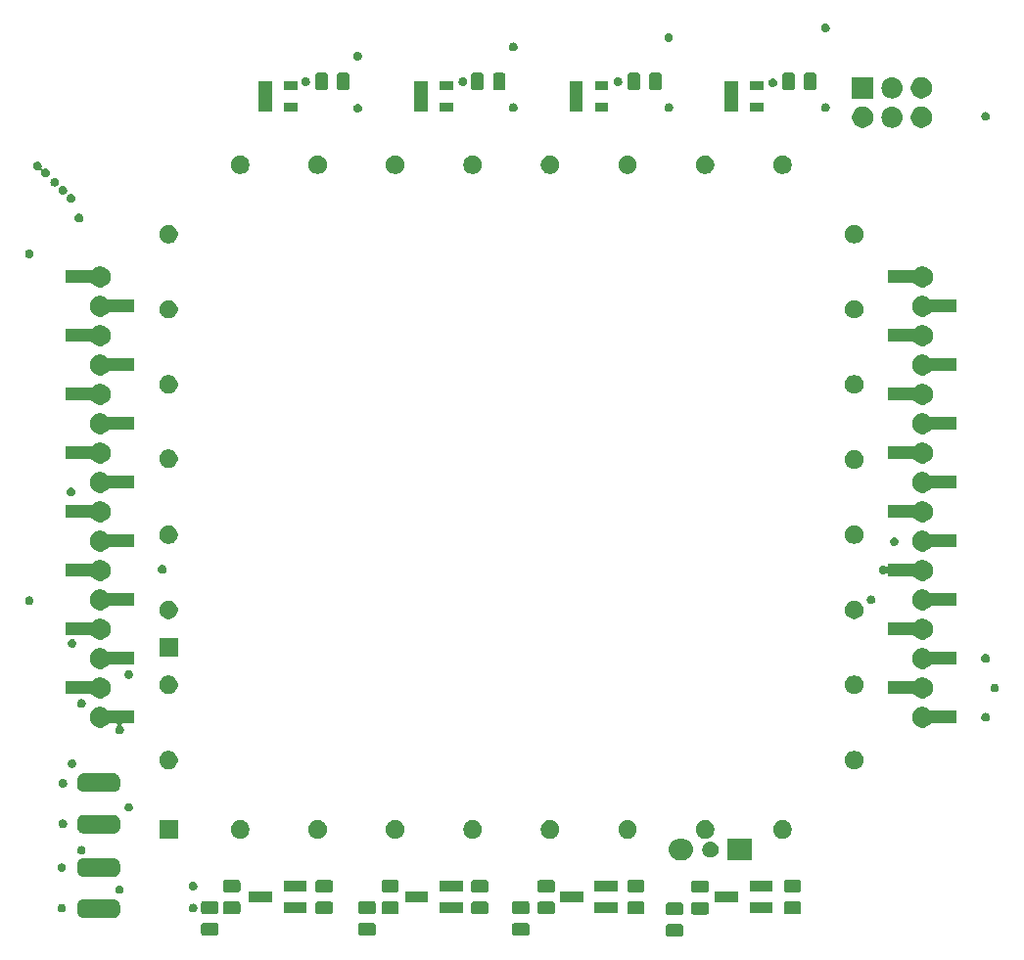
<source format=gbr>
G04 #@! TF.GenerationSoftware,KiCad,Pcbnew,(5.1.2-1)-1*
G04 #@! TF.CreationDate,2020-04-17T06:43:39-05:00*
G04 #@! TF.ProjectId,Interactive Core Memory Badge (Cores) v0.3,496e7465-7261-4637-9469-766520436f72,0.3*
G04 #@! TF.SameCoordinates,Original*
G04 #@! TF.FileFunction,Soldermask,Bot*
G04 #@! TF.FilePolarity,Negative*
%FSLAX46Y46*%
G04 Gerber Fmt 4.6, Leading zero omitted, Abs format (unit mm)*
G04 Created by KiCad (PCBNEW (5.1.2-1)-1) date 2020-04-17 06:43:39*
%MOMM*%
%LPD*%
G04 APERTURE LIST*
%ADD10C,0.100000*%
G04 APERTURE END LIST*
D10*
G36*
X14699468Y-36953565D02*
G01*
X14738138Y-36965296D01*
X14773777Y-36984346D01*
X14805017Y-37009983D01*
X14830654Y-37041223D01*
X14849704Y-37076862D01*
X14861435Y-37115532D01*
X14866000Y-37161888D01*
X14866000Y-37813112D01*
X14861435Y-37859468D01*
X14849704Y-37898138D01*
X14830654Y-37933777D01*
X14805017Y-37965017D01*
X14773777Y-37990654D01*
X14738138Y-38009704D01*
X14699468Y-38021435D01*
X14653112Y-38026000D01*
X13576888Y-38026000D01*
X13530532Y-38021435D01*
X13491862Y-38009704D01*
X13456223Y-37990654D01*
X13424983Y-37965017D01*
X13399346Y-37933777D01*
X13380296Y-37898138D01*
X13368565Y-37859468D01*
X13364000Y-37813112D01*
X13364000Y-37161888D01*
X13368565Y-37115532D01*
X13380296Y-37076862D01*
X13399346Y-37041223D01*
X13424983Y-37009983D01*
X13456223Y-36984346D01*
X13491862Y-36965296D01*
X13530532Y-36953565D01*
X13576888Y-36949000D01*
X14653112Y-36949000D01*
X14699468Y-36953565D01*
X14699468Y-36953565D01*
G37*
G36*
X1399468Y-36853565D02*
G01*
X1438138Y-36865296D01*
X1473777Y-36884346D01*
X1505017Y-36909983D01*
X1530654Y-36941223D01*
X1549704Y-36976862D01*
X1561435Y-37015532D01*
X1566000Y-37061888D01*
X1566000Y-37713112D01*
X1561435Y-37759468D01*
X1549704Y-37798138D01*
X1530654Y-37833777D01*
X1505017Y-37865017D01*
X1473777Y-37890654D01*
X1438138Y-37909704D01*
X1399468Y-37921435D01*
X1353112Y-37926000D01*
X276888Y-37926000D01*
X230532Y-37921435D01*
X191862Y-37909704D01*
X156223Y-37890654D01*
X124983Y-37865017D01*
X99346Y-37833777D01*
X80296Y-37798138D01*
X68565Y-37759468D01*
X64000Y-37713112D01*
X64000Y-37061888D01*
X68565Y-37015532D01*
X80296Y-36976862D01*
X99346Y-36941223D01*
X124983Y-36909983D01*
X156223Y-36884346D01*
X191862Y-36865296D01*
X230532Y-36853565D01*
X276888Y-36849000D01*
X1353112Y-36849000D01*
X1399468Y-36853565D01*
X1399468Y-36853565D01*
G37*
G36*
X-11900532Y-36853565D02*
G01*
X-11861862Y-36865296D01*
X-11826223Y-36884346D01*
X-11794983Y-36909983D01*
X-11769346Y-36941223D01*
X-11750296Y-36976862D01*
X-11738565Y-37015532D01*
X-11734000Y-37061888D01*
X-11734000Y-37713112D01*
X-11738565Y-37759468D01*
X-11750296Y-37798138D01*
X-11769346Y-37833777D01*
X-11794983Y-37865017D01*
X-11826223Y-37890654D01*
X-11861862Y-37909704D01*
X-11900532Y-37921435D01*
X-11946888Y-37926000D01*
X-13023112Y-37926000D01*
X-13069468Y-37921435D01*
X-13108138Y-37909704D01*
X-13143777Y-37890654D01*
X-13175017Y-37865017D01*
X-13200654Y-37833777D01*
X-13219704Y-37798138D01*
X-13231435Y-37759468D01*
X-13236000Y-37713112D01*
X-13236000Y-37061888D01*
X-13231435Y-37015532D01*
X-13219704Y-36976862D01*
X-13200654Y-36941223D01*
X-13175017Y-36909983D01*
X-13143777Y-36884346D01*
X-13108138Y-36865296D01*
X-13069468Y-36853565D01*
X-13023112Y-36849000D01*
X-11946888Y-36849000D01*
X-11900532Y-36853565D01*
X-11900532Y-36853565D01*
G37*
G36*
X-25500532Y-36853565D02*
G01*
X-25461862Y-36865296D01*
X-25426223Y-36884346D01*
X-25394983Y-36909983D01*
X-25369346Y-36941223D01*
X-25350296Y-36976862D01*
X-25338565Y-37015532D01*
X-25334000Y-37061888D01*
X-25334000Y-37713112D01*
X-25338565Y-37759468D01*
X-25350296Y-37798138D01*
X-25369346Y-37833777D01*
X-25394983Y-37865017D01*
X-25426223Y-37890654D01*
X-25461862Y-37909704D01*
X-25500532Y-37921435D01*
X-25546888Y-37926000D01*
X-26623112Y-37926000D01*
X-26669468Y-37921435D01*
X-26708138Y-37909704D01*
X-26743777Y-37890654D01*
X-26775017Y-37865017D01*
X-26800654Y-37833777D01*
X-26819704Y-37798138D01*
X-26831435Y-37759468D01*
X-26836000Y-37713112D01*
X-26836000Y-37061888D01*
X-26831435Y-37015532D01*
X-26819704Y-36976862D01*
X-26800654Y-36941223D01*
X-26775017Y-36909983D01*
X-26743777Y-36884346D01*
X-26708138Y-36865296D01*
X-26669468Y-36853565D01*
X-26623112Y-36849000D01*
X-25546888Y-36849000D01*
X-25500532Y-36853565D01*
X-25500532Y-36853565D01*
G37*
G36*
X-36425001Y-34799737D02*
G01*
X-36410472Y-34804145D01*
X-36397289Y-34809606D01*
X-36373255Y-34814388D01*
X-36348751Y-34814389D01*
X-36324718Y-34809609D01*
X-36302079Y-34800232D01*
X-36300235Y-34799000D01*
X-35068950Y-34799000D01*
X-35056836Y-34805475D01*
X-35033387Y-34812588D01*
X-35009001Y-34814990D01*
X-34984615Y-34812588D01*
X-34961166Y-34805475D01*
X-34956254Y-34803152D01*
X-34944999Y-34799737D01*
X-34928860Y-34798148D01*
X-34391139Y-34798148D01*
X-34372801Y-34799954D01*
X-34360550Y-34800556D01*
X-34342131Y-34800556D01*
X-34319851Y-34802750D01*
X-34235767Y-34819476D01*
X-34214340Y-34825976D01*
X-34135142Y-34858780D01*
X-34129697Y-34861691D01*
X-34129691Y-34861693D01*
X-34120831Y-34866429D01*
X-34120827Y-34866432D01*
X-34115386Y-34869340D01*
X-34044101Y-34916971D01*
X-34026796Y-34931172D01*
X-33966172Y-34991796D01*
X-33951971Y-35009101D01*
X-33904340Y-35080386D01*
X-33901432Y-35085827D01*
X-33901429Y-35085831D01*
X-33896693Y-35094691D01*
X-33896691Y-35094697D01*
X-33893780Y-35100142D01*
X-33860976Y-35179340D01*
X-33854476Y-35200767D01*
X-33837750Y-35284851D01*
X-33835556Y-35307131D01*
X-33835556Y-35325550D01*
X-33834954Y-35337801D01*
X-33833148Y-35356139D01*
X-33833148Y-35843862D01*
X-33834954Y-35862199D01*
X-33835556Y-35874450D01*
X-33835556Y-35892869D01*
X-33837750Y-35915149D01*
X-33854476Y-35999233D01*
X-33860976Y-36020660D01*
X-33893780Y-36099858D01*
X-33896691Y-36105303D01*
X-33896693Y-36105309D01*
X-33901429Y-36114169D01*
X-33901432Y-36114173D01*
X-33904340Y-36119614D01*
X-33951971Y-36190899D01*
X-33966172Y-36208204D01*
X-34026796Y-36268828D01*
X-34044101Y-36283029D01*
X-34115386Y-36330660D01*
X-34120827Y-36333568D01*
X-34120831Y-36333571D01*
X-34129691Y-36338307D01*
X-34129697Y-36338309D01*
X-34135142Y-36341220D01*
X-34214340Y-36374024D01*
X-34235767Y-36380524D01*
X-34319851Y-36397250D01*
X-34342131Y-36399444D01*
X-34360550Y-36399444D01*
X-34372801Y-36400046D01*
X-34391138Y-36401852D01*
X-34928860Y-36401852D01*
X-34944999Y-36400263D01*
X-34959528Y-36395855D01*
X-34972711Y-36390394D01*
X-34996745Y-36385612D01*
X-35021249Y-36385611D01*
X-35045282Y-36390391D01*
X-35067921Y-36399768D01*
X-35069765Y-36401000D01*
X-36301050Y-36401000D01*
X-36313164Y-36394525D01*
X-36336613Y-36387412D01*
X-36360999Y-36385010D01*
X-36385385Y-36387412D01*
X-36408834Y-36394525D01*
X-36413746Y-36396848D01*
X-36425001Y-36400263D01*
X-36441140Y-36401852D01*
X-36978862Y-36401852D01*
X-36997199Y-36400046D01*
X-37009450Y-36399444D01*
X-37027869Y-36399444D01*
X-37050149Y-36397250D01*
X-37134233Y-36380524D01*
X-37155660Y-36374024D01*
X-37234858Y-36341220D01*
X-37240303Y-36338309D01*
X-37240309Y-36338307D01*
X-37249169Y-36333571D01*
X-37249173Y-36333568D01*
X-37254614Y-36330660D01*
X-37325899Y-36283029D01*
X-37343204Y-36268828D01*
X-37403828Y-36208204D01*
X-37418029Y-36190899D01*
X-37465660Y-36119614D01*
X-37468568Y-36114173D01*
X-37468571Y-36114169D01*
X-37473307Y-36105309D01*
X-37473309Y-36105303D01*
X-37476220Y-36099858D01*
X-37509024Y-36020660D01*
X-37515524Y-35999233D01*
X-37532250Y-35915149D01*
X-37534444Y-35892869D01*
X-37534444Y-35874450D01*
X-37535046Y-35862199D01*
X-37536852Y-35843862D01*
X-37536852Y-35356139D01*
X-37535046Y-35337801D01*
X-37534444Y-35325550D01*
X-37534444Y-35307131D01*
X-37532250Y-35284851D01*
X-37515524Y-35200767D01*
X-37509024Y-35179340D01*
X-37476220Y-35100142D01*
X-37473309Y-35094697D01*
X-37473307Y-35094691D01*
X-37468571Y-35085831D01*
X-37468568Y-35085827D01*
X-37465660Y-35080386D01*
X-37418029Y-35009101D01*
X-37403828Y-34991796D01*
X-37343204Y-34931172D01*
X-37325899Y-34916971D01*
X-37254614Y-34869340D01*
X-37249173Y-34866432D01*
X-37249169Y-34866429D01*
X-37240309Y-34861693D01*
X-37240303Y-34861691D01*
X-37234858Y-34858780D01*
X-37155660Y-34825976D01*
X-37134233Y-34819476D01*
X-37050149Y-34802750D01*
X-37027869Y-34800556D01*
X-37009450Y-34800556D01*
X-36997199Y-34799954D01*
X-36978861Y-34798148D01*
X-36441140Y-34798148D01*
X-36425001Y-34799737D01*
X-36425001Y-34799737D01*
G37*
G36*
X14699468Y-35078565D02*
G01*
X14738138Y-35090296D01*
X14773777Y-35109346D01*
X14805017Y-35134983D01*
X14830654Y-35166223D01*
X14849704Y-35201862D01*
X14861435Y-35240532D01*
X14866000Y-35286888D01*
X14866000Y-35938112D01*
X14861435Y-35984468D01*
X14849704Y-36023138D01*
X14830654Y-36058777D01*
X14805017Y-36090017D01*
X14773777Y-36115654D01*
X14738138Y-36134704D01*
X14699468Y-36146435D01*
X14653112Y-36151000D01*
X13576888Y-36151000D01*
X13530532Y-36146435D01*
X13491862Y-36134704D01*
X13456223Y-36115654D01*
X13424983Y-36090017D01*
X13399346Y-36058777D01*
X13380296Y-36023138D01*
X13368565Y-35984468D01*
X13364000Y-35938112D01*
X13364000Y-35286888D01*
X13368565Y-35240532D01*
X13380296Y-35201862D01*
X13399346Y-35166223D01*
X13424983Y-35134983D01*
X13456223Y-35109346D01*
X13491862Y-35090296D01*
X13530532Y-35078565D01*
X13576888Y-35074000D01*
X14653112Y-35074000D01*
X14699468Y-35078565D01*
X14699468Y-35078565D01*
G37*
G36*
X16899468Y-35053565D02*
G01*
X16938138Y-35065296D01*
X16973777Y-35084346D01*
X17005017Y-35109983D01*
X17030654Y-35141223D01*
X17049704Y-35176862D01*
X17061435Y-35215532D01*
X17066000Y-35261888D01*
X17066000Y-35913112D01*
X17061435Y-35959468D01*
X17049704Y-35998138D01*
X17030654Y-36033777D01*
X17005017Y-36065017D01*
X16973777Y-36090654D01*
X16938138Y-36109704D01*
X16899468Y-36121435D01*
X16853112Y-36126000D01*
X15776888Y-36126000D01*
X15730532Y-36121435D01*
X15691862Y-36109704D01*
X15656223Y-36090654D01*
X15624983Y-36065017D01*
X15599346Y-36033777D01*
X15580296Y-35998138D01*
X15568565Y-35959468D01*
X15564000Y-35913112D01*
X15564000Y-35261888D01*
X15568565Y-35215532D01*
X15580296Y-35176862D01*
X15599346Y-35141223D01*
X15624983Y-35109983D01*
X15656223Y-35084346D01*
X15691862Y-35065296D01*
X15730532Y-35053565D01*
X15776888Y-35049000D01*
X16853112Y-35049000D01*
X16899468Y-35053565D01*
X16899468Y-35053565D01*
G37*
G36*
X-23600532Y-35003565D02*
G01*
X-23561862Y-35015296D01*
X-23526223Y-35034346D01*
X-23494983Y-35059983D01*
X-23469346Y-35091223D01*
X-23450296Y-35126862D01*
X-23438565Y-35165532D01*
X-23434000Y-35211888D01*
X-23434000Y-35863112D01*
X-23438565Y-35909468D01*
X-23450296Y-35948138D01*
X-23469346Y-35983777D01*
X-23494983Y-36015017D01*
X-23526223Y-36040654D01*
X-23561862Y-36059704D01*
X-23600532Y-36071435D01*
X-23646888Y-36076000D01*
X-24723112Y-36076000D01*
X-24769468Y-36071435D01*
X-24808138Y-36059704D01*
X-24843777Y-36040654D01*
X-24875017Y-36015017D01*
X-24900654Y-35983777D01*
X-24919704Y-35948138D01*
X-24931435Y-35909468D01*
X-24936000Y-35863112D01*
X-24936000Y-35211888D01*
X-24931435Y-35165532D01*
X-24919704Y-35126862D01*
X-24900654Y-35091223D01*
X-24875017Y-35059983D01*
X-24843777Y-35034346D01*
X-24808138Y-35015296D01*
X-24769468Y-35003565D01*
X-24723112Y-34999000D01*
X-23646888Y-34999000D01*
X-23600532Y-35003565D01*
X-23600532Y-35003565D01*
G37*
G36*
X24899468Y-35003565D02*
G01*
X24938138Y-35015296D01*
X24973777Y-35034346D01*
X25005017Y-35059983D01*
X25030654Y-35091223D01*
X25049704Y-35126862D01*
X25061435Y-35165532D01*
X25066000Y-35211888D01*
X25066000Y-35863112D01*
X25061435Y-35909468D01*
X25049704Y-35948138D01*
X25030654Y-35983777D01*
X25005017Y-36015017D01*
X24973777Y-36040654D01*
X24938138Y-36059704D01*
X24899468Y-36071435D01*
X24853112Y-36076000D01*
X23776888Y-36076000D01*
X23730532Y-36071435D01*
X23691862Y-36059704D01*
X23656223Y-36040654D01*
X23624983Y-36015017D01*
X23599346Y-35983777D01*
X23580296Y-35948138D01*
X23568565Y-35909468D01*
X23564000Y-35863112D01*
X23564000Y-35211888D01*
X23568565Y-35165532D01*
X23580296Y-35126862D01*
X23599346Y-35091223D01*
X23624983Y-35059983D01*
X23656223Y-35034346D01*
X23691862Y-35015296D01*
X23730532Y-35003565D01*
X23776888Y-34999000D01*
X24853112Y-34999000D01*
X24899468Y-35003565D01*
X24899468Y-35003565D01*
G37*
G36*
X11349468Y-35003565D02*
G01*
X11388138Y-35015296D01*
X11423777Y-35034346D01*
X11455017Y-35059983D01*
X11480654Y-35091223D01*
X11499704Y-35126862D01*
X11511435Y-35165532D01*
X11516000Y-35211888D01*
X11516000Y-35863112D01*
X11511435Y-35909468D01*
X11499704Y-35948138D01*
X11480654Y-35983777D01*
X11455017Y-36015017D01*
X11423777Y-36040654D01*
X11388138Y-36059704D01*
X11349468Y-36071435D01*
X11303112Y-36076000D01*
X10226888Y-36076000D01*
X10180532Y-36071435D01*
X10141862Y-36059704D01*
X10106223Y-36040654D01*
X10074983Y-36015017D01*
X10049346Y-35983777D01*
X10030296Y-35948138D01*
X10018565Y-35909468D01*
X10014000Y-35863112D01*
X10014000Y-35211888D01*
X10018565Y-35165532D01*
X10030296Y-35126862D01*
X10049346Y-35091223D01*
X10074983Y-35059983D01*
X10106223Y-35034346D01*
X10141862Y-35015296D01*
X10180532Y-35003565D01*
X10226888Y-34999000D01*
X11303112Y-34999000D01*
X11349468Y-35003565D01*
X11349468Y-35003565D01*
G37*
G36*
X-2150532Y-35003565D02*
G01*
X-2111862Y-35015296D01*
X-2076223Y-35034346D01*
X-2044983Y-35059983D01*
X-2019346Y-35091223D01*
X-2000296Y-35126862D01*
X-1988565Y-35165532D01*
X-1984000Y-35211888D01*
X-1984000Y-35863112D01*
X-1988565Y-35909468D01*
X-2000296Y-35948138D01*
X-2019346Y-35983777D01*
X-2044983Y-36015017D01*
X-2076223Y-36040654D01*
X-2111862Y-36059704D01*
X-2150532Y-36071435D01*
X-2196888Y-36076000D01*
X-3273112Y-36076000D01*
X-3319468Y-36071435D01*
X-3358138Y-36059704D01*
X-3393777Y-36040654D01*
X-3425017Y-36015017D01*
X-3450654Y-35983777D01*
X-3469704Y-35948138D01*
X-3481435Y-35909468D01*
X-3486000Y-35863112D01*
X-3486000Y-35211888D01*
X-3481435Y-35165532D01*
X-3469704Y-35126862D01*
X-3450654Y-35091223D01*
X-3425017Y-35059983D01*
X-3393777Y-35034346D01*
X-3358138Y-35015296D01*
X-3319468Y-35003565D01*
X-3273112Y-34999000D01*
X-2196888Y-34999000D01*
X-2150532Y-35003565D01*
X-2150532Y-35003565D01*
G37*
G36*
X3599468Y-35003565D02*
G01*
X3638138Y-35015296D01*
X3673777Y-35034346D01*
X3705017Y-35059983D01*
X3730654Y-35091223D01*
X3749704Y-35126862D01*
X3761435Y-35165532D01*
X3766000Y-35211888D01*
X3766000Y-35863112D01*
X3761435Y-35909468D01*
X3749704Y-35948138D01*
X3730654Y-35983777D01*
X3705017Y-36015017D01*
X3673777Y-36040654D01*
X3638138Y-36059704D01*
X3599468Y-36071435D01*
X3553112Y-36076000D01*
X2476888Y-36076000D01*
X2430532Y-36071435D01*
X2391862Y-36059704D01*
X2356223Y-36040654D01*
X2324983Y-36015017D01*
X2299346Y-35983777D01*
X2280296Y-35948138D01*
X2268565Y-35909468D01*
X2264000Y-35863112D01*
X2264000Y-35211888D01*
X2268565Y-35165532D01*
X2280296Y-35126862D01*
X2299346Y-35091223D01*
X2324983Y-35059983D01*
X2356223Y-35034346D01*
X2391862Y-35015296D01*
X2430532Y-35003565D01*
X2476888Y-34999000D01*
X3553112Y-34999000D01*
X3599468Y-35003565D01*
X3599468Y-35003565D01*
G37*
G36*
X-9900532Y-35003565D02*
G01*
X-9861862Y-35015296D01*
X-9826223Y-35034346D01*
X-9794983Y-35059983D01*
X-9769346Y-35091223D01*
X-9750296Y-35126862D01*
X-9738565Y-35165532D01*
X-9734000Y-35211888D01*
X-9734000Y-35863112D01*
X-9738565Y-35909468D01*
X-9750296Y-35948138D01*
X-9769346Y-35983777D01*
X-9794983Y-36015017D01*
X-9826223Y-36040654D01*
X-9861862Y-36059704D01*
X-9900532Y-36071435D01*
X-9946888Y-36076000D01*
X-11023112Y-36076000D01*
X-11069468Y-36071435D01*
X-11108138Y-36059704D01*
X-11143777Y-36040654D01*
X-11175017Y-36015017D01*
X-11200654Y-35983777D01*
X-11219704Y-35948138D01*
X-11231435Y-35909468D01*
X-11236000Y-35863112D01*
X-11236000Y-35211888D01*
X-11231435Y-35165532D01*
X-11219704Y-35126862D01*
X-11200654Y-35091223D01*
X-11175017Y-35059983D01*
X-11143777Y-35034346D01*
X-11108138Y-35015296D01*
X-11069468Y-35003565D01*
X-11023112Y-34999000D01*
X-9946888Y-34999000D01*
X-9900532Y-35003565D01*
X-9900532Y-35003565D01*
G37*
G36*
X-15600532Y-35003565D02*
G01*
X-15561862Y-35015296D01*
X-15526223Y-35034346D01*
X-15494983Y-35059983D01*
X-15469346Y-35091223D01*
X-15450296Y-35126862D01*
X-15438565Y-35165532D01*
X-15434000Y-35211888D01*
X-15434000Y-35863112D01*
X-15438565Y-35909468D01*
X-15450296Y-35948138D01*
X-15469346Y-35983777D01*
X-15494983Y-36015017D01*
X-15526223Y-36040654D01*
X-15561862Y-36059704D01*
X-15600532Y-36071435D01*
X-15646888Y-36076000D01*
X-16723112Y-36076000D01*
X-16769468Y-36071435D01*
X-16808138Y-36059704D01*
X-16843777Y-36040654D01*
X-16875017Y-36015017D01*
X-16900654Y-35983777D01*
X-16919704Y-35948138D01*
X-16931435Y-35909468D01*
X-16936000Y-35863112D01*
X-16936000Y-35211888D01*
X-16931435Y-35165532D01*
X-16919704Y-35126862D01*
X-16900654Y-35091223D01*
X-16875017Y-35059983D01*
X-16843777Y-35034346D01*
X-16808138Y-35015296D01*
X-16769468Y-35003565D01*
X-16723112Y-34999000D01*
X-15646888Y-34999000D01*
X-15600532Y-35003565D01*
X-15600532Y-35003565D01*
G37*
G36*
X-25500532Y-34978565D02*
G01*
X-25461862Y-34990296D01*
X-25426223Y-35009346D01*
X-25394983Y-35034983D01*
X-25369346Y-35066223D01*
X-25350296Y-35101862D01*
X-25338565Y-35140532D01*
X-25334000Y-35186888D01*
X-25334000Y-35838112D01*
X-25338565Y-35884468D01*
X-25350296Y-35923138D01*
X-25369346Y-35958777D01*
X-25394983Y-35990017D01*
X-25426223Y-36015654D01*
X-25461862Y-36034704D01*
X-25500532Y-36046435D01*
X-25546888Y-36051000D01*
X-26623112Y-36051000D01*
X-26669468Y-36046435D01*
X-26708138Y-36034704D01*
X-26743777Y-36015654D01*
X-26775017Y-35990017D01*
X-26800654Y-35958777D01*
X-26819704Y-35923138D01*
X-26831435Y-35884468D01*
X-26836000Y-35838112D01*
X-26836000Y-35186888D01*
X-26831435Y-35140532D01*
X-26819704Y-35101862D01*
X-26800654Y-35066223D01*
X-26775017Y-35034983D01*
X-26743777Y-35009346D01*
X-26708138Y-34990296D01*
X-26669468Y-34978565D01*
X-26623112Y-34974000D01*
X-25546888Y-34974000D01*
X-25500532Y-34978565D01*
X-25500532Y-34978565D01*
G37*
G36*
X1399468Y-34978565D02*
G01*
X1438138Y-34990296D01*
X1473777Y-35009346D01*
X1505017Y-35034983D01*
X1530654Y-35066223D01*
X1549704Y-35101862D01*
X1561435Y-35140532D01*
X1566000Y-35186888D01*
X1566000Y-35838112D01*
X1561435Y-35884468D01*
X1549704Y-35923138D01*
X1530654Y-35958777D01*
X1505017Y-35990017D01*
X1473777Y-36015654D01*
X1438138Y-36034704D01*
X1399468Y-36046435D01*
X1353112Y-36051000D01*
X276888Y-36051000D01*
X230532Y-36046435D01*
X191862Y-36034704D01*
X156223Y-36015654D01*
X124983Y-35990017D01*
X99346Y-35958777D01*
X80296Y-35923138D01*
X68565Y-35884468D01*
X64000Y-35838112D01*
X64000Y-35186888D01*
X68565Y-35140532D01*
X80296Y-35101862D01*
X99346Y-35066223D01*
X124983Y-35034983D01*
X156223Y-35009346D01*
X191862Y-34990296D01*
X230532Y-34978565D01*
X276888Y-34974000D01*
X1353112Y-34974000D01*
X1399468Y-34978565D01*
X1399468Y-34978565D01*
G37*
G36*
X-11900532Y-34978565D02*
G01*
X-11861862Y-34990296D01*
X-11826223Y-35009346D01*
X-11794983Y-35034983D01*
X-11769346Y-35066223D01*
X-11750296Y-35101862D01*
X-11738565Y-35140532D01*
X-11734000Y-35186888D01*
X-11734000Y-35838112D01*
X-11738565Y-35884468D01*
X-11750296Y-35923138D01*
X-11769346Y-35958777D01*
X-11794983Y-35990017D01*
X-11826223Y-36015654D01*
X-11861862Y-36034704D01*
X-11900532Y-36046435D01*
X-11946888Y-36051000D01*
X-13023112Y-36051000D01*
X-13069468Y-36046435D01*
X-13108138Y-36034704D01*
X-13143777Y-36015654D01*
X-13175017Y-35990017D01*
X-13200654Y-35958777D01*
X-13219704Y-35923138D01*
X-13231435Y-35884468D01*
X-13236000Y-35838112D01*
X-13236000Y-35186888D01*
X-13231435Y-35140532D01*
X-13219704Y-35101862D01*
X-13200654Y-35066223D01*
X-13175017Y-35034983D01*
X-13143777Y-35009346D01*
X-13108138Y-34990296D01*
X-13069468Y-34978565D01*
X-13023112Y-34974000D01*
X-11946888Y-34974000D01*
X-11900532Y-34978565D01*
X-11900532Y-34978565D01*
G37*
G36*
X-4184000Y-36001000D02*
G01*
X-6186000Y-36001000D01*
X-6186000Y-35099000D01*
X-4184000Y-35099000D01*
X-4184000Y-36001000D01*
X-4184000Y-36001000D01*
G37*
G36*
X22616000Y-36001000D02*
G01*
X20614000Y-36001000D01*
X20614000Y-35099000D01*
X22616000Y-35099000D01*
X22616000Y-36001000D01*
X22616000Y-36001000D01*
G37*
G36*
X-17699000Y-36001000D02*
G01*
X-19701000Y-36001000D01*
X-19701000Y-35099000D01*
X-17699000Y-35099000D01*
X-17699000Y-36001000D01*
X-17699000Y-36001000D01*
G37*
G36*
X9216000Y-36001000D02*
G01*
X7214000Y-36001000D01*
X7214000Y-35099000D01*
X9216000Y-35099000D01*
X9216000Y-36001000D01*
X9216000Y-36001000D01*
G37*
G36*
X-27425328Y-35188449D02*
G01*
X-27425326Y-35188450D01*
X-27425325Y-35188450D01*
X-27356897Y-35216793D01*
X-27295314Y-35257942D01*
X-27242942Y-35310314D01*
X-27201793Y-35371897D01*
X-27173450Y-35440325D01*
X-27159000Y-35512967D01*
X-27159000Y-35587033D01*
X-27173450Y-35659675D01*
X-27201793Y-35728103D01*
X-27242942Y-35789686D01*
X-27295314Y-35842058D01*
X-27356897Y-35883207D01*
X-27425325Y-35911550D01*
X-27425326Y-35911550D01*
X-27425328Y-35911551D01*
X-27497966Y-35926000D01*
X-27572034Y-35926000D01*
X-27644672Y-35911551D01*
X-27644674Y-35911550D01*
X-27644675Y-35911550D01*
X-27713103Y-35883207D01*
X-27774686Y-35842058D01*
X-27827058Y-35789686D01*
X-27868207Y-35728103D01*
X-27896550Y-35659675D01*
X-27911000Y-35587033D01*
X-27911000Y-35512967D01*
X-27896550Y-35440325D01*
X-27868207Y-35371897D01*
X-27827058Y-35310314D01*
X-27774686Y-35257942D01*
X-27713103Y-35216793D01*
X-27644675Y-35188450D01*
X-27644674Y-35188450D01*
X-27644672Y-35188449D01*
X-27572034Y-35174000D01*
X-27497966Y-35174000D01*
X-27425328Y-35188449D01*
X-27425328Y-35188449D01*
G37*
G36*
X-38775328Y-35188449D02*
G01*
X-38775326Y-35188450D01*
X-38775325Y-35188450D01*
X-38706897Y-35216793D01*
X-38645314Y-35257942D01*
X-38592942Y-35310314D01*
X-38551793Y-35371897D01*
X-38523450Y-35440325D01*
X-38509000Y-35512967D01*
X-38509000Y-35587033D01*
X-38523450Y-35659675D01*
X-38551793Y-35728103D01*
X-38592942Y-35789686D01*
X-38645314Y-35842058D01*
X-38706897Y-35883207D01*
X-38775325Y-35911550D01*
X-38775326Y-35911550D01*
X-38775328Y-35911551D01*
X-38847966Y-35926000D01*
X-38922034Y-35926000D01*
X-38994672Y-35911551D01*
X-38994674Y-35911550D01*
X-38994675Y-35911550D01*
X-39063103Y-35883207D01*
X-39124686Y-35842058D01*
X-39177058Y-35789686D01*
X-39218207Y-35728103D01*
X-39246550Y-35659675D01*
X-39261000Y-35587033D01*
X-39261000Y-35512967D01*
X-39246550Y-35440325D01*
X-39218207Y-35371897D01*
X-39177058Y-35310314D01*
X-39124686Y-35257942D01*
X-39063103Y-35216793D01*
X-38994675Y-35188450D01*
X-38994674Y-35188450D01*
X-38994672Y-35188449D01*
X-38922034Y-35174000D01*
X-38847966Y-35174000D01*
X-38775328Y-35188449D01*
X-38775328Y-35188449D01*
G37*
G36*
X-20699000Y-35051000D02*
G01*
X-22701000Y-35051000D01*
X-22701000Y-34149000D01*
X-20699000Y-34149000D01*
X-20699000Y-35051000D01*
X-20699000Y-35051000D01*
G37*
G36*
X-7184000Y-35051000D02*
G01*
X-9186000Y-35051000D01*
X-9186000Y-34149000D01*
X-7184000Y-34149000D01*
X-7184000Y-35051000D01*
X-7184000Y-35051000D01*
G37*
G36*
X6216000Y-35051000D02*
G01*
X4214000Y-35051000D01*
X4214000Y-34149000D01*
X6216000Y-34149000D01*
X6216000Y-35051000D01*
X6216000Y-35051000D01*
G37*
G36*
X19616000Y-35051000D02*
G01*
X17614000Y-35051000D01*
X17614000Y-34149000D01*
X19616000Y-34149000D01*
X19616000Y-35051000D01*
X19616000Y-35051000D01*
G37*
G36*
X-33777513Y-33595661D02*
G01*
X-33710451Y-33623439D01*
X-33710450Y-33623440D01*
X-33650095Y-33663767D01*
X-33598767Y-33715095D01*
X-33571821Y-33755423D01*
X-33558439Y-33775451D01*
X-33530661Y-33842513D01*
X-33516500Y-33913705D01*
X-33516500Y-33986295D01*
X-33530661Y-34057487D01*
X-33558439Y-34124549D01*
X-33558440Y-34124550D01*
X-33598767Y-34184905D01*
X-33650095Y-34236233D01*
X-33665364Y-34246435D01*
X-33710451Y-34276561D01*
X-33777513Y-34304339D01*
X-33848705Y-34318500D01*
X-33921295Y-34318500D01*
X-33992487Y-34304339D01*
X-34059549Y-34276561D01*
X-34104636Y-34246435D01*
X-34119905Y-34236233D01*
X-34171233Y-34184905D01*
X-34211560Y-34124550D01*
X-34211561Y-34124549D01*
X-34239339Y-34057487D01*
X-34253500Y-33986295D01*
X-34253500Y-33913705D01*
X-34239339Y-33842513D01*
X-34211561Y-33775451D01*
X-34198179Y-33755423D01*
X-34171233Y-33715095D01*
X-34119905Y-33663767D01*
X-34059550Y-33623440D01*
X-34059549Y-33623439D01*
X-33992487Y-33595661D01*
X-33921295Y-33581500D01*
X-33848705Y-33581500D01*
X-33777513Y-33595661D01*
X-33777513Y-33595661D01*
G37*
G36*
X16899468Y-33178565D02*
G01*
X16938138Y-33190296D01*
X16973777Y-33209346D01*
X17005017Y-33234983D01*
X17030654Y-33266223D01*
X17049704Y-33301862D01*
X17061435Y-33340532D01*
X17066000Y-33386888D01*
X17066000Y-34038112D01*
X17061435Y-34084468D01*
X17049704Y-34123138D01*
X17030654Y-34158777D01*
X17005017Y-34190017D01*
X16973777Y-34215654D01*
X16938138Y-34234704D01*
X16899468Y-34246435D01*
X16853112Y-34251000D01*
X15776888Y-34251000D01*
X15730532Y-34246435D01*
X15691862Y-34234704D01*
X15656223Y-34215654D01*
X15624983Y-34190017D01*
X15599346Y-34158777D01*
X15580296Y-34123138D01*
X15568565Y-34084468D01*
X15564000Y-34038112D01*
X15564000Y-33386888D01*
X15568565Y-33340532D01*
X15580296Y-33301862D01*
X15599346Y-33266223D01*
X15624983Y-33234983D01*
X15656223Y-33209346D01*
X15691862Y-33190296D01*
X15730532Y-33178565D01*
X15776888Y-33174000D01*
X16853112Y-33174000D01*
X16899468Y-33178565D01*
X16899468Y-33178565D01*
G37*
G36*
X24899468Y-33128565D02*
G01*
X24938138Y-33140296D01*
X24973777Y-33159346D01*
X25005017Y-33184983D01*
X25030654Y-33216223D01*
X25049704Y-33251862D01*
X25061435Y-33290532D01*
X25066000Y-33336888D01*
X25066000Y-33988112D01*
X25061435Y-34034468D01*
X25049704Y-34073138D01*
X25030654Y-34108777D01*
X25005017Y-34140017D01*
X24973777Y-34165654D01*
X24938138Y-34184704D01*
X24899468Y-34196435D01*
X24853112Y-34201000D01*
X23776888Y-34201000D01*
X23730532Y-34196435D01*
X23691862Y-34184704D01*
X23656223Y-34165654D01*
X23624983Y-34140017D01*
X23599346Y-34108777D01*
X23580296Y-34073138D01*
X23568565Y-34034468D01*
X23564000Y-33988112D01*
X23564000Y-33336888D01*
X23568565Y-33290532D01*
X23580296Y-33251862D01*
X23599346Y-33216223D01*
X23624983Y-33184983D01*
X23656223Y-33159346D01*
X23691862Y-33140296D01*
X23730532Y-33128565D01*
X23776888Y-33124000D01*
X24853112Y-33124000D01*
X24899468Y-33128565D01*
X24899468Y-33128565D01*
G37*
G36*
X3599468Y-33128565D02*
G01*
X3638138Y-33140296D01*
X3673777Y-33159346D01*
X3705017Y-33184983D01*
X3730654Y-33216223D01*
X3749704Y-33251862D01*
X3761435Y-33290532D01*
X3766000Y-33336888D01*
X3766000Y-33988112D01*
X3761435Y-34034468D01*
X3749704Y-34073138D01*
X3730654Y-34108777D01*
X3705017Y-34140017D01*
X3673777Y-34165654D01*
X3638138Y-34184704D01*
X3599468Y-34196435D01*
X3553112Y-34201000D01*
X2476888Y-34201000D01*
X2430532Y-34196435D01*
X2391862Y-34184704D01*
X2356223Y-34165654D01*
X2324983Y-34140017D01*
X2299346Y-34108777D01*
X2280296Y-34073138D01*
X2268565Y-34034468D01*
X2264000Y-33988112D01*
X2264000Y-33336888D01*
X2268565Y-33290532D01*
X2280296Y-33251862D01*
X2299346Y-33216223D01*
X2324983Y-33184983D01*
X2356223Y-33159346D01*
X2391862Y-33140296D01*
X2430532Y-33128565D01*
X2476888Y-33124000D01*
X3553112Y-33124000D01*
X3599468Y-33128565D01*
X3599468Y-33128565D01*
G37*
G36*
X-9900532Y-33128565D02*
G01*
X-9861862Y-33140296D01*
X-9826223Y-33159346D01*
X-9794983Y-33184983D01*
X-9769346Y-33216223D01*
X-9750296Y-33251862D01*
X-9738565Y-33290532D01*
X-9734000Y-33336888D01*
X-9734000Y-33988112D01*
X-9738565Y-34034468D01*
X-9750296Y-34073138D01*
X-9769346Y-34108777D01*
X-9794983Y-34140017D01*
X-9826223Y-34165654D01*
X-9861862Y-34184704D01*
X-9900532Y-34196435D01*
X-9946888Y-34201000D01*
X-11023112Y-34201000D01*
X-11069468Y-34196435D01*
X-11108138Y-34184704D01*
X-11143777Y-34165654D01*
X-11175017Y-34140017D01*
X-11200654Y-34108777D01*
X-11219704Y-34073138D01*
X-11231435Y-34034468D01*
X-11236000Y-33988112D01*
X-11236000Y-33336888D01*
X-11231435Y-33290532D01*
X-11219704Y-33251862D01*
X-11200654Y-33216223D01*
X-11175017Y-33184983D01*
X-11143777Y-33159346D01*
X-11108138Y-33140296D01*
X-11069468Y-33128565D01*
X-11023112Y-33124000D01*
X-9946888Y-33124000D01*
X-9900532Y-33128565D01*
X-9900532Y-33128565D01*
G37*
G36*
X-15600532Y-33128565D02*
G01*
X-15561862Y-33140296D01*
X-15526223Y-33159346D01*
X-15494983Y-33184983D01*
X-15469346Y-33216223D01*
X-15450296Y-33251862D01*
X-15438565Y-33290532D01*
X-15434000Y-33336888D01*
X-15434000Y-33988112D01*
X-15438565Y-34034468D01*
X-15450296Y-34073138D01*
X-15469346Y-34108777D01*
X-15494983Y-34140017D01*
X-15526223Y-34165654D01*
X-15561862Y-34184704D01*
X-15600532Y-34196435D01*
X-15646888Y-34201000D01*
X-16723112Y-34201000D01*
X-16769468Y-34196435D01*
X-16808138Y-34184704D01*
X-16843777Y-34165654D01*
X-16875017Y-34140017D01*
X-16900654Y-34108777D01*
X-16919704Y-34073138D01*
X-16931435Y-34034468D01*
X-16936000Y-33988112D01*
X-16936000Y-33336888D01*
X-16931435Y-33290532D01*
X-16919704Y-33251862D01*
X-16900654Y-33216223D01*
X-16875017Y-33184983D01*
X-16843777Y-33159346D01*
X-16808138Y-33140296D01*
X-16769468Y-33128565D01*
X-16723112Y-33124000D01*
X-15646888Y-33124000D01*
X-15600532Y-33128565D01*
X-15600532Y-33128565D01*
G37*
G36*
X-2150532Y-33128565D02*
G01*
X-2111862Y-33140296D01*
X-2076223Y-33159346D01*
X-2044983Y-33184983D01*
X-2019346Y-33216223D01*
X-2000296Y-33251862D01*
X-1988565Y-33290532D01*
X-1984000Y-33336888D01*
X-1984000Y-33988112D01*
X-1988565Y-34034468D01*
X-2000296Y-34073138D01*
X-2019346Y-34108777D01*
X-2044983Y-34140017D01*
X-2076223Y-34165654D01*
X-2111862Y-34184704D01*
X-2150532Y-34196435D01*
X-2196888Y-34201000D01*
X-3273112Y-34201000D01*
X-3319468Y-34196435D01*
X-3358138Y-34184704D01*
X-3393777Y-34165654D01*
X-3425017Y-34140017D01*
X-3450654Y-34108777D01*
X-3469704Y-34073138D01*
X-3481435Y-34034468D01*
X-3486000Y-33988112D01*
X-3486000Y-33336888D01*
X-3481435Y-33290532D01*
X-3469704Y-33251862D01*
X-3450654Y-33216223D01*
X-3425017Y-33184983D01*
X-3393777Y-33159346D01*
X-3358138Y-33140296D01*
X-3319468Y-33128565D01*
X-3273112Y-33124000D01*
X-2196888Y-33124000D01*
X-2150532Y-33128565D01*
X-2150532Y-33128565D01*
G37*
G36*
X11349468Y-33128565D02*
G01*
X11388138Y-33140296D01*
X11423777Y-33159346D01*
X11455017Y-33184983D01*
X11480654Y-33216223D01*
X11499704Y-33251862D01*
X11511435Y-33290532D01*
X11516000Y-33336888D01*
X11516000Y-33988112D01*
X11511435Y-34034468D01*
X11499704Y-34073138D01*
X11480654Y-34108777D01*
X11455017Y-34140017D01*
X11423777Y-34165654D01*
X11388138Y-34184704D01*
X11349468Y-34196435D01*
X11303112Y-34201000D01*
X10226888Y-34201000D01*
X10180532Y-34196435D01*
X10141862Y-34184704D01*
X10106223Y-34165654D01*
X10074983Y-34140017D01*
X10049346Y-34108777D01*
X10030296Y-34073138D01*
X10018565Y-34034468D01*
X10014000Y-33988112D01*
X10014000Y-33336888D01*
X10018565Y-33290532D01*
X10030296Y-33251862D01*
X10049346Y-33216223D01*
X10074983Y-33184983D01*
X10106223Y-33159346D01*
X10141862Y-33140296D01*
X10180532Y-33128565D01*
X10226888Y-33124000D01*
X11303112Y-33124000D01*
X11349468Y-33128565D01*
X11349468Y-33128565D01*
G37*
G36*
X-23600532Y-33128565D02*
G01*
X-23561862Y-33140296D01*
X-23526223Y-33159346D01*
X-23494983Y-33184983D01*
X-23469346Y-33216223D01*
X-23450296Y-33251862D01*
X-23438565Y-33290532D01*
X-23434000Y-33336888D01*
X-23434000Y-33988112D01*
X-23438565Y-34034468D01*
X-23450296Y-34073138D01*
X-23469346Y-34108777D01*
X-23494983Y-34140017D01*
X-23526223Y-34165654D01*
X-23561862Y-34184704D01*
X-23600532Y-34196435D01*
X-23646888Y-34201000D01*
X-24723112Y-34201000D01*
X-24769468Y-34196435D01*
X-24808138Y-34184704D01*
X-24843777Y-34165654D01*
X-24875017Y-34140017D01*
X-24900654Y-34108777D01*
X-24919704Y-34073138D01*
X-24931435Y-34034468D01*
X-24936000Y-33988112D01*
X-24936000Y-33336888D01*
X-24931435Y-33290532D01*
X-24919704Y-33251862D01*
X-24900654Y-33216223D01*
X-24875017Y-33184983D01*
X-24843777Y-33159346D01*
X-24808138Y-33140296D01*
X-24769468Y-33128565D01*
X-24723112Y-33124000D01*
X-23646888Y-33124000D01*
X-23600532Y-33128565D01*
X-23600532Y-33128565D01*
G37*
G36*
X-4184000Y-34101000D02*
G01*
X-6186000Y-34101000D01*
X-6186000Y-33199000D01*
X-4184000Y-33199000D01*
X-4184000Y-34101000D01*
X-4184000Y-34101000D01*
G37*
G36*
X-17699000Y-34101000D02*
G01*
X-19701000Y-34101000D01*
X-19701000Y-33199000D01*
X-17699000Y-33199000D01*
X-17699000Y-34101000D01*
X-17699000Y-34101000D01*
G37*
G36*
X9216000Y-34101000D02*
G01*
X7214000Y-34101000D01*
X7214000Y-33199000D01*
X9216000Y-33199000D01*
X9216000Y-34101000D01*
X9216000Y-34101000D01*
G37*
G36*
X22616000Y-34101000D02*
G01*
X20614000Y-34101000D01*
X20614000Y-33199000D01*
X22616000Y-33199000D01*
X22616000Y-34101000D01*
X22616000Y-34101000D01*
G37*
G36*
X-27425328Y-33288449D02*
G01*
X-27425326Y-33288450D01*
X-27425325Y-33288450D01*
X-27356897Y-33316793D01*
X-27295314Y-33357942D01*
X-27242942Y-33410314D01*
X-27201793Y-33471897D01*
X-27173450Y-33540325D01*
X-27173449Y-33540328D01*
X-27159000Y-33612966D01*
X-27159000Y-33687033D01*
X-27173450Y-33759675D01*
X-27201793Y-33828103D01*
X-27242942Y-33889686D01*
X-27295314Y-33942058D01*
X-27356897Y-33983207D01*
X-27425325Y-34011550D01*
X-27425326Y-34011550D01*
X-27425328Y-34011551D01*
X-27497966Y-34026000D01*
X-27572034Y-34026000D01*
X-27644672Y-34011551D01*
X-27644674Y-34011550D01*
X-27644675Y-34011550D01*
X-27713103Y-33983207D01*
X-27774686Y-33942058D01*
X-27827058Y-33889686D01*
X-27868207Y-33828103D01*
X-27896550Y-33759675D01*
X-27911000Y-33687033D01*
X-27911000Y-33612966D01*
X-27896551Y-33540328D01*
X-27896550Y-33540325D01*
X-27868207Y-33471897D01*
X-27827058Y-33410314D01*
X-27774686Y-33357942D01*
X-27713103Y-33316793D01*
X-27644675Y-33288450D01*
X-27644674Y-33288450D01*
X-27644672Y-33288449D01*
X-27572034Y-33274000D01*
X-27497966Y-33274000D01*
X-27425328Y-33288449D01*
X-27425328Y-33288449D01*
G37*
G36*
X-36425001Y-31249737D02*
G01*
X-36410472Y-31254145D01*
X-36397289Y-31259606D01*
X-36373255Y-31264388D01*
X-36348751Y-31264389D01*
X-36324718Y-31259609D01*
X-36302079Y-31250232D01*
X-36300235Y-31249000D01*
X-35068950Y-31249000D01*
X-35056836Y-31255475D01*
X-35033387Y-31262588D01*
X-35009001Y-31264990D01*
X-34984615Y-31262588D01*
X-34961166Y-31255475D01*
X-34956254Y-31253152D01*
X-34944999Y-31249737D01*
X-34928860Y-31248148D01*
X-34391139Y-31248148D01*
X-34372801Y-31249954D01*
X-34360550Y-31250556D01*
X-34342131Y-31250556D01*
X-34319851Y-31252750D01*
X-34235767Y-31269476D01*
X-34214340Y-31275976D01*
X-34135142Y-31308780D01*
X-34129697Y-31311691D01*
X-34129691Y-31311693D01*
X-34120831Y-31316429D01*
X-34120827Y-31316432D01*
X-34115386Y-31319340D01*
X-34044101Y-31366971D01*
X-34026796Y-31381172D01*
X-33966172Y-31441796D01*
X-33951971Y-31459101D01*
X-33904340Y-31530386D01*
X-33901432Y-31535827D01*
X-33901429Y-31535831D01*
X-33896693Y-31544691D01*
X-33896691Y-31544697D01*
X-33893780Y-31550142D01*
X-33860976Y-31629340D01*
X-33854476Y-31650767D01*
X-33837750Y-31734851D01*
X-33835556Y-31757131D01*
X-33835556Y-31775550D01*
X-33834954Y-31787801D01*
X-33833148Y-31806139D01*
X-33833148Y-32293862D01*
X-33834954Y-32312199D01*
X-33835556Y-32324450D01*
X-33835556Y-32342869D01*
X-33837750Y-32365149D01*
X-33854476Y-32449233D01*
X-33860976Y-32470660D01*
X-33893780Y-32549858D01*
X-33896691Y-32555303D01*
X-33896693Y-32555309D01*
X-33901429Y-32564169D01*
X-33901432Y-32564173D01*
X-33904340Y-32569614D01*
X-33951971Y-32640899D01*
X-33966172Y-32658204D01*
X-34026796Y-32718828D01*
X-34044101Y-32733029D01*
X-34115386Y-32780660D01*
X-34120827Y-32783568D01*
X-34120831Y-32783571D01*
X-34129691Y-32788307D01*
X-34129697Y-32788309D01*
X-34135142Y-32791220D01*
X-34214340Y-32824024D01*
X-34235767Y-32830524D01*
X-34319851Y-32847250D01*
X-34342131Y-32849444D01*
X-34360550Y-32849444D01*
X-34372801Y-32850046D01*
X-34391138Y-32851852D01*
X-34928860Y-32851852D01*
X-34944999Y-32850263D01*
X-34959528Y-32845855D01*
X-34972711Y-32840394D01*
X-34996745Y-32835612D01*
X-35021249Y-32835611D01*
X-35045282Y-32840391D01*
X-35067921Y-32849768D01*
X-35069765Y-32851000D01*
X-36301050Y-32851000D01*
X-36313164Y-32844525D01*
X-36336613Y-32837412D01*
X-36360999Y-32835010D01*
X-36385385Y-32837412D01*
X-36408834Y-32844525D01*
X-36413746Y-32846848D01*
X-36425001Y-32850263D01*
X-36441140Y-32851852D01*
X-36978862Y-32851852D01*
X-36997199Y-32850046D01*
X-37009450Y-32849444D01*
X-37027869Y-32849444D01*
X-37050149Y-32847250D01*
X-37134233Y-32830524D01*
X-37155660Y-32824024D01*
X-37234858Y-32791220D01*
X-37240303Y-32788309D01*
X-37240309Y-32788307D01*
X-37249169Y-32783571D01*
X-37249173Y-32783568D01*
X-37254614Y-32780660D01*
X-37325899Y-32733029D01*
X-37343204Y-32718828D01*
X-37403828Y-32658204D01*
X-37418029Y-32640899D01*
X-37465660Y-32569614D01*
X-37468568Y-32564173D01*
X-37468571Y-32564169D01*
X-37473307Y-32555309D01*
X-37473309Y-32555303D01*
X-37476220Y-32549858D01*
X-37509024Y-32470660D01*
X-37515524Y-32449233D01*
X-37532250Y-32365149D01*
X-37534444Y-32342869D01*
X-37534444Y-32324450D01*
X-37535046Y-32312199D01*
X-37536852Y-32293862D01*
X-37536852Y-31806139D01*
X-37535046Y-31787801D01*
X-37534444Y-31775550D01*
X-37534444Y-31757131D01*
X-37532250Y-31734851D01*
X-37515524Y-31650767D01*
X-37509024Y-31629340D01*
X-37476220Y-31550142D01*
X-37473309Y-31544697D01*
X-37473307Y-31544691D01*
X-37468571Y-31535831D01*
X-37468568Y-31535827D01*
X-37465660Y-31530386D01*
X-37418029Y-31459101D01*
X-37403828Y-31441796D01*
X-37343204Y-31381172D01*
X-37325899Y-31366971D01*
X-37254614Y-31319340D01*
X-37249173Y-31316432D01*
X-37249169Y-31316429D01*
X-37240309Y-31311693D01*
X-37240303Y-31311691D01*
X-37234858Y-31308780D01*
X-37155660Y-31275976D01*
X-37134233Y-31269476D01*
X-37050149Y-31252750D01*
X-37027869Y-31250556D01*
X-37009450Y-31250556D01*
X-36997199Y-31249954D01*
X-36978861Y-31248148D01*
X-36441140Y-31248148D01*
X-36425001Y-31249737D01*
X-36425001Y-31249737D01*
G37*
G36*
X-38775324Y-31688449D02*
G01*
X-38775322Y-31688450D01*
X-38775321Y-31688450D01*
X-38706893Y-31716793D01*
X-38645310Y-31757942D01*
X-38592938Y-31810314D01*
X-38551789Y-31871897D01*
X-38523446Y-31940325D01*
X-38508996Y-32012967D01*
X-38508996Y-32087033D01*
X-38523446Y-32159675D01*
X-38551789Y-32228103D01*
X-38592938Y-32289686D01*
X-38645310Y-32342058D01*
X-38706893Y-32383207D01*
X-38775321Y-32411550D01*
X-38775322Y-32411550D01*
X-38775324Y-32411551D01*
X-38847962Y-32426000D01*
X-38922030Y-32426000D01*
X-38994668Y-32411551D01*
X-38994670Y-32411550D01*
X-38994671Y-32411550D01*
X-39063099Y-32383207D01*
X-39124682Y-32342058D01*
X-39177054Y-32289686D01*
X-39218203Y-32228103D01*
X-39246546Y-32159675D01*
X-39260996Y-32087033D01*
X-39260996Y-32012967D01*
X-39246546Y-31940325D01*
X-39218203Y-31871897D01*
X-39177054Y-31810314D01*
X-39124682Y-31757942D01*
X-39063099Y-31716793D01*
X-38994671Y-31688450D01*
X-38994670Y-31688450D01*
X-38994668Y-31688449D01*
X-38922030Y-31674000D01*
X-38847962Y-31674000D01*
X-38775324Y-31688449D01*
X-38775324Y-31688449D01*
G37*
G36*
X14980343Y-29595361D02*
G01*
X14999568Y-29597254D01*
X15085900Y-29623443D01*
X15172234Y-29649632D01*
X15331365Y-29734689D01*
X15470844Y-29849156D01*
X15585311Y-29988635D01*
X15670368Y-30147766D01*
X15722746Y-30320433D01*
X15740432Y-30500000D01*
X15722746Y-30679567D01*
X15670368Y-30852234D01*
X15585311Y-31011365D01*
X15470844Y-31150844D01*
X15331365Y-31265311D01*
X15172234Y-31350368D01*
X15085900Y-31376557D01*
X14999568Y-31402746D01*
X14980343Y-31404639D01*
X14864998Y-31416000D01*
X14475002Y-31416000D01*
X14359657Y-31404639D01*
X14340432Y-31402746D01*
X14254100Y-31376557D01*
X14167766Y-31350368D01*
X14008635Y-31265311D01*
X13869156Y-31150844D01*
X13754689Y-31011365D01*
X13669632Y-30852234D01*
X13617254Y-30679567D01*
X13599568Y-30500000D01*
X13617254Y-30320433D01*
X13669632Y-30147766D01*
X13754689Y-29988635D01*
X13869156Y-29849156D01*
X14008635Y-29734689D01*
X14167766Y-29649632D01*
X14254100Y-29623443D01*
X14340432Y-29597254D01*
X14359657Y-29595361D01*
X14475002Y-29584000D01*
X14864998Y-29584000D01*
X14980343Y-29595361D01*
X14980343Y-29595361D01*
G37*
G36*
X20816000Y-31416000D02*
G01*
X18684000Y-31416000D01*
X18684000Y-29584000D01*
X20816000Y-29584000D01*
X20816000Y-31416000D01*
X20816000Y-31416000D01*
G37*
G36*
X17414473Y-29825938D02*
G01*
X17542049Y-29878782D01*
X17656859Y-29955495D01*
X17754505Y-30053141D01*
X17831218Y-30167951D01*
X17884062Y-30295527D01*
X17911000Y-30430956D01*
X17911000Y-30569044D01*
X17884062Y-30704473D01*
X17831218Y-30832049D01*
X17754505Y-30946859D01*
X17656859Y-31044505D01*
X17542049Y-31121218D01*
X17414473Y-31174062D01*
X17279044Y-31201000D01*
X17140956Y-31201000D01*
X17005527Y-31174062D01*
X16877951Y-31121218D01*
X16763141Y-31044505D01*
X16665495Y-30946859D01*
X16588782Y-30832049D01*
X16535938Y-30704473D01*
X16509000Y-30569044D01*
X16509000Y-30430956D01*
X16535938Y-30295527D01*
X16588782Y-30167951D01*
X16665495Y-30053141D01*
X16763141Y-29955495D01*
X16877951Y-29878782D01*
X17005527Y-29825938D01*
X17140956Y-29799000D01*
X17279044Y-29799000D01*
X17414473Y-29825938D01*
X17414473Y-29825938D01*
G37*
G36*
X-37077513Y-30195657D02*
G01*
X-37010451Y-30223435D01*
X-37010450Y-30223436D01*
X-36950095Y-30263763D01*
X-36898767Y-30315091D01*
X-36895198Y-30320433D01*
X-36858439Y-30375447D01*
X-36830661Y-30442509D01*
X-36816500Y-30513701D01*
X-36816500Y-30586291D01*
X-36830661Y-30657483D01*
X-36858439Y-30724545D01*
X-36858440Y-30724546D01*
X-36898767Y-30784901D01*
X-36950095Y-30836229D01*
X-36974049Y-30852234D01*
X-37010451Y-30876557D01*
X-37077513Y-30904335D01*
X-37148705Y-30918496D01*
X-37221295Y-30918496D01*
X-37292487Y-30904335D01*
X-37359549Y-30876557D01*
X-37395951Y-30852234D01*
X-37419905Y-30836229D01*
X-37471233Y-30784901D01*
X-37511560Y-30724546D01*
X-37511561Y-30724545D01*
X-37539339Y-30657483D01*
X-37553500Y-30586291D01*
X-37553500Y-30513701D01*
X-37539339Y-30442509D01*
X-37511561Y-30375447D01*
X-37474802Y-30320433D01*
X-37471233Y-30315091D01*
X-37419905Y-30263763D01*
X-37359550Y-30223436D01*
X-37359549Y-30223435D01*
X-37292487Y-30195657D01*
X-37221295Y-30181496D01*
X-37148705Y-30181496D01*
X-37077513Y-30195657D01*
X-37077513Y-30195657D01*
G37*
G36*
X3583642Y-27979781D02*
G01*
X3729414Y-28040162D01*
X3729416Y-28040163D01*
X3860608Y-28127822D01*
X3972178Y-28239392D01*
X4004010Y-28287033D01*
X4059838Y-28370586D01*
X4120219Y-28516358D01*
X4151000Y-28671107D01*
X4151000Y-28828893D01*
X4120219Y-28983642D01*
X4059838Y-29129414D01*
X4059837Y-29129416D01*
X3972178Y-29260608D01*
X3860608Y-29372178D01*
X3729416Y-29459837D01*
X3729415Y-29459838D01*
X3729414Y-29459838D01*
X3583642Y-29520219D01*
X3428893Y-29551000D01*
X3271107Y-29551000D01*
X3116358Y-29520219D01*
X2970586Y-29459838D01*
X2970585Y-29459838D01*
X2970584Y-29459837D01*
X2839392Y-29372178D01*
X2727822Y-29260608D01*
X2640163Y-29129416D01*
X2640162Y-29129414D01*
X2579781Y-28983642D01*
X2549000Y-28828893D01*
X2549000Y-28671107D01*
X2579781Y-28516358D01*
X2640162Y-28370586D01*
X2695990Y-28287033D01*
X2727822Y-28239392D01*
X2839392Y-28127822D01*
X2970584Y-28040163D01*
X2970586Y-28040162D01*
X3116358Y-27979781D01*
X3271107Y-27949000D01*
X3428893Y-27949000D01*
X3583642Y-27979781D01*
X3583642Y-27979781D01*
G37*
G36*
X-3116358Y-27979781D02*
G01*
X-2970586Y-28040162D01*
X-2970584Y-28040163D01*
X-2839392Y-28127822D01*
X-2727822Y-28239392D01*
X-2695990Y-28287033D01*
X-2640162Y-28370586D01*
X-2579781Y-28516358D01*
X-2549000Y-28671107D01*
X-2549000Y-28828893D01*
X-2579781Y-28983642D01*
X-2640162Y-29129414D01*
X-2640163Y-29129416D01*
X-2727822Y-29260608D01*
X-2839392Y-29372178D01*
X-2970584Y-29459837D01*
X-2970585Y-29459838D01*
X-2970586Y-29459838D01*
X-3116358Y-29520219D01*
X-3271107Y-29551000D01*
X-3428893Y-29551000D01*
X-3583642Y-29520219D01*
X-3729414Y-29459838D01*
X-3729415Y-29459838D01*
X-3729416Y-29459837D01*
X-3860608Y-29372178D01*
X-3972178Y-29260608D01*
X-4059837Y-29129416D01*
X-4059838Y-29129414D01*
X-4120219Y-28983642D01*
X-4151000Y-28828893D01*
X-4151000Y-28671107D01*
X-4120219Y-28516358D01*
X-4059838Y-28370586D01*
X-4004010Y-28287033D01*
X-3972178Y-28239392D01*
X-3860608Y-28127822D01*
X-3729416Y-28040163D01*
X-3729414Y-28040162D01*
X-3583642Y-27979781D01*
X-3428893Y-27949000D01*
X-3271107Y-27949000D01*
X-3116358Y-27979781D01*
X-3116358Y-27979781D01*
G37*
G36*
X-9816358Y-27979781D02*
G01*
X-9670586Y-28040162D01*
X-9670584Y-28040163D01*
X-9539392Y-28127822D01*
X-9427822Y-28239392D01*
X-9395990Y-28287033D01*
X-9340162Y-28370586D01*
X-9279781Y-28516358D01*
X-9249000Y-28671107D01*
X-9249000Y-28828893D01*
X-9279781Y-28983642D01*
X-9340162Y-29129414D01*
X-9340163Y-29129416D01*
X-9427822Y-29260608D01*
X-9539392Y-29372178D01*
X-9670584Y-29459837D01*
X-9670585Y-29459838D01*
X-9670586Y-29459838D01*
X-9816358Y-29520219D01*
X-9971107Y-29551000D01*
X-10128893Y-29551000D01*
X-10283642Y-29520219D01*
X-10429414Y-29459838D01*
X-10429415Y-29459838D01*
X-10429416Y-29459837D01*
X-10560608Y-29372178D01*
X-10672178Y-29260608D01*
X-10759837Y-29129416D01*
X-10759838Y-29129414D01*
X-10820219Y-28983642D01*
X-10851000Y-28828893D01*
X-10851000Y-28671107D01*
X-10820219Y-28516358D01*
X-10759838Y-28370586D01*
X-10704010Y-28287033D01*
X-10672178Y-28239392D01*
X-10560608Y-28127822D01*
X-10429416Y-28040163D01*
X-10429414Y-28040162D01*
X-10283642Y-27979781D01*
X-10128893Y-27949000D01*
X-9971107Y-27949000D01*
X-9816358Y-27979781D01*
X-9816358Y-27979781D01*
G37*
G36*
X-16516358Y-27979781D02*
G01*
X-16370586Y-28040162D01*
X-16370584Y-28040163D01*
X-16239392Y-28127822D01*
X-16127822Y-28239392D01*
X-16095990Y-28287033D01*
X-16040162Y-28370586D01*
X-15979781Y-28516358D01*
X-15949000Y-28671107D01*
X-15949000Y-28828893D01*
X-15979781Y-28983642D01*
X-16040162Y-29129414D01*
X-16040163Y-29129416D01*
X-16127822Y-29260608D01*
X-16239392Y-29372178D01*
X-16370584Y-29459837D01*
X-16370585Y-29459838D01*
X-16370586Y-29459838D01*
X-16516358Y-29520219D01*
X-16671107Y-29551000D01*
X-16828893Y-29551000D01*
X-16983642Y-29520219D01*
X-17129414Y-29459838D01*
X-17129415Y-29459838D01*
X-17129416Y-29459837D01*
X-17260608Y-29372178D01*
X-17372178Y-29260608D01*
X-17459837Y-29129416D01*
X-17459838Y-29129414D01*
X-17520219Y-28983642D01*
X-17551000Y-28828893D01*
X-17551000Y-28671107D01*
X-17520219Y-28516358D01*
X-17459838Y-28370586D01*
X-17404010Y-28287033D01*
X-17372178Y-28239392D01*
X-17260608Y-28127822D01*
X-17129416Y-28040163D01*
X-17129414Y-28040162D01*
X-16983642Y-27979781D01*
X-16828893Y-27949000D01*
X-16671107Y-27949000D01*
X-16516358Y-27979781D01*
X-16516358Y-27979781D01*
G37*
G36*
X-23216358Y-27979781D02*
G01*
X-23070586Y-28040162D01*
X-23070584Y-28040163D01*
X-22939392Y-28127822D01*
X-22827822Y-28239392D01*
X-22795990Y-28287033D01*
X-22740162Y-28370586D01*
X-22679781Y-28516358D01*
X-22649000Y-28671107D01*
X-22649000Y-28828893D01*
X-22679781Y-28983642D01*
X-22740162Y-29129414D01*
X-22740163Y-29129416D01*
X-22827822Y-29260608D01*
X-22939392Y-29372178D01*
X-23070584Y-29459837D01*
X-23070585Y-29459838D01*
X-23070586Y-29459838D01*
X-23216358Y-29520219D01*
X-23371107Y-29551000D01*
X-23528893Y-29551000D01*
X-23683642Y-29520219D01*
X-23829414Y-29459838D01*
X-23829415Y-29459838D01*
X-23829416Y-29459837D01*
X-23960608Y-29372178D01*
X-24072178Y-29260608D01*
X-24159837Y-29129416D01*
X-24159838Y-29129414D01*
X-24220219Y-28983642D01*
X-24251000Y-28828893D01*
X-24251000Y-28671107D01*
X-24220219Y-28516358D01*
X-24159838Y-28370586D01*
X-24104010Y-28287033D01*
X-24072178Y-28239392D01*
X-23960608Y-28127822D01*
X-23829416Y-28040163D01*
X-23829414Y-28040162D01*
X-23683642Y-27979781D01*
X-23528893Y-27949000D01*
X-23371107Y-27949000D01*
X-23216358Y-27979781D01*
X-23216358Y-27979781D01*
G37*
G36*
X-28849000Y-29551000D02*
G01*
X-30451000Y-29551000D01*
X-30451000Y-27949000D01*
X-28849000Y-27949000D01*
X-28849000Y-29551000D01*
X-28849000Y-29551000D01*
G37*
G36*
X23683642Y-27979781D02*
G01*
X23829414Y-28040162D01*
X23829416Y-28040163D01*
X23960608Y-28127822D01*
X24072178Y-28239392D01*
X24104010Y-28287033D01*
X24159838Y-28370586D01*
X24220219Y-28516358D01*
X24251000Y-28671107D01*
X24251000Y-28828893D01*
X24220219Y-28983642D01*
X24159838Y-29129414D01*
X24159837Y-29129416D01*
X24072178Y-29260608D01*
X23960608Y-29372178D01*
X23829416Y-29459837D01*
X23829415Y-29459838D01*
X23829414Y-29459838D01*
X23683642Y-29520219D01*
X23528893Y-29551000D01*
X23371107Y-29551000D01*
X23216358Y-29520219D01*
X23070586Y-29459838D01*
X23070585Y-29459838D01*
X23070584Y-29459837D01*
X22939392Y-29372178D01*
X22827822Y-29260608D01*
X22740163Y-29129416D01*
X22740162Y-29129414D01*
X22679781Y-28983642D01*
X22649000Y-28828893D01*
X22649000Y-28671107D01*
X22679781Y-28516358D01*
X22740162Y-28370586D01*
X22795990Y-28287033D01*
X22827822Y-28239392D01*
X22939392Y-28127822D01*
X23070584Y-28040163D01*
X23070586Y-28040162D01*
X23216358Y-27979781D01*
X23371107Y-27949000D01*
X23528893Y-27949000D01*
X23683642Y-27979781D01*
X23683642Y-27979781D01*
G37*
G36*
X16983642Y-27979781D02*
G01*
X17129414Y-28040162D01*
X17129416Y-28040163D01*
X17260608Y-28127822D01*
X17372178Y-28239392D01*
X17404010Y-28287033D01*
X17459838Y-28370586D01*
X17520219Y-28516358D01*
X17551000Y-28671107D01*
X17551000Y-28828893D01*
X17520219Y-28983642D01*
X17459838Y-29129414D01*
X17459837Y-29129416D01*
X17372178Y-29260608D01*
X17260608Y-29372178D01*
X17129416Y-29459837D01*
X17129415Y-29459838D01*
X17129414Y-29459838D01*
X16983642Y-29520219D01*
X16828893Y-29551000D01*
X16671107Y-29551000D01*
X16516358Y-29520219D01*
X16370586Y-29459838D01*
X16370585Y-29459838D01*
X16370584Y-29459837D01*
X16239392Y-29372178D01*
X16127822Y-29260608D01*
X16040163Y-29129416D01*
X16040162Y-29129414D01*
X15979781Y-28983642D01*
X15949000Y-28828893D01*
X15949000Y-28671107D01*
X15979781Y-28516358D01*
X16040162Y-28370586D01*
X16095990Y-28287033D01*
X16127822Y-28239392D01*
X16239392Y-28127822D01*
X16370584Y-28040163D01*
X16370586Y-28040162D01*
X16516358Y-27979781D01*
X16671107Y-27949000D01*
X16828893Y-27949000D01*
X16983642Y-27979781D01*
X16983642Y-27979781D01*
G37*
G36*
X10283642Y-27979781D02*
G01*
X10429414Y-28040162D01*
X10429416Y-28040163D01*
X10560608Y-28127822D01*
X10672178Y-28239392D01*
X10704010Y-28287033D01*
X10759838Y-28370586D01*
X10820219Y-28516358D01*
X10851000Y-28671107D01*
X10851000Y-28828893D01*
X10820219Y-28983642D01*
X10759838Y-29129414D01*
X10759837Y-29129416D01*
X10672178Y-29260608D01*
X10560608Y-29372178D01*
X10429416Y-29459837D01*
X10429415Y-29459838D01*
X10429414Y-29459838D01*
X10283642Y-29520219D01*
X10128893Y-29551000D01*
X9971107Y-29551000D01*
X9816358Y-29520219D01*
X9670586Y-29459838D01*
X9670585Y-29459838D01*
X9670584Y-29459837D01*
X9539392Y-29372178D01*
X9427822Y-29260608D01*
X9340163Y-29129416D01*
X9340162Y-29129414D01*
X9279781Y-28983642D01*
X9249000Y-28828893D01*
X9249000Y-28671107D01*
X9279781Y-28516358D01*
X9340162Y-28370586D01*
X9395990Y-28287033D01*
X9427822Y-28239392D01*
X9539392Y-28127822D01*
X9670584Y-28040163D01*
X9670586Y-28040162D01*
X9816358Y-27979781D01*
X9971107Y-27949000D01*
X10128893Y-27949000D01*
X10283642Y-27979781D01*
X10283642Y-27979781D01*
G37*
G36*
X-36425001Y-27499737D02*
G01*
X-36410472Y-27504145D01*
X-36397289Y-27509606D01*
X-36373255Y-27514388D01*
X-36348751Y-27514389D01*
X-36324718Y-27509609D01*
X-36302079Y-27500232D01*
X-36300235Y-27499000D01*
X-35068950Y-27499000D01*
X-35056836Y-27505475D01*
X-35033387Y-27512588D01*
X-35009001Y-27514990D01*
X-34984615Y-27512588D01*
X-34961166Y-27505475D01*
X-34956254Y-27503152D01*
X-34944999Y-27499737D01*
X-34928860Y-27498148D01*
X-34391139Y-27498148D01*
X-34372801Y-27499954D01*
X-34360550Y-27500556D01*
X-34342131Y-27500556D01*
X-34319851Y-27502750D01*
X-34235767Y-27519476D01*
X-34214340Y-27525976D01*
X-34135142Y-27558780D01*
X-34129697Y-27561691D01*
X-34129691Y-27561693D01*
X-34120831Y-27566429D01*
X-34120827Y-27566432D01*
X-34115386Y-27569340D01*
X-34044101Y-27616971D01*
X-34026796Y-27631172D01*
X-33966172Y-27691796D01*
X-33951971Y-27709101D01*
X-33904340Y-27780386D01*
X-33901432Y-27785827D01*
X-33901429Y-27785831D01*
X-33896693Y-27794691D01*
X-33896691Y-27794697D01*
X-33893780Y-27800142D01*
X-33860976Y-27879340D01*
X-33854476Y-27900767D01*
X-33837750Y-27984851D01*
X-33835556Y-28007131D01*
X-33835556Y-28025550D01*
X-33834954Y-28037801D01*
X-33833148Y-28056139D01*
X-33833148Y-28543862D01*
X-33834954Y-28562199D01*
X-33835556Y-28574450D01*
X-33835556Y-28592869D01*
X-33837750Y-28615149D01*
X-33854476Y-28699233D01*
X-33860976Y-28720660D01*
X-33893780Y-28799858D01*
X-33896691Y-28805303D01*
X-33896693Y-28805309D01*
X-33901429Y-28814169D01*
X-33901432Y-28814173D01*
X-33904340Y-28819614D01*
X-33951971Y-28890899D01*
X-33966172Y-28908204D01*
X-34026796Y-28968828D01*
X-34044101Y-28983029D01*
X-34115386Y-29030660D01*
X-34120827Y-29033568D01*
X-34120831Y-29033571D01*
X-34129691Y-29038307D01*
X-34129697Y-29038309D01*
X-34135142Y-29041220D01*
X-34214340Y-29074024D01*
X-34235767Y-29080524D01*
X-34319851Y-29097250D01*
X-34342131Y-29099444D01*
X-34360550Y-29099444D01*
X-34372801Y-29100046D01*
X-34391138Y-29101852D01*
X-34928860Y-29101852D01*
X-34944999Y-29100263D01*
X-34959528Y-29095855D01*
X-34972711Y-29090394D01*
X-34996745Y-29085612D01*
X-35021249Y-29085611D01*
X-35045282Y-29090391D01*
X-35067921Y-29099768D01*
X-35069765Y-29101000D01*
X-36301050Y-29101000D01*
X-36313164Y-29094525D01*
X-36336613Y-29087412D01*
X-36360999Y-29085010D01*
X-36385385Y-29087412D01*
X-36408834Y-29094525D01*
X-36413746Y-29096848D01*
X-36425001Y-29100263D01*
X-36441140Y-29101852D01*
X-36978862Y-29101852D01*
X-36997199Y-29100046D01*
X-37009450Y-29099444D01*
X-37027869Y-29099444D01*
X-37050149Y-29097250D01*
X-37134233Y-29080524D01*
X-37155660Y-29074024D01*
X-37234858Y-29041220D01*
X-37240303Y-29038309D01*
X-37240309Y-29038307D01*
X-37249169Y-29033571D01*
X-37249173Y-29033568D01*
X-37254614Y-29030660D01*
X-37325899Y-28983029D01*
X-37343204Y-28968828D01*
X-37403828Y-28908204D01*
X-37418029Y-28890899D01*
X-37465660Y-28819614D01*
X-37468568Y-28814173D01*
X-37468571Y-28814169D01*
X-37473307Y-28805309D01*
X-37473309Y-28805303D01*
X-37476220Y-28799858D01*
X-37509024Y-28720660D01*
X-37515524Y-28699233D01*
X-37532250Y-28615149D01*
X-37534444Y-28592869D01*
X-37534444Y-28574450D01*
X-37535046Y-28562199D01*
X-37536852Y-28543862D01*
X-37536852Y-28056139D01*
X-37535046Y-28037801D01*
X-37534444Y-28025550D01*
X-37534444Y-28007131D01*
X-37532250Y-27984851D01*
X-37515524Y-27900767D01*
X-37509024Y-27879340D01*
X-37476220Y-27800142D01*
X-37473309Y-27794697D01*
X-37473307Y-27794691D01*
X-37468571Y-27785831D01*
X-37468568Y-27785827D01*
X-37465660Y-27780386D01*
X-37418029Y-27709101D01*
X-37403828Y-27691796D01*
X-37343204Y-27631172D01*
X-37325899Y-27616971D01*
X-37254614Y-27569340D01*
X-37249173Y-27566432D01*
X-37249169Y-27566429D01*
X-37240309Y-27561693D01*
X-37240303Y-27561691D01*
X-37234858Y-27558780D01*
X-37155660Y-27525976D01*
X-37134233Y-27519476D01*
X-37050149Y-27502750D01*
X-37027869Y-27500556D01*
X-37009450Y-27500556D01*
X-36997199Y-27499954D01*
X-36978861Y-27498148D01*
X-36441140Y-27498148D01*
X-36425001Y-27499737D01*
X-36425001Y-27499737D01*
G37*
G36*
X-38675322Y-27888449D02*
G01*
X-38675320Y-27888450D01*
X-38675319Y-27888450D01*
X-38606891Y-27916793D01*
X-38545308Y-27957942D01*
X-38492936Y-28010314D01*
X-38451787Y-28071897D01*
X-38423444Y-28140325D01*
X-38408994Y-28212967D01*
X-38408994Y-28287033D01*
X-38423444Y-28359675D01*
X-38451787Y-28428103D01*
X-38492936Y-28489686D01*
X-38545308Y-28542058D01*
X-38606891Y-28583207D01*
X-38675319Y-28611550D01*
X-38675320Y-28611550D01*
X-38675322Y-28611551D01*
X-38747960Y-28626000D01*
X-38822028Y-28626000D01*
X-38894666Y-28611551D01*
X-38894668Y-28611550D01*
X-38894669Y-28611550D01*
X-38963097Y-28583207D01*
X-39024680Y-28542058D01*
X-39077052Y-28489686D01*
X-39118201Y-28428103D01*
X-39146544Y-28359675D01*
X-39160994Y-28287033D01*
X-39160994Y-28212967D01*
X-39146544Y-28140325D01*
X-39118201Y-28071897D01*
X-39077052Y-28010314D01*
X-39024680Y-27957942D01*
X-38963097Y-27916793D01*
X-38894669Y-27888450D01*
X-38894668Y-27888450D01*
X-38894666Y-27888449D01*
X-38822028Y-27874000D01*
X-38747960Y-27874000D01*
X-38675322Y-27888449D01*
X-38675322Y-27888449D01*
G37*
G36*
X-32977513Y-26495661D02*
G01*
X-32910451Y-26523439D01*
X-32910450Y-26523440D01*
X-32850095Y-26563767D01*
X-32798767Y-26615095D01*
X-32771821Y-26655423D01*
X-32758439Y-26675451D01*
X-32730661Y-26742513D01*
X-32716500Y-26813705D01*
X-32716500Y-26886295D01*
X-32730661Y-26957487D01*
X-32758439Y-27024549D01*
X-32758440Y-27024550D01*
X-32798767Y-27084905D01*
X-32850095Y-27136233D01*
X-32890423Y-27163179D01*
X-32910451Y-27176561D01*
X-32977513Y-27204339D01*
X-33048705Y-27218500D01*
X-33121295Y-27218500D01*
X-33192487Y-27204339D01*
X-33259549Y-27176561D01*
X-33279577Y-27163179D01*
X-33319905Y-27136233D01*
X-33371233Y-27084905D01*
X-33411560Y-27024550D01*
X-33411561Y-27024549D01*
X-33439339Y-26957487D01*
X-33453500Y-26886295D01*
X-33453500Y-26813705D01*
X-33439339Y-26742513D01*
X-33411561Y-26675451D01*
X-33398179Y-26655423D01*
X-33371233Y-26615095D01*
X-33319905Y-26563767D01*
X-33259550Y-26523440D01*
X-33259549Y-26523439D01*
X-33192487Y-26495661D01*
X-33121295Y-26481500D01*
X-33048705Y-26481500D01*
X-32977513Y-26495661D01*
X-32977513Y-26495661D01*
G37*
G36*
X-36425001Y-23899737D02*
G01*
X-36410472Y-23904145D01*
X-36397289Y-23909606D01*
X-36373255Y-23914388D01*
X-36348751Y-23914389D01*
X-36324718Y-23909609D01*
X-36302079Y-23900232D01*
X-36300235Y-23899000D01*
X-35068950Y-23899000D01*
X-35056836Y-23905475D01*
X-35033387Y-23912588D01*
X-35009001Y-23914990D01*
X-34984615Y-23912588D01*
X-34961166Y-23905475D01*
X-34956254Y-23903152D01*
X-34944999Y-23899737D01*
X-34928860Y-23898148D01*
X-34391139Y-23898148D01*
X-34372801Y-23899954D01*
X-34360550Y-23900556D01*
X-34342131Y-23900556D01*
X-34319851Y-23902750D01*
X-34235767Y-23919476D01*
X-34214340Y-23925976D01*
X-34135142Y-23958780D01*
X-34129697Y-23961691D01*
X-34129691Y-23961693D01*
X-34120831Y-23966429D01*
X-34120827Y-23966432D01*
X-34115386Y-23969340D01*
X-34044101Y-24016971D01*
X-34026796Y-24031172D01*
X-33966172Y-24091796D01*
X-33951971Y-24109101D01*
X-33904340Y-24180386D01*
X-33901432Y-24185827D01*
X-33901429Y-24185831D01*
X-33896693Y-24194691D01*
X-33896691Y-24194697D01*
X-33893780Y-24200142D01*
X-33860976Y-24279340D01*
X-33854476Y-24300767D01*
X-33837750Y-24384851D01*
X-33835556Y-24407131D01*
X-33835556Y-24425550D01*
X-33834954Y-24437801D01*
X-33833148Y-24456139D01*
X-33833148Y-24943862D01*
X-33834954Y-24962199D01*
X-33835556Y-24974450D01*
X-33835556Y-24992869D01*
X-33837750Y-25015149D01*
X-33854476Y-25099233D01*
X-33860976Y-25120660D01*
X-33893780Y-25199858D01*
X-33896691Y-25205303D01*
X-33896693Y-25205309D01*
X-33901429Y-25214169D01*
X-33901432Y-25214173D01*
X-33904340Y-25219614D01*
X-33951971Y-25290899D01*
X-33966172Y-25308204D01*
X-34026796Y-25368828D01*
X-34044101Y-25383029D01*
X-34115386Y-25430660D01*
X-34120827Y-25433568D01*
X-34120831Y-25433571D01*
X-34129691Y-25438307D01*
X-34129697Y-25438309D01*
X-34135142Y-25441220D01*
X-34214340Y-25474024D01*
X-34235767Y-25480524D01*
X-34319851Y-25497250D01*
X-34342131Y-25499444D01*
X-34360550Y-25499444D01*
X-34372801Y-25500046D01*
X-34391138Y-25501852D01*
X-34928860Y-25501852D01*
X-34944999Y-25500263D01*
X-34959528Y-25495855D01*
X-34972711Y-25490394D01*
X-34996745Y-25485612D01*
X-35021249Y-25485611D01*
X-35045282Y-25490391D01*
X-35067921Y-25499768D01*
X-35069765Y-25501000D01*
X-36301050Y-25501000D01*
X-36313164Y-25494525D01*
X-36336613Y-25487412D01*
X-36360999Y-25485010D01*
X-36385385Y-25487412D01*
X-36408834Y-25494525D01*
X-36413746Y-25496848D01*
X-36425001Y-25500263D01*
X-36441140Y-25501852D01*
X-36978862Y-25501852D01*
X-36997199Y-25500046D01*
X-37009450Y-25499444D01*
X-37027869Y-25499444D01*
X-37050149Y-25497250D01*
X-37134233Y-25480524D01*
X-37155660Y-25474024D01*
X-37234858Y-25441220D01*
X-37240303Y-25438309D01*
X-37240309Y-25438307D01*
X-37249169Y-25433571D01*
X-37249173Y-25433568D01*
X-37254614Y-25430660D01*
X-37325899Y-25383029D01*
X-37343204Y-25368828D01*
X-37403828Y-25308204D01*
X-37418029Y-25290899D01*
X-37465660Y-25219614D01*
X-37468568Y-25214173D01*
X-37468571Y-25214169D01*
X-37473307Y-25205309D01*
X-37473309Y-25205303D01*
X-37476220Y-25199858D01*
X-37509024Y-25120660D01*
X-37515524Y-25099233D01*
X-37532250Y-25015149D01*
X-37534444Y-24992869D01*
X-37534444Y-24974450D01*
X-37535046Y-24962199D01*
X-37536852Y-24943862D01*
X-37536852Y-24456139D01*
X-37535046Y-24437801D01*
X-37534444Y-24425550D01*
X-37534444Y-24407131D01*
X-37532250Y-24384851D01*
X-37515524Y-24300767D01*
X-37509024Y-24279340D01*
X-37476220Y-24200142D01*
X-37473309Y-24194697D01*
X-37473307Y-24194691D01*
X-37468571Y-24185831D01*
X-37468568Y-24185827D01*
X-37465660Y-24180386D01*
X-37418029Y-24109101D01*
X-37403828Y-24091796D01*
X-37343204Y-24031172D01*
X-37325899Y-24016971D01*
X-37254614Y-23969340D01*
X-37249173Y-23966432D01*
X-37249169Y-23966429D01*
X-37240309Y-23961693D01*
X-37240303Y-23961691D01*
X-37234858Y-23958780D01*
X-37155660Y-23925976D01*
X-37134233Y-23919476D01*
X-37050149Y-23902750D01*
X-37027869Y-23900556D01*
X-37009450Y-23900556D01*
X-36997199Y-23899954D01*
X-36978861Y-23898148D01*
X-36441140Y-23898148D01*
X-36425001Y-23899737D01*
X-36425001Y-23899737D01*
G37*
G36*
X-38675328Y-24388449D02*
G01*
X-38675326Y-24388450D01*
X-38675325Y-24388450D01*
X-38606897Y-24416793D01*
X-38545314Y-24457942D01*
X-38492942Y-24510314D01*
X-38451793Y-24571897D01*
X-38423450Y-24640325D01*
X-38409000Y-24712967D01*
X-38409000Y-24787033D01*
X-38423450Y-24859675D01*
X-38451793Y-24928103D01*
X-38492942Y-24989686D01*
X-38545314Y-25042058D01*
X-38606897Y-25083207D01*
X-38675325Y-25111550D01*
X-38675326Y-25111550D01*
X-38675328Y-25111551D01*
X-38747966Y-25126000D01*
X-38822034Y-25126000D01*
X-38894672Y-25111551D01*
X-38894674Y-25111550D01*
X-38894675Y-25111550D01*
X-38963103Y-25083207D01*
X-39024686Y-25042058D01*
X-39077058Y-24989686D01*
X-39118207Y-24928103D01*
X-39146550Y-24859675D01*
X-39161000Y-24787033D01*
X-39161000Y-24712967D01*
X-39146550Y-24640325D01*
X-39118207Y-24571897D01*
X-39077058Y-24510314D01*
X-39024686Y-24457942D01*
X-38963103Y-24416793D01*
X-38894675Y-24388450D01*
X-38894674Y-24388450D01*
X-38894672Y-24388449D01*
X-38822034Y-24374000D01*
X-38747966Y-24374000D01*
X-38675328Y-24388449D01*
X-38675328Y-24388449D01*
G37*
G36*
X29883642Y-21979781D02*
G01*
X30029414Y-22040162D01*
X30029416Y-22040163D01*
X30160608Y-22127822D01*
X30272178Y-22239392D01*
X30359837Y-22370584D01*
X30359838Y-22370586D01*
X30420219Y-22516358D01*
X30451000Y-22671107D01*
X30451000Y-22828893D01*
X30420219Y-22983642D01*
X30359838Y-23129414D01*
X30359837Y-23129416D01*
X30272178Y-23260608D01*
X30160608Y-23372178D01*
X30029416Y-23459837D01*
X30029415Y-23459838D01*
X30029414Y-23459838D01*
X29883642Y-23520219D01*
X29728893Y-23551000D01*
X29571107Y-23551000D01*
X29416358Y-23520219D01*
X29270586Y-23459838D01*
X29270585Y-23459838D01*
X29270584Y-23459837D01*
X29139392Y-23372178D01*
X29027822Y-23260608D01*
X28940163Y-23129416D01*
X28940162Y-23129414D01*
X28879781Y-22983642D01*
X28849000Y-22828893D01*
X28849000Y-22671107D01*
X28879781Y-22516358D01*
X28940162Y-22370586D01*
X28940163Y-22370584D01*
X29027822Y-22239392D01*
X29139392Y-22127822D01*
X29270584Y-22040163D01*
X29270586Y-22040162D01*
X29416358Y-21979781D01*
X29571107Y-21949000D01*
X29728893Y-21949000D01*
X29883642Y-21979781D01*
X29883642Y-21979781D01*
G37*
G36*
X-29416358Y-21979781D02*
G01*
X-29270586Y-22040162D01*
X-29270584Y-22040163D01*
X-29139392Y-22127822D01*
X-29027822Y-22239392D01*
X-28940163Y-22370584D01*
X-28940162Y-22370586D01*
X-28879781Y-22516358D01*
X-28849000Y-22671107D01*
X-28849000Y-22828893D01*
X-28879781Y-22983642D01*
X-28940162Y-23129414D01*
X-28940163Y-23129416D01*
X-29027822Y-23260608D01*
X-29139392Y-23372178D01*
X-29270584Y-23459837D01*
X-29270585Y-23459838D01*
X-29270586Y-23459838D01*
X-29416358Y-23520219D01*
X-29571107Y-23551000D01*
X-29728893Y-23551000D01*
X-29883642Y-23520219D01*
X-30029414Y-23459838D01*
X-30029415Y-23459838D01*
X-30029416Y-23459837D01*
X-30160608Y-23372178D01*
X-30272178Y-23260608D01*
X-30359837Y-23129416D01*
X-30359838Y-23129414D01*
X-30420219Y-22983642D01*
X-30451000Y-22828893D01*
X-30451000Y-22671107D01*
X-30420219Y-22516358D01*
X-30359838Y-22370586D01*
X-30359837Y-22370584D01*
X-30272178Y-22239392D01*
X-30160608Y-22127822D01*
X-30029416Y-22040163D01*
X-30029414Y-22040162D01*
X-29883642Y-21979781D01*
X-29728893Y-21949000D01*
X-29571107Y-21949000D01*
X-29416358Y-21979781D01*
X-29416358Y-21979781D01*
G37*
G36*
X-37877513Y-22695661D02*
G01*
X-37810451Y-22723439D01*
X-37810450Y-22723440D01*
X-37750095Y-22763767D01*
X-37698767Y-22815095D01*
X-37689548Y-22828893D01*
X-37658439Y-22875451D01*
X-37630661Y-22942513D01*
X-37616500Y-23013705D01*
X-37616500Y-23086295D01*
X-37630661Y-23157487D01*
X-37658439Y-23224549D01*
X-37658440Y-23224550D01*
X-37698767Y-23284905D01*
X-37750095Y-23336233D01*
X-37790423Y-23363179D01*
X-37810451Y-23376561D01*
X-37877513Y-23404339D01*
X-37948705Y-23418500D01*
X-38021295Y-23418500D01*
X-38092487Y-23404339D01*
X-38159549Y-23376561D01*
X-38179577Y-23363179D01*
X-38219905Y-23336233D01*
X-38271233Y-23284905D01*
X-38311560Y-23224550D01*
X-38311561Y-23224549D01*
X-38339339Y-23157487D01*
X-38353500Y-23086295D01*
X-38353500Y-23013705D01*
X-38339339Y-22942513D01*
X-38311561Y-22875451D01*
X-38280452Y-22828893D01*
X-38271233Y-22815095D01*
X-38219905Y-22763767D01*
X-38159550Y-22723440D01*
X-38159549Y-22723439D01*
X-38092487Y-22695661D01*
X-38021295Y-22681500D01*
X-37948705Y-22681500D01*
X-37877513Y-22695661D01*
X-37877513Y-22695661D01*
G37*
G36*
X-35446488Y-18153927D02*
G01*
X-35297188Y-18183624D01*
X-35133216Y-18251544D01*
X-34985646Y-18350147D01*
X-34873395Y-18462398D01*
X-34854464Y-18477934D01*
X-34832853Y-18489485D01*
X-34809404Y-18496598D01*
X-34785018Y-18499000D01*
X-32599000Y-18499000D01*
X-32599000Y-19601000D01*
X-33617786Y-19601000D01*
X-33642172Y-19603402D01*
X-33665621Y-19610515D01*
X-33687232Y-19622066D01*
X-33706174Y-19637611D01*
X-33721719Y-19656553D01*
X-33733270Y-19678164D01*
X-33740383Y-19701613D01*
X-33742785Y-19725999D01*
X-33740383Y-19750385D01*
X-33733270Y-19773834D01*
X-33721719Y-19795445D01*
X-33706174Y-19814387D01*
X-33687234Y-19829930D01*
X-33645314Y-19857940D01*
X-33592942Y-19910312D01*
X-33551793Y-19971895D01*
X-33523450Y-20040323D01*
X-33509000Y-20112965D01*
X-33509000Y-20187031D01*
X-33523450Y-20259673D01*
X-33551793Y-20328101D01*
X-33592942Y-20389684D01*
X-33645314Y-20442056D01*
X-33706897Y-20483205D01*
X-33775325Y-20511548D01*
X-33775326Y-20511548D01*
X-33775328Y-20511549D01*
X-33847966Y-20525998D01*
X-33922034Y-20525998D01*
X-33994672Y-20511549D01*
X-33994674Y-20511548D01*
X-33994675Y-20511548D01*
X-34063103Y-20483205D01*
X-34124686Y-20442056D01*
X-34177058Y-20389684D01*
X-34218207Y-20328101D01*
X-34246550Y-20259673D01*
X-34261000Y-20187031D01*
X-34261000Y-20112965D01*
X-34246550Y-20040323D01*
X-34218207Y-19971895D01*
X-34177058Y-19910312D01*
X-34124686Y-19857940D01*
X-34082766Y-19829930D01*
X-34063827Y-19814387D01*
X-34048281Y-19795445D01*
X-34036730Y-19773834D01*
X-34029617Y-19750385D01*
X-34027215Y-19725999D01*
X-34029617Y-19701613D01*
X-34036730Y-19678164D01*
X-34048281Y-19656554D01*
X-34063826Y-19637612D01*
X-34082768Y-19622066D01*
X-34104379Y-19610515D01*
X-34127828Y-19603402D01*
X-34152214Y-19601000D01*
X-34785018Y-19601000D01*
X-34809404Y-19603402D01*
X-34832853Y-19610515D01*
X-34854464Y-19622066D01*
X-34873395Y-19637602D01*
X-34985646Y-19749853D01*
X-35133216Y-19848456D01*
X-35297188Y-19916376D01*
X-35446488Y-19946073D01*
X-35471258Y-19951000D01*
X-35648742Y-19951000D01*
X-35673512Y-19946073D01*
X-35822812Y-19916376D01*
X-35986784Y-19848456D01*
X-36134354Y-19749853D01*
X-36259853Y-19624354D01*
X-36358456Y-19476784D01*
X-36426376Y-19312812D01*
X-36461000Y-19138741D01*
X-36461000Y-18961259D01*
X-36426376Y-18787188D01*
X-36358456Y-18623216D01*
X-36259853Y-18475646D01*
X-36134354Y-18350147D01*
X-35986784Y-18251544D01*
X-35822812Y-18183624D01*
X-35673512Y-18153927D01*
X-35648742Y-18149000D01*
X-35471258Y-18149000D01*
X-35446488Y-18153927D01*
X-35446488Y-18153927D01*
G37*
G36*
X35673512Y-18153927D02*
G01*
X35822812Y-18183624D01*
X35986784Y-18251544D01*
X36134354Y-18350147D01*
X36246605Y-18462398D01*
X36265536Y-18477934D01*
X36287147Y-18489485D01*
X36310596Y-18496598D01*
X36334982Y-18499000D01*
X38521000Y-18499000D01*
X38521000Y-19601000D01*
X36334982Y-19601000D01*
X36310596Y-19603402D01*
X36287147Y-19610515D01*
X36265536Y-19622066D01*
X36246605Y-19637602D01*
X36134354Y-19749853D01*
X35986784Y-19848456D01*
X35822812Y-19916376D01*
X35673512Y-19946073D01*
X35648742Y-19951000D01*
X35471258Y-19951000D01*
X35446488Y-19946073D01*
X35297188Y-19916376D01*
X35133216Y-19848456D01*
X34985646Y-19749853D01*
X34860147Y-19624354D01*
X34761544Y-19476784D01*
X34693624Y-19312812D01*
X34659000Y-19138741D01*
X34659000Y-18961259D01*
X34693624Y-18787188D01*
X34761544Y-18623216D01*
X34860147Y-18475646D01*
X34985646Y-18350147D01*
X35133216Y-18251544D01*
X35297188Y-18183624D01*
X35446488Y-18153927D01*
X35471258Y-18149000D01*
X35648742Y-18149000D01*
X35673512Y-18153927D01*
X35673512Y-18153927D01*
G37*
G36*
X41124672Y-18688449D02*
G01*
X41124674Y-18688450D01*
X41124675Y-18688450D01*
X41193103Y-18716793D01*
X41254686Y-18757942D01*
X41307058Y-18810314D01*
X41348207Y-18871897D01*
X41376550Y-18940325D01*
X41376551Y-18940328D01*
X41391000Y-19012966D01*
X41391000Y-19087034D01*
X41380715Y-19138741D01*
X41376550Y-19159675D01*
X41348207Y-19228103D01*
X41307058Y-19289686D01*
X41254686Y-19342058D01*
X41193103Y-19383207D01*
X41124675Y-19411550D01*
X41124674Y-19411550D01*
X41124672Y-19411551D01*
X41052034Y-19426000D01*
X40977966Y-19426000D01*
X40905328Y-19411551D01*
X40905326Y-19411550D01*
X40905325Y-19411550D01*
X40836897Y-19383207D01*
X40775314Y-19342058D01*
X40722942Y-19289686D01*
X40681793Y-19228103D01*
X40653450Y-19159675D01*
X40649286Y-19138741D01*
X40639000Y-19087034D01*
X40639000Y-19012966D01*
X40653449Y-18940328D01*
X40653450Y-18940325D01*
X40681793Y-18871897D01*
X40722942Y-18810314D01*
X40775314Y-18757942D01*
X40836897Y-18716793D01*
X40905325Y-18688450D01*
X40905326Y-18688450D01*
X40905328Y-18688449D01*
X40977966Y-18674000D01*
X41052034Y-18674000D01*
X41124672Y-18688449D01*
X41124672Y-18688449D01*
G37*
G36*
X-37075328Y-17488449D02*
G01*
X-37075326Y-17488450D01*
X-37075325Y-17488450D01*
X-37006897Y-17516793D01*
X-36945314Y-17557942D01*
X-36892942Y-17610314D01*
X-36851793Y-17671897D01*
X-36823450Y-17740325D01*
X-36809000Y-17812967D01*
X-36809000Y-17887033D01*
X-36823450Y-17959675D01*
X-36851793Y-18028103D01*
X-36892942Y-18089686D01*
X-36945314Y-18142058D01*
X-37006897Y-18183207D01*
X-37075325Y-18211550D01*
X-37075326Y-18211550D01*
X-37075328Y-18211551D01*
X-37147966Y-18226000D01*
X-37222034Y-18226000D01*
X-37294672Y-18211551D01*
X-37294674Y-18211550D01*
X-37294675Y-18211550D01*
X-37363103Y-18183207D01*
X-37424686Y-18142058D01*
X-37477058Y-18089686D01*
X-37518207Y-18028103D01*
X-37546550Y-17959675D01*
X-37561000Y-17887033D01*
X-37561000Y-17812967D01*
X-37546550Y-17740325D01*
X-37518207Y-17671897D01*
X-37477058Y-17610314D01*
X-37424686Y-17557942D01*
X-37363103Y-17516793D01*
X-37294675Y-17488450D01*
X-37294674Y-17488450D01*
X-37294672Y-17488449D01*
X-37222034Y-17474000D01*
X-37147966Y-17474000D01*
X-37075328Y-17488449D01*
X-37075328Y-17488449D01*
G37*
G36*
X35673512Y-15613927D02*
G01*
X35822812Y-15643624D01*
X35986784Y-15711544D01*
X36134354Y-15810147D01*
X36259853Y-15935646D01*
X36358456Y-16083216D01*
X36426376Y-16247188D01*
X36461000Y-16421259D01*
X36461000Y-16598741D01*
X36426376Y-16772812D01*
X36358456Y-16936784D01*
X36259853Y-17084354D01*
X36134354Y-17209853D01*
X35986784Y-17308456D01*
X35822812Y-17376376D01*
X35673512Y-17406073D01*
X35648742Y-17411000D01*
X35471258Y-17411000D01*
X35446488Y-17406073D01*
X35297188Y-17376376D01*
X35133216Y-17308456D01*
X34985646Y-17209853D01*
X34873395Y-17097602D01*
X34854464Y-17082066D01*
X34832853Y-17070515D01*
X34809404Y-17063402D01*
X34785018Y-17061000D01*
X32599000Y-17061000D01*
X32599000Y-15959000D01*
X34785018Y-15959000D01*
X34809404Y-15956598D01*
X34832853Y-15949485D01*
X34854464Y-15937934D01*
X34873395Y-15922398D01*
X34985646Y-15810147D01*
X35133216Y-15711544D01*
X35297188Y-15643624D01*
X35446488Y-15613927D01*
X35471258Y-15609000D01*
X35648742Y-15609000D01*
X35673512Y-15613927D01*
X35673512Y-15613927D01*
G37*
G36*
X-35446488Y-15613927D02*
G01*
X-35297188Y-15643624D01*
X-35133216Y-15711544D01*
X-34985646Y-15810147D01*
X-34860147Y-15935646D01*
X-34761544Y-16083216D01*
X-34693624Y-16247188D01*
X-34659000Y-16421259D01*
X-34659000Y-16598741D01*
X-34693624Y-16772812D01*
X-34761544Y-16936784D01*
X-34860147Y-17084354D01*
X-34985646Y-17209853D01*
X-35133216Y-17308456D01*
X-35297188Y-17376376D01*
X-35446488Y-17406073D01*
X-35471258Y-17411000D01*
X-35648742Y-17411000D01*
X-35673512Y-17406073D01*
X-35822812Y-17376376D01*
X-35986784Y-17308456D01*
X-36134354Y-17209853D01*
X-36246605Y-17097602D01*
X-36265536Y-17082066D01*
X-36287147Y-17070515D01*
X-36310596Y-17063402D01*
X-36334982Y-17061000D01*
X-38521000Y-17061000D01*
X-38521000Y-15959000D01*
X-36334982Y-15959000D01*
X-36310596Y-15956598D01*
X-36287147Y-15949485D01*
X-36265536Y-15937934D01*
X-36246605Y-15922398D01*
X-36134354Y-15810147D01*
X-35986784Y-15711544D01*
X-35822812Y-15643624D01*
X-35673512Y-15613927D01*
X-35648742Y-15609000D01*
X-35471258Y-15609000D01*
X-35446488Y-15613927D01*
X-35446488Y-15613927D01*
G37*
G36*
X29883642Y-15479781D02*
G01*
X30000301Y-15528103D01*
X30029416Y-15540163D01*
X30160608Y-15627822D01*
X30272178Y-15739392D01*
X30319455Y-15810148D01*
X30359838Y-15870586D01*
X30420219Y-16016358D01*
X30451000Y-16171107D01*
X30451000Y-16328893D01*
X30420219Y-16483642D01*
X30393961Y-16547033D01*
X30359837Y-16629416D01*
X30272178Y-16760608D01*
X30160608Y-16872178D01*
X30029416Y-16959837D01*
X30029415Y-16959838D01*
X30029414Y-16959838D01*
X29883642Y-17020219D01*
X29728893Y-17051000D01*
X29571107Y-17051000D01*
X29416358Y-17020219D01*
X29270586Y-16959838D01*
X29270585Y-16959838D01*
X29270584Y-16959837D01*
X29139392Y-16872178D01*
X29027822Y-16760608D01*
X28940163Y-16629416D01*
X28906039Y-16547033D01*
X28879781Y-16483642D01*
X28849000Y-16328893D01*
X28849000Y-16171107D01*
X28879781Y-16016358D01*
X28940162Y-15870586D01*
X28980545Y-15810148D01*
X29027822Y-15739392D01*
X29139392Y-15627822D01*
X29270584Y-15540163D01*
X29299699Y-15528103D01*
X29416358Y-15479781D01*
X29571107Y-15449000D01*
X29728893Y-15449000D01*
X29883642Y-15479781D01*
X29883642Y-15479781D01*
G37*
G36*
X-29416358Y-15479781D02*
G01*
X-29299699Y-15528103D01*
X-29270584Y-15540163D01*
X-29139392Y-15627822D01*
X-29027822Y-15739392D01*
X-28980545Y-15810148D01*
X-28940162Y-15870586D01*
X-28879781Y-16016358D01*
X-28849000Y-16171107D01*
X-28849000Y-16328893D01*
X-28879781Y-16483642D01*
X-28906039Y-16547033D01*
X-28940163Y-16629416D01*
X-29027822Y-16760608D01*
X-29139392Y-16872178D01*
X-29270584Y-16959837D01*
X-29270585Y-16959838D01*
X-29270586Y-16959838D01*
X-29416358Y-17020219D01*
X-29571107Y-17051000D01*
X-29728893Y-17051000D01*
X-29883642Y-17020219D01*
X-30029414Y-16959838D01*
X-30029415Y-16959838D01*
X-30029416Y-16959837D01*
X-30160608Y-16872178D01*
X-30272178Y-16760608D01*
X-30359837Y-16629416D01*
X-30393961Y-16547033D01*
X-30420219Y-16483642D01*
X-30451000Y-16328893D01*
X-30451000Y-16171107D01*
X-30420219Y-16016358D01*
X-30359838Y-15870586D01*
X-30319455Y-15810148D01*
X-30272178Y-15739392D01*
X-30160608Y-15627822D01*
X-30029416Y-15540163D01*
X-30000301Y-15528103D01*
X-29883642Y-15479781D01*
X-29728893Y-15449000D01*
X-29571107Y-15449000D01*
X-29416358Y-15479781D01*
X-29416358Y-15479781D01*
G37*
G36*
X41909672Y-16148449D02*
G01*
X41909674Y-16148450D01*
X41909675Y-16148450D01*
X41978103Y-16176793D01*
X42039686Y-16217942D01*
X42092058Y-16270314D01*
X42133207Y-16331897D01*
X42161550Y-16400325D01*
X42161551Y-16400328D01*
X42176000Y-16472966D01*
X42176000Y-16547034D01*
X42165715Y-16598741D01*
X42161550Y-16619675D01*
X42133207Y-16688103D01*
X42092058Y-16749686D01*
X42039686Y-16802058D01*
X41978103Y-16843207D01*
X41909675Y-16871550D01*
X41909674Y-16871550D01*
X41909672Y-16871551D01*
X41837034Y-16886000D01*
X41762966Y-16886000D01*
X41690328Y-16871551D01*
X41690326Y-16871550D01*
X41690325Y-16871550D01*
X41621897Y-16843207D01*
X41560314Y-16802058D01*
X41507942Y-16749686D01*
X41466793Y-16688103D01*
X41438450Y-16619675D01*
X41434286Y-16598741D01*
X41424000Y-16547034D01*
X41424000Y-16472966D01*
X41438449Y-16400328D01*
X41438450Y-16400325D01*
X41466793Y-16331897D01*
X41507942Y-16270314D01*
X41560314Y-16217942D01*
X41621897Y-16176793D01*
X41690325Y-16148450D01*
X41690326Y-16148450D01*
X41690328Y-16148449D01*
X41762966Y-16134000D01*
X41837034Y-16134000D01*
X41909672Y-16148449D01*
X41909672Y-16148449D01*
G37*
G36*
X-32975328Y-14988449D02*
G01*
X-32975326Y-14988450D01*
X-32975325Y-14988450D01*
X-32906897Y-15016793D01*
X-32845314Y-15057942D01*
X-32792942Y-15110314D01*
X-32751793Y-15171897D01*
X-32723450Y-15240325D01*
X-32723449Y-15240328D01*
X-32709000Y-15312966D01*
X-32709000Y-15387034D01*
X-32721326Y-15449000D01*
X-32723450Y-15459675D01*
X-32751793Y-15528103D01*
X-32792942Y-15589686D01*
X-32845314Y-15642058D01*
X-32906897Y-15683207D01*
X-32975325Y-15711550D01*
X-32975326Y-15711550D01*
X-32975328Y-15711551D01*
X-33047966Y-15726000D01*
X-33122034Y-15726000D01*
X-33194672Y-15711551D01*
X-33194674Y-15711550D01*
X-33194675Y-15711550D01*
X-33263103Y-15683207D01*
X-33324686Y-15642058D01*
X-33377058Y-15589686D01*
X-33418207Y-15528103D01*
X-33446550Y-15459675D01*
X-33448673Y-15449000D01*
X-33461000Y-15387034D01*
X-33461000Y-15312966D01*
X-33446551Y-15240328D01*
X-33446550Y-15240325D01*
X-33418207Y-15171897D01*
X-33377058Y-15110314D01*
X-33324686Y-15057942D01*
X-33263103Y-15016793D01*
X-33194675Y-14988450D01*
X-33194674Y-14988450D01*
X-33194672Y-14988449D01*
X-33122034Y-14974000D01*
X-33047966Y-14974000D01*
X-32975328Y-14988449D01*
X-32975328Y-14988449D01*
G37*
G36*
X35673512Y-13073927D02*
G01*
X35822812Y-13103624D01*
X35986784Y-13171544D01*
X36134354Y-13270147D01*
X36246605Y-13382398D01*
X36265536Y-13397934D01*
X36287147Y-13409485D01*
X36310596Y-13416598D01*
X36334982Y-13419000D01*
X38521000Y-13419000D01*
X38521000Y-14521000D01*
X36334982Y-14521000D01*
X36310596Y-14523402D01*
X36287147Y-14530515D01*
X36265536Y-14542066D01*
X36246605Y-14557602D01*
X36134354Y-14669853D01*
X35986784Y-14768456D01*
X35822812Y-14836376D01*
X35673512Y-14866073D01*
X35648742Y-14871000D01*
X35471258Y-14871000D01*
X35446488Y-14866073D01*
X35297188Y-14836376D01*
X35133216Y-14768456D01*
X34985646Y-14669853D01*
X34860147Y-14544354D01*
X34761544Y-14396784D01*
X34693624Y-14232812D01*
X34659000Y-14058741D01*
X34659000Y-13881259D01*
X34693624Y-13707188D01*
X34761544Y-13543216D01*
X34860147Y-13395646D01*
X34985646Y-13270147D01*
X35133216Y-13171544D01*
X35297188Y-13103624D01*
X35446488Y-13073927D01*
X35471258Y-13069000D01*
X35648742Y-13069000D01*
X35673512Y-13073927D01*
X35673512Y-13073927D01*
G37*
G36*
X-35446488Y-13073927D02*
G01*
X-35297188Y-13103624D01*
X-35133216Y-13171544D01*
X-34985646Y-13270147D01*
X-34873395Y-13382398D01*
X-34854464Y-13397934D01*
X-34832853Y-13409485D01*
X-34809404Y-13416598D01*
X-34785018Y-13419000D01*
X-32599000Y-13419000D01*
X-32599000Y-14521000D01*
X-34785018Y-14521000D01*
X-34809404Y-14523402D01*
X-34832853Y-14530515D01*
X-34854464Y-14542066D01*
X-34873395Y-14557602D01*
X-34985646Y-14669853D01*
X-35133216Y-14768456D01*
X-35297188Y-14836376D01*
X-35446488Y-14866073D01*
X-35471258Y-14871000D01*
X-35648742Y-14871000D01*
X-35673512Y-14866073D01*
X-35822812Y-14836376D01*
X-35986784Y-14768456D01*
X-36134354Y-14669853D01*
X-36259853Y-14544354D01*
X-36358456Y-14396784D01*
X-36426376Y-14232812D01*
X-36461000Y-14058741D01*
X-36461000Y-13881259D01*
X-36426376Y-13707188D01*
X-36358456Y-13543216D01*
X-36259853Y-13395646D01*
X-36134354Y-13270147D01*
X-35986784Y-13171544D01*
X-35822812Y-13103624D01*
X-35673512Y-13073927D01*
X-35648742Y-13069000D01*
X-35471258Y-13069000D01*
X-35446488Y-13073927D01*
X-35446488Y-13073927D01*
G37*
G36*
X41124672Y-13588449D02*
G01*
X41124674Y-13588450D01*
X41124675Y-13588450D01*
X41193103Y-13616793D01*
X41254686Y-13657942D01*
X41307058Y-13710314D01*
X41348207Y-13771897D01*
X41376550Y-13840325D01*
X41376551Y-13840328D01*
X41384693Y-13881259D01*
X41391000Y-13912967D01*
X41391000Y-13987033D01*
X41376550Y-14059675D01*
X41348207Y-14128103D01*
X41307058Y-14189686D01*
X41254686Y-14242058D01*
X41193103Y-14283207D01*
X41124675Y-14311550D01*
X41124674Y-14311550D01*
X41124672Y-14311551D01*
X41052034Y-14326000D01*
X40977966Y-14326000D01*
X40905328Y-14311551D01*
X40905326Y-14311550D01*
X40905325Y-14311550D01*
X40836897Y-14283207D01*
X40775314Y-14242058D01*
X40722942Y-14189686D01*
X40681793Y-14128103D01*
X40653450Y-14059675D01*
X40639000Y-13987033D01*
X40639000Y-13912967D01*
X40645307Y-13881259D01*
X40653449Y-13840328D01*
X40653450Y-13840325D01*
X40681793Y-13771897D01*
X40722942Y-13710314D01*
X40775314Y-13657942D01*
X40836897Y-13616793D01*
X40905325Y-13588450D01*
X40905326Y-13588450D01*
X40905328Y-13588449D01*
X40977966Y-13574000D01*
X41052034Y-13574000D01*
X41124672Y-13588449D01*
X41124672Y-13588449D01*
G37*
G36*
X-28849000Y-13801000D02*
G01*
X-30451000Y-13801000D01*
X-30451000Y-12199000D01*
X-28849000Y-12199000D01*
X-28849000Y-13801000D01*
X-28849000Y-13801000D01*
G37*
G36*
X-37877513Y-12295661D02*
G01*
X-37810451Y-12323439D01*
X-37810450Y-12323440D01*
X-37750095Y-12363767D01*
X-37698767Y-12415095D01*
X-37671821Y-12455423D01*
X-37658439Y-12475451D01*
X-37630661Y-12542513D01*
X-37616500Y-12613705D01*
X-37616500Y-12686295D01*
X-37630661Y-12757487D01*
X-37658439Y-12824549D01*
X-37658440Y-12824550D01*
X-37698767Y-12884905D01*
X-37750095Y-12936233D01*
X-37790423Y-12963179D01*
X-37810451Y-12976561D01*
X-37877513Y-13004339D01*
X-37948705Y-13018500D01*
X-38021295Y-13018500D01*
X-38092487Y-13004339D01*
X-38159549Y-12976561D01*
X-38179577Y-12963179D01*
X-38219905Y-12936233D01*
X-38271233Y-12884905D01*
X-38311560Y-12824550D01*
X-38311561Y-12824549D01*
X-38339339Y-12757487D01*
X-38353500Y-12686295D01*
X-38353500Y-12613705D01*
X-38339339Y-12542513D01*
X-38311561Y-12475451D01*
X-38298179Y-12455423D01*
X-38271233Y-12415095D01*
X-38219905Y-12363767D01*
X-38159550Y-12323440D01*
X-38159549Y-12323439D01*
X-38092487Y-12295661D01*
X-38021295Y-12281500D01*
X-37948705Y-12281500D01*
X-37877513Y-12295661D01*
X-37877513Y-12295661D01*
G37*
G36*
X35673512Y-10533927D02*
G01*
X35822812Y-10563624D01*
X35986784Y-10631544D01*
X36134354Y-10730147D01*
X36259853Y-10855646D01*
X36358456Y-11003216D01*
X36426376Y-11167188D01*
X36461000Y-11341259D01*
X36461000Y-11518741D01*
X36426376Y-11692812D01*
X36358456Y-11856784D01*
X36259853Y-12004354D01*
X36134354Y-12129853D01*
X35986784Y-12228456D01*
X35822812Y-12296376D01*
X35673512Y-12326073D01*
X35648742Y-12331000D01*
X35471258Y-12331000D01*
X35446488Y-12326073D01*
X35297188Y-12296376D01*
X35133216Y-12228456D01*
X34985646Y-12129853D01*
X34873395Y-12017602D01*
X34854464Y-12002066D01*
X34832853Y-11990515D01*
X34809404Y-11983402D01*
X34785018Y-11981000D01*
X32599000Y-11981000D01*
X32599000Y-10879000D01*
X34785018Y-10879000D01*
X34809404Y-10876598D01*
X34832853Y-10869485D01*
X34854464Y-10857934D01*
X34873395Y-10842398D01*
X34985646Y-10730147D01*
X35133216Y-10631544D01*
X35297188Y-10563624D01*
X35446488Y-10533927D01*
X35471258Y-10529000D01*
X35648742Y-10529000D01*
X35673512Y-10533927D01*
X35673512Y-10533927D01*
G37*
G36*
X-35446488Y-10533927D02*
G01*
X-35297188Y-10563624D01*
X-35133216Y-10631544D01*
X-34985646Y-10730147D01*
X-34860147Y-10855646D01*
X-34761544Y-11003216D01*
X-34693624Y-11167188D01*
X-34659000Y-11341259D01*
X-34659000Y-11518741D01*
X-34693624Y-11692812D01*
X-34761544Y-11856784D01*
X-34860147Y-12004354D01*
X-34985646Y-12129853D01*
X-35133216Y-12228456D01*
X-35297188Y-12296376D01*
X-35446488Y-12326073D01*
X-35471258Y-12331000D01*
X-35648742Y-12331000D01*
X-35673512Y-12326073D01*
X-35822812Y-12296376D01*
X-35986784Y-12228456D01*
X-36134354Y-12129853D01*
X-36246605Y-12017602D01*
X-36265536Y-12002066D01*
X-36287147Y-11990515D01*
X-36310596Y-11983402D01*
X-36334982Y-11981000D01*
X-38521000Y-11981000D01*
X-38521000Y-10879000D01*
X-36334982Y-10879000D01*
X-36310596Y-10876598D01*
X-36287147Y-10869485D01*
X-36265536Y-10857934D01*
X-36246605Y-10842398D01*
X-36134354Y-10730147D01*
X-35986784Y-10631544D01*
X-35822812Y-10563624D01*
X-35673512Y-10533927D01*
X-35648742Y-10529000D01*
X-35471258Y-10529000D01*
X-35446488Y-10533927D01*
X-35446488Y-10533927D01*
G37*
G36*
X29883642Y-8979781D02*
G01*
X30029414Y-9040162D01*
X30029416Y-9040163D01*
X30160608Y-9127822D01*
X30272178Y-9239392D01*
X30323889Y-9316784D01*
X30359838Y-9370586D01*
X30420219Y-9516358D01*
X30451000Y-9671107D01*
X30451000Y-9828893D01*
X30420219Y-9983642D01*
X30359838Y-10129414D01*
X30359837Y-10129416D01*
X30272178Y-10260608D01*
X30160608Y-10372178D01*
X30029416Y-10459837D01*
X30029415Y-10459838D01*
X30029414Y-10459838D01*
X29883642Y-10520219D01*
X29728893Y-10551000D01*
X29571107Y-10551000D01*
X29416358Y-10520219D01*
X29270586Y-10459838D01*
X29270585Y-10459838D01*
X29270584Y-10459837D01*
X29139392Y-10372178D01*
X29027822Y-10260608D01*
X28940163Y-10129416D01*
X28940162Y-10129414D01*
X28879781Y-9983642D01*
X28849000Y-9828893D01*
X28849000Y-9671107D01*
X28879781Y-9516358D01*
X28940162Y-9370586D01*
X28976111Y-9316784D01*
X29027822Y-9239392D01*
X29139392Y-9127822D01*
X29270584Y-9040163D01*
X29270586Y-9040162D01*
X29416358Y-8979781D01*
X29571107Y-8949000D01*
X29728893Y-8949000D01*
X29883642Y-8979781D01*
X29883642Y-8979781D01*
G37*
G36*
X-29416358Y-8979781D02*
G01*
X-29270586Y-9040162D01*
X-29270584Y-9040163D01*
X-29139392Y-9127822D01*
X-29027822Y-9239392D01*
X-28976111Y-9316784D01*
X-28940162Y-9370586D01*
X-28879781Y-9516358D01*
X-28849000Y-9671107D01*
X-28849000Y-9828893D01*
X-28879781Y-9983642D01*
X-28940162Y-10129414D01*
X-28940163Y-10129416D01*
X-29027822Y-10260608D01*
X-29139392Y-10372178D01*
X-29270584Y-10459837D01*
X-29270585Y-10459838D01*
X-29270586Y-10459838D01*
X-29416358Y-10520219D01*
X-29571107Y-10551000D01*
X-29728893Y-10551000D01*
X-29883642Y-10520219D01*
X-30029414Y-10459838D01*
X-30029415Y-10459838D01*
X-30029416Y-10459837D01*
X-30160608Y-10372178D01*
X-30272178Y-10260608D01*
X-30359837Y-10129416D01*
X-30359838Y-10129414D01*
X-30420219Y-9983642D01*
X-30451000Y-9828893D01*
X-30451000Y-9671107D01*
X-30420219Y-9516358D01*
X-30359838Y-9370586D01*
X-30323889Y-9316784D01*
X-30272178Y-9239392D01*
X-30160608Y-9127822D01*
X-30029416Y-9040163D01*
X-30029414Y-9040162D01*
X-29883642Y-8979781D01*
X-29728893Y-8949000D01*
X-29571107Y-8949000D01*
X-29416358Y-8979781D01*
X-29416358Y-8979781D01*
G37*
G36*
X35673512Y-7993927D02*
G01*
X35822812Y-8023624D01*
X35986784Y-8091544D01*
X36134354Y-8190147D01*
X36246605Y-8302398D01*
X36265536Y-8317934D01*
X36287147Y-8329485D01*
X36310596Y-8336598D01*
X36334982Y-8339000D01*
X38521000Y-8339000D01*
X38521000Y-9441000D01*
X36334982Y-9441000D01*
X36310596Y-9443402D01*
X36287147Y-9450515D01*
X36265536Y-9462066D01*
X36246605Y-9477602D01*
X36134354Y-9589853D01*
X35986784Y-9688456D01*
X35822812Y-9756376D01*
X35673512Y-9786073D01*
X35648742Y-9791000D01*
X35471258Y-9791000D01*
X35446488Y-9786073D01*
X35297188Y-9756376D01*
X35133216Y-9688456D01*
X34985646Y-9589853D01*
X34860147Y-9464354D01*
X34761544Y-9316784D01*
X34693624Y-9152812D01*
X34660861Y-8988096D01*
X34659000Y-8978742D01*
X34659000Y-8801258D01*
X34664840Y-8771897D01*
X34693624Y-8627188D01*
X34761544Y-8463216D01*
X34860147Y-8315646D01*
X34985646Y-8190147D01*
X35133216Y-8091544D01*
X35297188Y-8023624D01*
X35446488Y-7993927D01*
X35471258Y-7989000D01*
X35648742Y-7989000D01*
X35673512Y-7993927D01*
X35673512Y-7993927D01*
G37*
G36*
X-35446488Y-7993927D02*
G01*
X-35297188Y-8023624D01*
X-35133216Y-8091544D01*
X-34985646Y-8190147D01*
X-34873395Y-8302398D01*
X-34854464Y-8317934D01*
X-34832853Y-8329485D01*
X-34809404Y-8336598D01*
X-34785018Y-8339000D01*
X-32599000Y-8339000D01*
X-32599000Y-9441000D01*
X-34785018Y-9441000D01*
X-34809404Y-9443402D01*
X-34832853Y-9450515D01*
X-34854464Y-9462066D01*
X-34873395Y-9477602D01*
X-34985646Y-9589853D01*
X-35133216Y-9688456D01*
X-35297188Y-9756376D01*
X-35446488Y-9786073D01*
X-35471258Y-9791000D01*
X-35648742Y-9791000D01*
X-35673512Y-9786073D01*
X-35822812Y-9756376D01*
X-35986784Y-9688456D01*
X-36134354Y-9589853D01*
X-36259853Y-9464354D01*
X-36358456Y-9316784D01*
X-36426376Y-9152812D01*
X-36459139Y-8988096D01*
X-36461000Y-8978742D01*
X-36461000Y-8801258D01*
X-36455160Y-8771897D01*
X-36426376Y-8627188D01*
X-36358456Y-8463216D01*
X-36259853Y-8315646D01*
X-36134354Y-8190147D01*
X-35986784Y-8091544D01*
X-35822812Y-8023624D01*
X-35673512Y-7993927D01*
X-35648742Y-7989000D01*
X-35471258Y-7989000D01*
X-35446488Y-7993927D01*
X-35446488Y-7993927D01*
G37*
G36*
X-41575328Y-8588449D02*
G01*
X-41575326Y-8588450D01*
X-41575325Y-8588450D01*
X-41506897Y-8616793D01*
X-41445314Y-8657942D01*
X-41392942Y-8710314D01*
X-41351793Y-8771897D01*
X-41323450Y-8840325D01*
X-41323449Y-8840328D01*
X-41309000Y-8912966D01*
X-41309000Y-8987034D01*
X-41322551Y-9055159D01*
X-41323450Y-9059675D01*
X-41351793Y-9128103D01*
X-41392942Y-9189686D01*
X-41445314Y-9242058D01*
X-41506897Y-9283207D01*
X-41575325Y-9311550D01*
X-41575326Y-9311550D01*
X-41575328Y-9311551D01*
X-41647966Y-9326000D01*
X-41722034Y-9326000D01*
X-41794672Y-9311551D01*
X-41794674Y-9311550D01*
X-41794675Y-9311550D01*
X-41863103Y-9283207D01*
X-41924686Y-9242058D01*
X-41977058Y-9189686D01*
X-42018207Y-9128103D01*
X-42046550Y-9059675D01*
X-42047448Y-9055159D01*
X-42061000Y-8987034D01*
X-42061000Y-8912966D01*
X-42046551Y-8840328D01*
X-42046550Y-8840325D01*
X-42018207Y-8771897D01*
X-41977058Y-8710314D01*
X-41924686Y-8657942D01*
X-41863103Y-8616793D01*
X-41794675Y-8588450D01*
X-41794674Y-8588450D01*
X-41794672Y-8588449D01*
X-41722034Y-8574000D01*
X-41647966Y-8574000D01*
X-41575328Y-8588449D01*
X-41575328Y-8588449D01*
G37*
G36*
X31222479Y-8526270D02*
G01*
X31289541Y-8554048D01*
X31289542Y-8554049D01*
X31349897Y-8594376D01*
X31401225Y-8645704D01*
X31409402Y-8657942D01*
X31441553Y-8706060D01*
X31469331Y-8773122D01*
X31483492Y-8844314D01*
X31483492Y-8916904D01*
X31469331Y-8988096D01*
X31441553Y-9055158D01*
X31441552Y-9055159D01*
X31401225Y-9115514D01*
X31349897Y-9166842D01*
X31315709Y-9189685D01*
X31289541Y-9207170D01*
X31222479Y-9234948D01*
X31151287Y-9249109D01*
X31078697Y-9249109D01*
X31007505Y-9234948D01*
X30940443Y-9207170D01*
X30914275Y-9189685D01*
X30880087Y-9166842D01*
X30828759Y-9115514D01*
X30788432Y-9055159D01*
X30788431Y-9055158D01*
X30760653Y-8988096D01*
X30746492Y-8916904D01*
X30746492Y-8844314D01*
X30760653Y-8773122D01*
X30788431Y-8706060D01*
X30820582Y-8657942D01*
X30828759Y-8645704D01*
X30880087Y-8594376D01*
X30940442Y-8554049D01*
X30940443Y-8554048D01*
X31007505Y-8526270D01*
X31078697Y-8512109D01*
X31151287Y-8512109D01*
X31222479Y-8526270D01*
X31222479Y-8526270D01*
G37*
G36*
X-35446488Y-5453927D02*
G01*
X-35297188Y-5483624D01*
X-35133216Y-5551544D01*
X-34985646Y-5650147D01*
X-34860147Y-5775646D01*
X-34761544Y-5923216D01*
X-34693624Y-6087188D01*
X-34659000Y-6261259D01*
X-34659000Y-6438741D01*
X-34693624Y-6612812D01*
X-34761544Y-6776784D01*
X-34860147Y-6924354D01*
X-34985646Y-7049853D01*
X-35133216Y-7148456D01*
X-35297188Y-7216376D01*
X-35446488Y-7246073D01*
X-35471258Y-7251000D01*
X-35648742Y-7251000D01*
X-35673512Y-7246073D01*
X-35822812Y-7216376D01*
X-35986784Y-7148456D01*
X-36134354Y-7049853D01*
X-36246605Y-6937602D01*
X-36265536Y-6922066D01*
X-36287147Y-6910515D01*
X-36310596Y-6903402D01*
X-36334982Y-6901000D01*
X-38521000Y-6901000D01*
X-38521000Y-5799000D01*
X-36334982Y-5799000D01*
X-36310596Y-5796598D01*
X-36287147Y-5789485D01*
X-36265536Y-5777934D01*
X-36246605Y-5762398D01*
X-36134354Y-5650147D01*
X-35986784Y-5551544D01*
X-35822812Y-5483624D01*
X-35673512Y-5453927D01*
X-35648742Y-5449000D01*
X-35471258Y-5449000D01*
X-35446488Y-5453927D01*
X-35446488Y-5453927D01*
G37*
G36*
X35673512Y-5453927D02*
G01*
X35822812Y-5483624D01*
X35986784Y-5551544D01*
X36134354Y-5650147D01*
X36259853Y-5775646D01*
X36358456Y-5923216D01*
X36426376Y-6087188D01*
X36461000Y-6261259D01*
X36461000Y-6438741D01*
X36426376Y-6612812D01*
X36358456Y-6776784D01*
X36259853Y-6924354D01*
X36134354Y-7049853D01*
X35986784Y-7148456D01*
X35822812Y-7216376D01*
X35673512Y-7246073D01*
X35648742Y-7251000D01*
X35471258Y-7251000D01*
X35446488Y-7246073D01*
X35297188Y-7216376D01*
X35133216Y-7148456D01*
X34985646Y-7049853D01*
X34873395Y-6937602D01*
X34854464Y-6922066D01*
X34832853Y-6910515D01*
X34809404Y-6903402D01*
X34785018Y-6901000D01*
X32599000Y-6901000D01*
X32599000Y-6687066D01*
X32596598Y-6662680D01*
X32589485Y-6639231D01*
X32577934Y-6617620D01*
X32562389Y-6598678D01*
X32543447Y-6583133D01*
X32521836Y-6571582D01*
X32498387Y-6564469D01*
X32474001Y-6562067D01*
X32449615Y-6564469D01*
X32426166Y-6571582D01*
X32404555Y-6583133D01*
X32399908Y-6586238D01*
X32399905Y-6586241D01*
X32362025Y-6611551D01*
X32339549Y-6626569D01*
X32272487Y-6654347D01*
X32201295Y-6668508D01*
X32128705Y-6668508D01*
X32057513Y-6654347D01*
X31990451Y-6626569D01*
X31967975Y-6611551D01*
X31930095Y-6586241D01*
X31878767Y-6534913D01*
X31838440Y-6474558D01*
X31838439Y-6474557D01*
X31810661Y-6407495D01*
X31796500Y-6336303D01*
X31796500Y-6263713D01*
X31810661Y-6192521D01*
X31838439Y-6125459D01*
X31864011Y-6087188D01*
X31878767Y-6065103D01*
X31930095Y-6013775D01*
X31990450Y-5973448D01*
X31990451Y-5973447D01*
X32057513Y-5945669D01*
X32128705Y-5931508D01*
X32201295Y-5931508D01*
X32272487Y-5945669D01*
X32339549Y-5973447D01*
X32339550Y-5973448D01*
X32399905Y-6013775D01*
X32399908Y-6013778D01*
X32404555Y-6016883D01*
X32426165Y-6028434D01*
X32449614Y-6035547D01*
X32474000Y-6037949D01*
X32498386Y-6035547D01*
X32521835Y-6028434D01*
X32543446Y-6016883D01*
X32562388Y-6001338D01*
X32577934Y-5982396D01*
X32589485Y-5960786D01*
X32596598Y-5937337D01*
X32599000Y-5912950D01*
X32599000Y-5799000D01*
X34785018Y-5799000D01*
X34809404Y-5796598D01*
X34832853Y-5789485D01*
X34854464Y-5777934D01*
X34873395Y-5762398D01*
X34985646Y-5650147D01*
X35133216Y-5551544D01*
X35297188Y-5483624D01*
X35446488Y-5453927D01*
X35471258Y-5449000D01*
X35648742Y-5449000D01*
X35673512Y-5453927D01*
X35673512Y-5453927D01*
G37*
G36*
X-30075328Y-5888449D02*
G01*
X-30075326Y-5888450D01*
X-30075325Y-5888450D01*
X-30006897Y-5916793D01*
X-29945314Y-5957942D01*
X-29892942Y-6010314D01*
X-29851793Y-6071897D01*
X-29829608Y-6125458D01*
X-29823449Y-6140328D01*
X-29809000Y-6212966D01*
X-29809000Y-6287034D01*
X-29818800Y-6336303D01*
X-29823450Y-6359675D01*
X-29851793Y-6428103D01*
X-29892942Y-6489686D01*
X-29945314Y-6542058D01*
X-30006897Y-6583207D01*
X-30075325Y-6611550D01*
X-30075326Y-6611550D01*
X-30075328Y-6611551D01*
X-30147966Y-6626000D01*
X-30222034Y-6626000D01*
X-30294672Y-6611551D01*
X-30294674Y-6611550D01*
X-30294675Y-6611550D01*
X-30363103Y-6583207D01*
X-30424686Y-6542058D01*
X-30477058Y-6489686D01*
X-30518207Y-6428103D01*
X-30546550Y-6359675D01*
X-30551199Y-6336303D01*
X-30561000Y-6287034D01*
X-30561000Y-6212966D01*
X-30546551Y-6140328D01*
X-30540392Y-6125458D01*
X-30518207Y-6071897D01*
X-30477058Y-6010314D01*
X-30424686Y-5957942D01*
X-30363103Y-5916793D01*
X-30294675Y-5888450D01*
X-30294674Y-5888450D01*
X-30294672Y-5888449D01*
X-30222034Y-5874000D01*
X-30147966Y-5874000D01*
X-30075328Y-5888449D01*
X-30075328Y-5888449D01*
G37*
G36*
X-35446488Y-2913927D02*
G01*
X-35297188Y-2943624D01*
X-35133216Y-3011544D01*
X-34985646Y-3110147D01*
X-34873395Y-3222398D01*
X-34854464Y-3237934D01*
X-34832853Y-3249485D01*
X-34809404Y-3256598D01*
X-34785018Y-3259000D01*
X-32599000Y-3259000D01*
X-32599000Y-4361000D01*
X-34785018Y-4361000D01*
X-34809404Y-4363402D01*
X-34832853Y-4370515D01*
X-34854464Y-4382066D01*
X-34873395Y-4397602D01*
X-34985646Y-4509853D01*
X-35133216Y-4608456D01*
X-35297188Y-4676376D01*
X-35446488Y-4706073D01*
X-35471258Y-4711000D01*
X-35648742Y-4711000D01*
X-35673512Y-4706073D01*
X-35822812Y-4676376D01*
X-35986784Y-4608456D01*
X-36134354Y-4509853D01*
X-36259853Y-4384354D01*
X-36358456Y-4236784D01*
X-36426376Y-4072812D01*
X-36461000Y-3898741D01*
X-36461000Y-3721259D01*
X-36426376Y-3547188D01*
X-36358456Y-3383216D01*
X-36259853Y-3235646D01*
X-36134354Y-3110147D01*
X-35986784Y-3011544D01*
X-35822812Y-2943624D01*
X-35673512Y-2913927D01*
X-35648742Y-2909000D01*
X-35471258Y-2909000D01*
X-35446488Y-2913927D01*
X-35446488Y-2913927D01*
G37*
G36*
X35673512Y-2913927D02*
G01*
X35822812Y-2943624D01*
X35986784Y-3011544D01*
X36134354Y-3110147D01*
X36246605Y-3222398D01*
X36265536Y-3237934D01*
X36287147Y-3249485D01*
X36310596Y-3256598D01*
X36334982Y-3259000D01*
X38521000Y-3259000D01*
X38521000Y-4361000D01*
X36334982Y-4361000D01*
X36310596Y-4363402D01*
X36287147Y-4370515D01*
X36265536Y-4382066D01*
X36246605Y-4397602D01*
X36134354Y-4509853D01*
X35986784Y-4608456D01*
X35822812Y-4676376D01*
X35673512Y-4706073D01*
X35648742Y-4711000D01*
X35471258Y-4711000D01*
X35446488Y-4706073D01*
X35297188Y-4676376D01*
X35133216Y-4608456D01*
X34985646Y-4509853D01*
X34860147Y-4384354D01*
X34761544Y-4236784D01*
X34693624Y-4072812D01*
X34659000Y-3898741D01*
X34659000Y-3721259D01*
X34693624Y-3547188D01*
X34761544Y-3383216D01*
X34860147Y-3235646D01*
X34985646Y-3110147D01*
X35133216Y-3011544D01*
X35297188Y-2943624D01*
X35446488Y-2913927D01*
X35471258Y-2909000D01*
X35648742Y-2909000D01*
X35673512Y-2913927D01*
X35673512Y-2913927D01*
G37*
G36*
X33222417Y-3495661D02*
G01*
X33289479Y-3523439D01*
X33289480Y-3523440D01*
X33349835Y-3563767D01*
X33401163Y-3615095D01*
X33428109Y-3655423D01*
X33441491Y-3675451D01*
X33469269Y-3742513D01*
X33483430Y-3813705D01*
X33483430Y-3886295D01*
X33469269Y-3957487D01*
X33441491Y-4024549D01*
X33441490Y-4024550D01*
X33401163Y-4084905D01*
X33349835Y-4136233D01*
X33309507Y-4163179D01*
X33289479Y-4176561D01*
X33222417Y-4204339D01*
X33151225Y-4218500D01*
X33078635Y-4218500D01*
X33007443Y-4204339D01*
X32940381Y-4176561D01*
X32920353Y-4163179D01*
X32880025Y-4136233D01*
X32828697Y-4084905D01*
X32788370Y-4024550D01*
X32788369Y-4024549D01*
X32760591Y-3957487D01*
X32746430Y-3886295D01*
X32746430Y-3813705D01*
X32760591Y-3742513D01*
X32788369Y-3675451D01*
X32801751Y-3655423D01*
X32828697Y-3615095D01*
X32880025Y-3563767D01*
X32940380Y-3523440D01*
X32940381Y-3523439D01*
X33007443Y-3495661D01*
X33078635Y-3481500D01*
X33151225Y-3481500D01*
X33222417Y-3495661D01*
X33222417Y-3495661D01*
G37*
G36*
X29883642Y-2479781D02*
G01*
X30029414Y-2540162D01*
X30029416Y-2540163D01*
X30160608Y-2627822D01*
X30272178Y-2739392D01*
X30359837Y-2870584D01*
X30359838Y-2870586D01*
X30420219Y-3016358D01*
X30451000Y-3171107D01*
X30451000Y-3328893D01*
X30420219Y-3483642D01*
X30387030Y-3563767D01*
X30359837Y-3629416D01*
X30272178Y-3760608D01*
X30160608Y-3872178D01*
X30029416Y-3959837D01*
X30029415Y-3959838D01*
X30029414Y-3959838D01*
X29883642Y-4020219D01*
X29728893Y-4051000D01*
X29571107Y-4051000D01*
X29416358Y-4020219D01*
X29270586Y-3959838D01*
X29270585Y-3959838D01*
X29270584Y-3959837D01*
X29139392Y-3872178D01*
X29027822Y-3760608D01*
X28940163Y-3629416D01*
X28912970Y-3563767D01*
X28879781Y-3483642D01*
X28849000Y-3328893D01*
X28849000Y-3171107D01*
X28879781Y-3016358D01*
X28940162Y-2870586D01*
X28940163Y-2870584D01*
X29027822Y-2739392D01*
X29139392Y-2627822D01*
X29270584Y-2540163D01*
X29270586Y-2540162D01*
X29416358Y-2479781D01*
X29571107Y-2449000D01*
X29728893Y-2449000D01*
X29883642Y-2479781D01*
X29883642Y-2479781D01*
G37*
G36*
X-29416358Y-2479781D02*
G01*
X-29270586Y-2540162D01*
X-29270584Y-2540163D01*
X-29139392Y-2627822D01*
X-29027822Y-2739392D01*
X-28940163Y-2870584D01*
X-28940162Y-2870586D01*
X-28879781Y-3016358D01*
X-28849000Y-3171107D01*
X-28849000Y-3328893D01*
X-28879781Y-3483642D01*
X-28912970Y-3563767D01*
X-28940163Y-3629416D01*
X-29027822Y-3760608D01*
X-29139392Y-3872178D01*
X-29270584Y-3959837D01*
X-29270585Y-3959838D01*
X-29270586Y-3959838D01*
X-29416358Y-4020219D01*
X-29571107Y-4051000D01*
X-29728893Y-4051000D01*
X-29883642Y-4020219D01*
X-30029414Y-3959838D01*
X-30029415Y-3959838D01*
X-30029416Y-3959837D01*
X-30160608Y-3872178D01*
X-30272178Y-3760608D01*
X-30359837Y-3629416D01*
X-30387030Y-3563767D01*
X-30420219Y-3483642D01*
X-30451000Y-3328893D01*
X-30451000Y-3171107D01*
X-30420219Y-3016358D01*
X-30359838Y-2870586D01*
X-30359837Y-2870584D01*
X-30272178Y-2739392D01*
X-30160608Y-2627822D01*
X-30029416Y-2540163D01*
X-30029414Y-2540162D01*
X-29883642Y-2479781D01*
X-29728893Y-2449000D01*
X-29571107Y-2449000D01*
X-29416358Y-2479781D01*
X-29416358Y-2479781D01*
G37*
G36*
X35673512Y-373927D02*
G01*
X35822812Y-403624D01*
X35986784Y-471544D01*
X36134354Y-570147D01*
X36259853Y-695646D01*
X36358456Y-843216D01*
X36426376Y-1007188D01*
X36461000Y-1181259D01*
X36461000Y-1358741D01*
X36426376Y-1532812D01*
X36358456Y-1696784D01*
X36259853Y-1844354D01*
X36134354Y-1969853D01*
X35986784Y-2068456D01*
X35822812Y-2136376D01*
X35673512Y-2166073D01*
X35648742Y-2171000D01*
X35471258Y-2171000D01*
X35446488Y-2166073D01*
X35297188Y-2136376D01*
X35133216Y-2068456D01*
X34985646Y-1969853D01*
X34873395Y-1857602D01*
X34854464Y-1842066D01*
X34832853Y-1830515D01*
X34809404Y-1823402D01*
X34785018Y-1821000D01*
X32599000Y-1821000D01*
X32599000Y-719000D01*
X34785018Y-719000D01*
X34809404Y-716598D01*
X34832853Y-709485D01*
X34854464Y-697934D01*
X34873395Y-682398D01*
X34985646Y-570147D01*
X35133216Y-471544D01*
X35297188Y-403624D01*
X35446488Y-373927D01*
X35471258Y-369000D01*
X35648742Y-369000D01*
X35673512Y-373927D01*
X35673512Y-373927D01*
G37*
G36*
X-35446488Y-373927D02*
G01*
X-35297188Y-403624D01*
X-35133216Y-471544D01*
X-34985646Y-570147D01*
X-34860147Y-695646D01*
X-34761544Y-843216D01*
X-34693624Y-1007188D01*
X-34659000Y-1181259D01*
X-34659000Y-1358741D01*
X-34693624Y-1532812D01*
X-34761544Y-1696784D01*
X-34860147Y-1844354D01*
X-34985646Y-1969853D01*
X-35133216Y-2068456D01*
X-35297188Y-2136376D01*
X-35446488Y-2166073D01*
X-35471258Y-2171000D01*
X-35648742Y-2171000D01*
X-35673512Y-2166073D01*
X-35822812Y-2136376D01*
X-35986784Y-2068456D01*
X-36134354Y-1969853D01*
X-36246605Y-1857602D01*
X-36265536Y-1842066D01*
X-36287147Y-1830515D01*
X-36310596Y-1823402D01*
X-36334982Y-1821000D01*
X-38521000Y-1821000D01*
X-38521000Y-719000D01*
X-36334982Y-719000D01*
X-36310596Y-716598D01*
X-36287147Y-709485D01*
X-36265536Y-697934D01*
X-36246605Y-682398D01*
X-36134354Y-570147D01*
X-35986784Y-471544D01*
X-35822812Y-403624D01*
X-35673512Y-373927D01*
X-35648742Y-369000D01*
X-35471258Y-369000D01*
X-35446488Y-373927D01*
X-35446488Y-373927D01*
G37*
G36*
X-37975328Y804561D02*
G01*
X-37975326Y804560D01*
X-37975325Y804560D01*
X-37906897Y776217D01*
X-37845314Y735068D01*
X-37792942Y682696D01*
X-37751793Y621113D01*
X-37723450Y552685D01*
X-37709000Y480043D01*
X-37709000Y405977D01*
X-37723450Y333335D01*
X-37751793Y264907D01*
X-37792942Y203324D01*
X-37845314Y150952D01*
X-37906897Y109803D01*
X-37975325Y81460D01*
X-37975326Y81460D01*
X-37975328Y81459D01*
X-38047966Y67010D01*
X-38122034Y67010D01*
X-38194672Y81459D01*
X-38194674Y81460D01*
X-38194675Y81460D01*
X-38263103Y109803D01*
X-38324686Y150952D01*
X-38377058Y203324D01*
X-38418207Y264907D01*
X-38446550Y333335D01*
X-38461000Y405977D01*
X-38461000Y480043D01*
X-38446550Y552685D01*
X-38418207Y621113D01*
X-38377058Y682696D01*
X-38324686Y735068D01*
X-38263103Y776217D01*
X-38194675Y804560D01*
X-38194674Y804560D01*
X-38194672Y804561D01*
X-38122034Y819010D01*
X-38047966Y819010D01*
X-37975328Y804561D01*
X-37975328Y804561D01*
G37*
G36*
X-35446488Y2166073D02*
G01*
X-35297188Y2136376D01*
X-35133216Y2068456D01*
X-34985646Y1969853D01*
X-34873395Y1857602D01*
X-34854464Y1842066D01*
X-34832853Y1830515D01*
X-34809404Y1823402D01*
X-34785018Y1821000D01*
X-32599000Y1821000D01*
X-32599000Y719000D01*
X-34785018Y719000D01*
X-34809404Y716598D01*
X-34832853Y709485D01*
X-34854464Y697934D01*
X-34873395Y682398D01*
X-34985646Y570147D01*
X-35133216Y471544D01*
X-35297188Y403624D01*
X-35446488Y373927D01*
X-35471258Y369000D01*
X-35648742Y369000D01*
X-35673512Y373927D01*
X-35822812Y403624D01*
X-35986784Y471544D01*
X-36134354Y570147D01*
X-36259853Y695646D01*
X-36358456Y843216D01*
X-36426376Y1007188D01*
X-36461000Y1181259D01*
X-36461000Y1358741D01*
X-36426376Y1532812D01*
X-36358456Y1696784D01*
X-36259853Y1844354D01*
X-36134354Y1969853D01*
X-35986784Y2068456D01*
X-35822812Y2136376D01*
X-35673512Y2166073D01*
X-35648742Y2171000D01*
X-35471258Y2171000D01*
X-35446488Y2166073D01*
X-35446488Y2166073D01*
G37*
G36*
X35673512Y2166073D02*
G01*
X35822812Y2136376D01*
X35986784Y2068456D01*
X36134354Y1969853D01*
X36246605Y1857602D01*
X36265536Y1842066D01*
X36287147Y1830515D01*
X36310596Y1823402D01*
X36334982Y1821000D01*
X38521000Y1821000D01*
X38521000Y719000D01*
X36334982Y719000D01*
X36310596Y716598D01*
X36287147Y709485D01*
X36265536Y697934D01*
X36246605Y682398D01*
X36134354Y570147D01*
X35986784Y471544D01*
X35822812Y403624D01*
X35673512Y373927D01*
X35648742Y369000D01*
X35471258Y369000D01*
X35446488Y373927D01*
X35297188Y403624D01*
X35133216Y471544D01*
X34985646Y570147D01*
X34860147Y695646D01*
X34761544Y843216D01*
X34693624Y1007188D01*
X34659000Y1181259D01*
X34659000Y1358741D01*
X34693624Y1532812D01*
X34761544Y1696784D01*
X34860147Y1844354D01*
X34985646Y1969853D01*
X35133216Y2068456D01*
X35297188Y2136376D01*
X35446488Y2166073D01*
X35471258Y2171000D01*
X35648742Y2171000D01*
X35673512Y2166073D01*
X35673512Y2166073D01*
G37*
G36*
X29883642Y4020219D02*
G01*
X30029414Y3959838D01*
X30029416Y3959837D01*
X30160608Y3872178D01*
X30272178Y3760608D01*
X30309725Y3704414D01*
X30359838Y3629414D01*
X30420219Y3483642D01*
X30451000Y3328893D01*
X30451000Y3171107D01*
X30420219Y3016358D01*
X30359838Y2870586D01*
X30359837Y2870584D01*
X30272178Y2739392D01*
X30160608Y2627822D01*
X30029416Y2540163D01*
X30029415Y2540162D01*
X30029414Y2540162D01*
X29883642Y2479781D01*
X29728893Y2449000D01*
X29571107Y2449000D01*
X29416358Y2479781D01*
X29270586Y2540162D01*
X29270585Y2540162D01*
X29270584Y2540163D01*
X29139392Y2627822D01*
X29027822Y2739392D01*
X28940163Y2870584D01*
X28940162Y2870586D01*
X28879781Y3016358D01*
X28849000Y3171107D01*
X28849000Y3328893D01*
X28879781Y3483642D01*
X28940162Y3629414D01*
X28990275Y3704414D01*
X29027822Y3760608D01*
X29139392Y3872178D01*
X29270584Y3959837D01*
X29270586Y3959838D01*
X29416358Y4020219D01*
X29571107Y4051000D01*
X29728893Y4051000D01*
X29883642Y4020219D01*
X29883642Y4020219D01*
G37*
G36*
X-29416358Y4095219D02*
G01*
X-29270586Y4034838D01*
X-29270584Y4034837D01*
X-29139392Y3947178D01*
X-29027822Y3835608D01*
X-28940163Y3704416D01*
X-28940162Y3704414D01*
X-28879781Y3558642D01*
X-28849000Y3403893D01*
X-28849000Y3246107D01*
X-28879781Y3091358D01*
X-28940162Y2945586D01*
X-28940163Y2945584D01*
X-29027822Y2814392D01*
X-29139392Y2702822D01*
X-29270584Y2615163D01*
X-29270585Y2615162D01*
X-29270586Y2615162D01*
X-29416358Y2554781D01*
X-29571107Y2524000D01*
X-29728893Y2524000D01*
X-29883642Y2554781D01*
X-30029414Y2615162D01*
X-30029415Y2615162D01*
X-30029416Y2615163D01*
X-30160608Y2702822D01*
X-30272178Y2814392D01*
X-30359837Y2945584D01*
X-30359838Y2945586D01*
X-30420219Y3091358D01*
X-30451000Y3246107D01*
X-30451000Y3403893D01*
X-30420219Y3558642D01*
X-30359838Y3704414D01*
X-30359837Y3704416D01*
X-30272178Y3835608D01*
X-30160608Y3947178D01*
X-30029416Y4034837D01*
X-30029414Y4034838D01*
X-29883642Y4095219D01*
X-29728893Y4126000D01*
X-29571107Y4126000D01*
X-29416358Y4095219D01*
X-29416358Y4095219D01*
G37*
G36*
X35673512Y4706073D02*
G01*
X35822812Y4676376D01*
X35986784Y4608456D01*
X36134354Y4509853D01*
X36259853Y4384354D01*
X36358456Y4236784D01*
X36426376Y4072812D01*
X36461000Y3898741D01*
X36461000Y3721259D01*
X36426376Y3547188D01*
X36358456Y3383216D01*
X36259853Y3235646D01*
X36134354Y3110147D01*
X35986784Y3011544D01*
X35822812Y2943624D01*
X35673512Y2913927D01*
X35648742Y2909000D01*
X35471258Y2909000D01*
X35446488Y2913927D01*
X35297188Y2943624D01*
X35133216Y3011544D01*
X34985646Y3110147D01*
X34873395Y3222398D01*
X34854464Y3237934D01*
X34832853Y3249485D01*
X34809404Y3256598D01*
X34785018Y3259000D01*
X32599000Y3259000D01*
X32599000Y4361000D01*
X34785018Y4361000D01*
X34809404Y4363402D01*
X34832853Y4370515D01*
X34854464Y4382066D01*
X34873395Y4397602D01*
X34985646Y4509853D01*
X35133216Y4608456D01*
X35297188Y4676376D01*
X35446488Y4706073D01*
X35471258Y4711000D01*
X35648742Y4711000D01*
X35673512Y4706073D01*
X35673512Y4706073D01*
G37*
G36*
X-35446488Y4706073D02*
G01*
X-35297188Y4676376D01*
X-35133216Y4608456D01*
X-34985646Y4509853D01*
X-34860147Y4384354D01*
X-34761544Y4236784D01*
X-34693624Y4072812D01*
X-34659000Y3898741D01*
X-34659000Y3721259D01*
X-34693624Y3547188D01*
X-34761544Y3383216D01*
X-34860147Y3235646D01*
X-34985646Y3110147D01*
X-35133216Y3011544D01*
X-35297188Y2943624D01*
X-35446488Y2913927D01*
X-35471258Y2909000D01*
X-35648742Y2909000D01*
X-35673512Y2913927D01*
X-35822812Y2943624D01*
X-35986784Y3011544D01*
X-36134354Y3110147D01*
X-36246605Y3222398D01*
X-36265536Y3237934D01*
X-36287147Y3249485D01*
X-36310596Y3256598D01*
X-36334982Y3259000D01*
X-38521000Y3259000D01*
X-38521000Y4361000D01*
X-36334982Y4361000D01*
X-36310596Y4363402D01*
X-36287147Y4370515D01*
X-36265536Y4382066D01*
X-36246605Y4397602D01*
X-36134354Y4509853D01*
X-35986784Y4608456D01*
X-35822812Y4676376D01*
X-35673512Y4706073D01*
X-35648742Y4711000D01*
X-35471258Y4711000D01*
X-35446488Y4706073D01*
X-35446488Y4706073D01*
G37*
G36*
X-35446488Y7246073D02*
G01*
X-35297188Y7216376D01*
X-35133216Y7148456D01*
X-34985646Y7049853D01*
X-34873395Y6937602D01*
X-34854464Y6922066D01*
X-34832853Y6910515D01*
X-34809404Y6903402D01*
X-34785018Y6901000D01*
X-32599000Y6901000D01*
X-32599000Y5799000D01*
X-34785018Y5799000D01*
X-34809404Y5796598D01*
X-34832853Y5789485D01*
X-34854464Y5777934D01*
X-34873395Y5762398D01*
X-34985646Y5650147D01*
X-35133216Y5551544D01*
X-35297188Y5483624D01*
X-35446488Y5453927D01*
X-35471258Y5449000D01*
X-35648742Y5449000D01*
X-35673512Y5453927D01*
X-35822812Y5483624D01*
X-35986784Y5551544D01*
X-36134354Y5650147D01*
X-36259853Y5775646D01*
X-36358456Y5923216D01*
X-36426376Y6087188D01*
X-36461000Y6261259D01*
X-36461000Y6438741D01*
X-36426376Y6612812D01*
X-36358456Y6776784D01*
X-36259853Y6924354D01*
X-36134354Y7049853D01*
X-35986784Y7148456D01*
X-35822812Y7216376D01*
X-35673512Y7246073D01*
X-35648742Y7251000D01*
X-35471258Y7251000D01*
X-35446488Y7246073D01*
X-35446488Y7246073D01*
G37*
G36*
X35673512Y7246073D02*
G01*
X35822812Y7216376D01*
X35986784Y7148456D01*
X36134354Y7049853D01*
X36246605Y6937602D01*
X36265536Y6922066D01*
X36287147Y6910515D01*
X36310596Y6903402D01*
X36334982Y6901000D01*
X38521000Y6901000D01*
X38521000Y5799000D01*
X36334982Y5799000D01*
X36310596Y5796598D01*
X36287147Y5789485D01*
X36265536Y5777934D01*
X36246605Y5762398D01*
X36134354Y5650147D01*
X35986784Y5551544D01*
X35822812Y5483624D01*
X35673512Y5453927D01*
X35648742Y5449000D01*
X35471258Y5449000D01*
X35446488Y5453927D01*
X35297188Y5483624D01*
X35133216Y5551544D01*
X34985646Y5650147D01*
X34860147Y5775646D01*
X34761544Y5923216D01*
X34693624Y6087188D01*
X34659000Y6261259D01*
X34659000Y6438741D01*
X34693624Y6612812D01*
X34761544Y6776784D01*
X34860147Y6924354D01*
X34985646Y7049853D01*
X35133216Y7148456D01*
X35297188Y7216376D01*
X35446488Y7246073D01*
X35471258Y7251000D01*
X35648742Y7251000D01*
X35673512Y7246073D01*
X35673512Y7246073D01*
G37*
G36*
X-35446488Y9786073D02*
G01*
X-35297188Y9756376D01*
X-35133216Y9688456D01*
X-34985646Y9589853D01*
X-34860147Y9464354D01*
X-34761544Y9316784D01*
X-34693624Y9152812D01*
X-34659000Y8978741D01*
X-34659000Y8801259D01*
X-34693624Y8627188D01*
X-34761544Y8463216D01*
X-34860147Y8315646D01*
X-34985646Y8190147D01*
X-35133216Y8091544D01*
X-35297188Y8023624D01*
X-35446488Y7993927D01*
X-35471258Y7989000D01*
X-35648742Y7989000D01*
X-35673512Y7993927D01*
X-35822812Y8023624D01*
X-35986784Y8091544D01*
X-36134354Y8190147D01*
X-36246605Y8302398D01*
X-36265536Y8317934D01*
X-36287147Y8329485D01*
X-36310596Y8336598D01*
X-36334982Y8339000D01*
X-38521000Y8339000D01*
X-38521000Y9441000D01*
X-36334982Y9441000D01*
X-36310596Y9443402D01*
X-36287147Y9450515D01*
X-36265536Y9462066D01*
X-36246605Y9477602D01*
X-36134354Y9589853D01*
X-35986784Y9688456D01*
X-35822812Y9756376D01*
X-35673512Y9786073D01*
X-35648742Y9791000D01*
X-35471258Y9791000D01*
X-35446488Y9786073D01*
X-35446488Y9786073D01*
G37*
G36*
X35673512Y9786073D02*
G01*
X35822812Y9756376D01*
X35986784Y9688456D01*
X36134354Y9589853D01*
X36259853Y9464354D01*
X36358456Y9316784D01*
X36426376Y9152812D01*
X36461000Y8978741D01*
X36461000Y8801259D01*
X36426376Y8627188D01*
X36358456Y8463216D01*
X36259853Y8315646D01*
X36134354Y8190147D01*
X35986784Y8091544D01*
X35822812Y8023624D01*
X35673512Y7993927D01*
X35648742Y7989000D01*
X35471258Y7989000D01*
X35446488Y7993927D01*
X35297188Y8023624D01*
X35133216Y8091544D01*
X34985646Y8190147D01*
X34873395Y8302398D01*
X34854464Y8317934D01*
X34832853Y8329485D01*
X34809404Y8336598D01*
X34785018Y8339000D01*
X32599000Y8339000D01*
X32599000Y9441000D01*
X34785018Y9441000D01*
X34809404Y9443402D01*
X34832853Y9450515D01*
X34854464Y9462066D01*
X34873395Y9477602D01*
X34985646Y9589853D01*
X35133216Y9688456D01*
X35297188Y9756376D01*
X35446488Y9786073D01*
X35471258Y9791000D01*
X35648742Y9791000D01*
X35673512Y9786073D01*
X35673512Y9786073D01*
G37*
G36*
X-29416358Y10520219D02*
G01*
X-29270586Y10459838D01*
X-29270584Y10459837D01*
X-29139392Y10372178D01*
X-29027822Y10260608D01*
X-28940163Y10129416D01*
X-28940162Y10129414D01*
X-28879781Y9983642D01*
X-28849000Y9828893D01*
X-28849000Y9671107D01*
X-28879781Y9516358D01*
X-28940162Y9370586D01*
X-28940163Y9370584D01*
X-29027822Y9239392D01*
X-29139392Y9127822D01*
X-29270584Y9040163D01*
X-29270585Y9040162D01*
X-29270586Y9040162D01*
X-29416358Y8979781D01*
X-29571107Y8949000D01*
X-29728893Y8949000D01*
X-29883642Y8979781D01*
X-30029414Y9040162D01*
X-30029415Y9040162D01*
X-30029416Y9040163D01*
X-30160608Y9127822D01*
X-30272178Y9239392D01*
X-30359837Y9370584D01*
X-30359838Y9370586D01*
X-30420219Y9516358D01*
X-30451000Y9671107D01*
X-30451000Y9828893D01*
X-30420219Y9983642D01*
X-30359838Y10129414D01*
X-30359837Y10129416D01*
X-30272178Y10260608D01*
X-30160608Y10372178D01*
X-30029416Y10459837D01*
X-30029414Y10459838D01*
X-29883642Y10520219D01*
X-29728893Y10551000D01*
X-29571107Y10551000D01*
X-29416358Y10520219D01*
X-29416358Y10520219D01*
G37*
G36*
X29883642Y10520219D02*
G01*
X30029414Y10459838D01*
X30029416Y10459837D01*
X30160608Y10372178D01*
X30272178Y10260608D01*
X30359837Y10129416D01*
X30359838Y10129414D01*
X30420219Y9983642D01*
X30451000Y9828893D01*
X30451000Y9671107D01*
X30420219Y9516358D01*
X30359838Y9370586D01*
X30359837Y9370584D01*
X30272178Y9239392D01*
X30160608Y9127822D01*
X30029416Y9040163D01*
X30029415Y9040162D01*
X30029414Y9040162D01*
X29883642Y8979781D01*
X29728893Y8949000D01*
X29571107Y8949000D01*
X29416358Y8979781D01*
X29270586Y9040162D01*
X29270585Y9040162D01*
X29270584Y9040163D01*
X29139392Y9127822D01*
X29027822Y9239392D01*
X28940163Y9370584D01*
X28940162Y9370586D01*
X28879781Y9516358D01*
X28849000Y9671107D01*
X28849000Y9828893D01*
X28879781Y9983642D01*
X28940162Y10129414D01*
X28940163Y10129416D01*
X29027822Y10260608D01*
X29139392Y10372178D01*
X29270584Y10459837D01*
X29270586Y10459838D01*
X29416358Y10520219D01*
X29571107Y10551000D01*
X29728893Y10551000D01*
X29883642Y10520219D01*
X29883642Y10520219D01*
G37*
G36*
X-35446488Y12326073D02*
G01*
X-35297188Y12296376D01*
X-35133216Y12228456D01*
X-34985646Y12129853D01*
X-34873395Y12017602D01*
X-34854464Y12002066D01*
X-34832853Y11990515D01*
X-34809404Y11983402D01*
X-34785018Y11981000D01*
X-32599000Y11981000D01*
X-32599000Y10879000D01*
X-34785018Y10879000D01*
X-34809404Y10876598D01*
X-34832853Y10869485D01*
X-34854464Y10857934D01*
X-34873395Y10842398D01*
X-34985646Y10730147D01*
X-35133216Y10631544D01*
X-35297188Y10563624D01*
X-35446488Y10533927D01*
X-35471258Y10529000D01*
X-35648742Y10529000D01*
X-35673512Y10533927D01*
X-35822812Y10563624D01*
X-35986784Y10631544D01*
X-36134354Y10730147D01*
X-36259853Y10855646D01*
X-36358456Y11003216D01*
X-36426376Y11167188D01*
X-36461000Y11341259D01*
X-36461000Y11518741D01*
X-36426376Y11692812D01*
X-36358456Y11856784D01*
X-36259853Y12004354D01*
X-36134354Y12129853D01*
X-35986784Y12228456D01*
X-35822812Y12296376D01*
X-35673512Y12326073D01*
X-35648742Y12331000D01*
X-35471258Y12331000D01*
X-35446488Y12326073D01*
X-35446488Y12326073D01*
G37*
G36*
X35673512Y12326073D02*
G01*
X35822812Y12296376D01*
X35986784Y12228456D01*
X36134354Y12129853D01*
X36246605Y12017602D01*
X36265536Y12002066D01*
X36287147Y11990515D01*
X36310596Y11983402D01*
X36334982Y11981000D01*
X38521000Y11981000D01*
X38521000Y10879000D01*
X36334982Y10879000D01*
X36310596Y10876598D01*
X36287147Y10869485D01*
X36265536Y10857934D01*
X36246605Y10842398D01*
X36134354Y10730147D01*
X35986784Y10631544D01*
X35822812Y10563624D01*
X35673512Y10533927D01*
X35648742Y10529000D01*
X35471258Y10529000D01*
X35446488Y10533927D01*
X35297188Y10563624D01*
X35133216Y10631544D01*
X34985646Y10730147D01*
X34860147Y10855646D01*
X34761544Y11003216D01*
X34693624Y11167188D01*
X34659000Y11341259D01*
X34659000Y11518741D01*
X34693624Y11692812D01*
X34761544Y11856784D01*
X34860147Y12004354D01*
X34985646Y12129853D01*
X35133216Y12228456D01*
X35297188Y12296376D01*
X35446488Y12326073D01*
X35471258Y12331000D01*
X35648742Y12331000D01*
X35673512Y12326073D01*
X35673512Y12326073D01*
G37*
G36*
X35673512Y14866073D02*
G01*
X35822812Y14836376D01*
X35986784Y14768456D01*
X36134354Y14669853D01*
X36259853Y14544354D01*
X36358456Y14396784D01*
X36426376Y14232812D01*
X36461000Y14058741D01*
X36461000Y13881259D01*
X36426376Y13707188D01*
X36358456Y13543216D01*
X36259853Y13395646D01*
X36134354Y13270147D01*
X35986784Y13171544D01*
X35822812Y13103624D01*
X35673512Y13073927D01*
X35648742Y13069000D01*
X35471258Y13069000D01*
X35446488Y13073927D01*
X35297188Y13103624D01*
X35133216Y13171544D01*
X34985646Y13270147D01*
X34873395Y13382398D01*
X34854464Y13397934D01*
X34832853Y13409485D01*
X34809404Y13416598D01*
X34785018Y13419000D01*
X32599000Y13419000D01*
X32599000Y14521000D01*
X34785018Y14521000D01*
X34809404Y14523402D01*
X34832853Y14530515D01*
X34854464Y14542066D01*
X34873395Y14557602D01*
X34985646Y14669853D01*
X35133216Y14768456D01*
X35297188Y14836376D01*
X35446488Y14866073D01*
X35471258Y14871000D01*
X35648742Y14871000D01*
X35673512Y14866073D01*
X35673512Y14866073D01*
G37*
G36*
X-35446488Y14866073D02*
G01*
X-35297188Y14836376D01*
X-35133216Y14768456D01*
X-34985646Y14669853D01*
X-34860147Y14544354D01*
X-34761544Y14396784D01*
X-34693624Y14232812D01*
X-34659000Y14058741D01*
X-34659000Y13881259D01*
X-34693624Y13707188D01*
X-34761544Y13543216D01*
X-34860147Y13395646D01*
X-34985646Y13270147D01*
X-35133216Y13171544D01*
X-35297188Y13103624D01*
X-35446488Y13073927D01*
X-35471258Y13069000D01*
X-35648742Y13069000D01*
X-35673512Y13073927D01*
X-35822812Y13103624D01*
X-35986784Y13171544D01*
X-36134354Y13270147D01*
X-36246605Y13382398D01*
X-36265536Y13397934D01*
X-36287147Y13409485D01*
X-36310596Y13416598D01*
X-36334982Y13419000D01*
X-38521000Y13419000D01*
X-38521000Y14521000D01*
X-36334982Y14521000D01*
X-36310596Y14523402D01*
X-36287147Y14530515D01*
X-36265536Y14542066D01*
X-36246605Y14557602D01*
X-36134354Y14669853D01*
X-35986784Y14768456D01*
X-35822812Y14836376D01*
X-35673512Y14866073D01*
X-35648742Y14871000D01*
X-35471258Y14871000D01*
X-35446488Y14866073D01*
X-35446488Y14866073D01*
G37*
G36*
X-29416358Y17020219D02*
G01*
X-29270586Y16959838D01*
X-29270584Y16959837D01*
X-29139392Y16872178D01*
X-29027822Y16760608D01*
X-28940163Y16629416D01*
X-28940162Y16629414D01*
X-28879781Y16483642D01*
X-28849000Y16328893D01*
X-28849000Y16171107D01*
X-28879781Y16016358D01*
X-28940162Y15870586D01*
X-28940163Y15870584D01*
X-29027822Y15739392D01*
X-29139392Y15627822D01*
X-29270584Y15540163D01*
X-29270585Y15540162D01*
X-29270586Y15540162D01*
X-29416358Y15479781D01*
X-29571107Y15449000D01*
X-29728893Y15449000D01*
X-29883642Y15479781D01*
X-30029414Y15540162D01*
X-30029415Y15540162D01*
X-30029416Y15540163D01*
X-30160608Y15627822D01*
X-30272178Y15739392D01*
X-30359837Y15870584D01*
X-30359838Y15870586D01*
X-30420219Y16016358D01*
X-30451000Y16171107D01*
X-30451000Y16328893D01*
X-30420219Y16483642D01*
X-30359838Y16629414D01*
X-30359837Y16629416D01*
X-30272178Y16760608D01*
X-30160608Y16872178D01*
X-30029416Y16959837D01*
X-30029414Y16959838D01*
X-29883642Y17020219D01*
X-29728893Y17051000D01*
X-29571107Y17051000D01*
X-29416358Y17020219D01*
X-29416358Y17020219D01*
G37*
G36*
X29883642Y17020219D02*
G01*
X30029414Y16959838D01*
X30029416Y16959837D01*
X30160608Y16872178D01*
X30272178Y16760608D01*
X30359837Y16629416D01*
X30359838Y16629414D01*
X30420219Y16483642D01*
X30451000Y16328893D01*
X30451000Y16171107D01*
X30420219Y16016358D01*
X30359838Y15870586D01*
X30359837Y15870584D01*
X30272178Y15739392D01*
X30160608Y15627822D01*
X30029416Y15540163D01*
X30029415Y15540162D01*
X30029414Y15540162D01*
X29883642Y15479781D01*
X29728893Y15449000D01*
X29571107Y15449000D01*
X29416358Y15479781D01*
X29270586Y15540162D01*
X29270585Y15540162D01*
X29270584Y15540163D01*
X29139392Y15627822D01*
X29027822Y15739392D01*
X28940163Y15870584D01*
X28940162Y15870586D01*
X28879781Y16016358D01*
X28849000Y16171107D01*
X28849000Y16328893D01*
X28879781Y16483642D01*
X28940162Y16629414D01*
X28940163Y16629416D01*
X29027822Y16760608D01*
X29139392Y16872178D01*
X29270584Y16959837D01*
X29270586Y16959838D01*
X29416358Y17020219D01*
X29571107Y17051000D01*
X29728893Y17051000D01*
X29883642Y17020219D01*
X29883642Y17020219D01*
G37*
G36*
X35673512Y17406073D02*
G01*
X35822812Y17376376D01*
X35986784Y17308456D01*
X36134354Y17209853D01*
X36246605Y17097602D01*
X36265536Y17082066D01*
X36287147Y17070515D01*
X36310596Y17063402D01*
X36334982Y17061000D01*
X38521000Y17061000D01*
X38521000Y15959000D01*
X36334982Y15959000D01*
X36310596Y15956598D01*
X36287147Y15949485D01*
X36265536Y15937934D01*
X36246605Y15922398D01*
X36134354Y15810147D01*
X35986784Y15711544D01*
X35822812Y15643624D01*
X35673512Y15613927D01*
X35648742Y15609000D01*
X35471258Y15609000D01*
X35446488Y15613927D01*
X35297188Y15643624D01*
X35133216Y15711544D01*
X34985646Y15810147D01*
X34860147Y15935646D01*
X34761544Y16083216D01*
X34693624Y16247188D01*
X34659000Y16421259D01*
X34659000Y16598741D01*
X34693624Y16772812D01*
X34761544Y16936784D01*
X34860147Y17084354D01*
X34985646Y17209853D01*
X35133216Y17308456D01*
X35297188Y17376376D01*
X35446488Y17406073D01*
X35471258Y17411000D01*
X35648742Y17411000D01*
X35673512Y17406073D01*
X35673512Y17406073D01*
G37*
G36*
X-35446488Y17406073D02*
G01*
X-35297188Y17376376D01*
X-35133216Y17308456D01*
X-34985646Y17209853D01*
X-34873395Y17097602D01*
X-34854464Y17082066D01*
X-34832853Y17070515D01*
X-34809404Y17063402D01*
X-34785018Y17061000D01*
X-32599000Y17061000D01*
X-32599000Y15959000D01*
X-34785018Y15959000D01*
X-34809404Y15956598D01*
X-34832853Y15949485D01*
X-34854464Y15937934D01*
X-34873395Y15922398D01*
X-34985646Y15810147D01*
X-35133216Y15711544D01*
X-35297188Y15643624D01*
X-35446488Y15613927D01*
X-35471258Y15609000D01*
X-35648742Y15609000D01*
X-35673512Y15613927D01*
X-35822812Y15643624D01*
X-35986784Y15711544D01*
X-36134354Y15810147D01*
X-36259853Y15935646D01*
X-36358456Y16083216D01*
X-36426376Y16247188D01*
X-36461000Y16421259D01*
X-36461000Y16598741D01*
X-36426376Y16772812D01*
X-36358456Y16936784D01*
X-36259853Y17084354D01*
X-36134354Y17209853D01*
X-35986784Y17308456D01*
X-35822812Y17376376D01*
X-35673512Y17406073D01*
X-35648742Y17411000D01*
X-35471258Y17411000D01*
X-35446488Y17406073D01*
X-35446488Y17406073D01*
G37*
G36*
X35673512Y19946073D02*
G01*
X35822812Y19916376D01*
X35986784Y19848456D01*
X36134354Y19749853D01*
X36259853Y19624354D01*
X36358456Y19476784D01*
X36426376Y19312812D01*
X36461000Y19138741D01*
X36461000Y18961259D01*
X36426376Y18787188D01*
X36358456Y18623216D01*
X36259853Y18475646D01*
X36134354Y18350147D01*
X35986784Y18251544D01*
X35822812Y18183624D01*
X35673512Y18153927D01*
X35648742Y18149000D01*
X35471258Y18149000D01*
X35446488Y18153927D01*
X35297188Y18183624D01*
X35133216Y18251544D01*
X34985646Y18350147D01*
X34873395Y18462398D01*
X34854464Y18477934D01*
X34832853Y18489485D01*
X34809404Y18496598D01*
X34785018Y18499000D01*
X32599000Y18499000D01*
X32599000Y19601000D01*
X34785018Y19601000D01*
X34809404Y19603402D01*
X34832853Y19610515D01*
X34854464Y19622066D01*
X34873395Y19637602D01*
X34985646Y19749853D01*
X35133216Y19848456D01*
X35297188Y19916376D01*
X35446488Y19946073D01*
X35471258Y19951000D01*
X35648742Y19951000D01*
X35673512Y19946073D01*
X35673512Y19946073D01*
G37*
G36*
X-35446488Y19946073D02*
G01*
X-35297188Y19916376D01*
X-35133216Y19848456D01*
X-34985646Y19749853D01*
X-34860147Y19624354D01*
X-34761544Y19476784D01*
X-34693624Y19312812D01*
X-34659000Y19138741D01*
X-34659000Y18961259D01*
X-34693624Y18787188D01*
X-34761544Y18623216D01*
X-34860147Y18475646D01*
X-34985646Y18350147D01*
X-35133216Y18251544D01*
X-35297188Y18183624D01*
X-35446488Y18153927D01*
X-35471258Y18149000D01*
X-35648742Y18149000D01*
X-35673512Y18153927D01*
X-35822812Y18183624D01*
X-35986784Y18251544D01*
X-36134354Y18350147D01*
X-36246605Y18462398D01*
X-36265536Y18477934D01*
X-36287147Y18489485D01*
X-36310596Y18496598D01*
X-36334982Y18499000D01*
X-38521000Y18499000D01*
X-38521000Y19601000D01*
X-36334982Y19601000D01*
X-36310596Y19603402D01*
X-36287147Y19610515D01*
X-36265536Y19622066D01*
X-36246605Y19637602D01*
X-36134354Y19749853D01*
X-35986784Y19848456D01*
X-35822812Y19916376D01*
X-35673512Y19946073D01*
X-35648742Y19951000D01*
X-35471258Y19951000D01*
X-35446488Y19946073D01*
X-35446488Y19946073D01*
G37*
G36*
X-41575328Y21411551D02*
G01*
X-41575326Y21411550D01*
X-41575325Y21411550D01*
X-41506897Y21383207D01*
X-41445314Y21342058D01*
X-41392942Y21289686D01*
X-41351793Y21228103D01*
X-41323450Y21159675D01*
X-41309000Y21087033D01*
X-41309000Y21012967D01*
X-41323450Y20940325D01*
X-41351793Y20871897D01*
X-41392942Y20810314D01*
X-41445314Y20757942D01*
X-41506897Y20716793D01*
X-41575325Y20688450D01*
X-41575326Y20688450D01*
X-41575328Y20688449D01*
X-41647966Y20674000D01*
X-41722034Y20674000D01*
X-41794672Y20688449D01*
X-41794674Y20688450D01*
X-41794675Y20688450D01*
X-41863103Y20716793D01*
X-41924686Y20757942D01*
X-41977058Y20810314D01*
X-42018207Y20871897D01*
X-42046550Y20940325D01*
X-42061000Y21012967D01*
X-42061000Y21087033D01*
X-42046550Y21159675D01*
X-42018207Y21228103D01*
X-41977058Y21289686D01*
X-41924686Y21342058D01*
X-41863103Y21383207D01*
X-41794675Y21411550D01*
X-41794674Y21411550D01*
X-41794672Y21411551D01*
X-41722034Y21426000D01*
X-41647966Y21426000D01*
X-41575328Y21411551D01*
X-41575328Y21411551D01*
G37*
G36*
X29883642Y23520219D02*
G01*
X30029414Y23459838D01*
X30029416Y23459837D01*
X30160608Y23372178D01*
X30272178Y23260608D01*
X30359837Y23129416D01*
X30359838Y23129414D01*
X30420219Y22983642D01*
X30451000Y22828893D01*
X30451000Y22671107D01*
X30420219Y22516358D01*
X30359838Y22370586D01*
X30359837Y22370584D01*
X30272178Y22239392D01*
X30160608Y22127822D01*
X30029416Y22040163D01*
X30029415Y22040162D01*
X30029414Y22040162D01*
X29883642Y21979781D01*
X29728893Y21949000D01*
X29571107Y21949000D01*
X29416358Y21979781D01*
X29270586Y22040162D01*
X29270585Y22040162D01*
X29270584Y22040163D01*
X29139392Y22127822D01*
X29027822Y22239392D01*
X28940163Y22370584D01*
X28940162Y22370586D01*
X28879781Y22516358D01*
X28849000Y22671107D01*
X28849000Y22828893D01*
X28879781Y22983642D01*
X28940162Y23129414D01*
X28940163Y23129416D01*
X29027822Y23260608D01*
X29139392Y23372178D01*
X29270584Y23459837D01*
X29270586Y23459838D01*
X29416358Y23520219D01*
X29571107Y23551000D01*
X29728893Y23551000D01*
X29883642Y23520219D01*
X29883642Y23520219D01*
G37*
G36*
X-29416358Y23520219D02*
G01*
X-29270586Y23459838D01*
X-29270584Y23459837D01*
X-29139392Y23372178D01*
X-29027822Y23260608D01*
X-28940163Y23129416D01*
X-28940162Y23129414D01*
X-28879781Y22983642D01*
X-28849000Y22828893D01*
X-28849000Y22671107D01*
X-28879781Y22516358D01*
X-28940162Y22370586D01*
X-28940163Y22370584D01*
X-29027822Y22239392D01*
X-29139392Y22127822D01*
X-29270584Y22040163D01*
X-29270585Y22040162D01*
X-29270586Y22040162D01*
X-29416358Y21979781D01*
X-29571107Y21949000D01*
X-29728893Y21949000D01*
X-29883642Y21979781D01*
X-30029414Y22040162D01*
X-30029415Y22040162D01*
X-30029416Y22040163D01*
X-30160608Y22127822D01*
X-30272178Y22239392D01*
X-30359837Y22370584D01*
X-30359838Y22370586D01*
X-30420219Y22516358D01*
X-30451000Y22671107D01*
X-30451000Y22828893D01*
X-30420219Y22983642D01*
X-30359838Y23129414D01*
X-30359837Y23129416D01*
X-30272178Y23260608D01*
X-30160608Y23372178D01*
X-30029416Y23459837D01*
X-30029414Y23459838D01*
X-29883642Y23520219D01*
X-29728893Y23551000D01*
X-29571107Y23551000D01*
X-29416358Y23520219D01*
X-29416358Y23520219D01*
G37*
G36*
X-37275328Y24511551D02*
G01*
X-37275326Y24511550D01*
X-37275325Y24511550D01*
X-37206897Y24483207D01*
X-37145314Y24442058D01*
X-37092942Y24389686D01*
X-37051793Y24328103D01*
X-37023450Y24259675D01*
X-37009000Y24187033D01*
X-37009000Y24112967D01*
X-37023450Y24040325D01*
X-37051793Y23971897D01*
X-37092942Y23910314D01*
X-37145314Y23857942D01*
X-37206897Y23816793D01*
X-37275325Y23788450D01*
X-37275326Y23788450D01*
X-37275328Y23788449D01*
X-37347966Y23774000D01*
X-37422034Y23774000D01*
X-37494672Y23788449D01*
X-37494674Y23788450D01*
X-37494675Y23788450D01*
X-37563103Y23816793D01*
X-37624686Y23857942D01*
X-37677058Y23910314D01*
X-37718207Y23971897D01*
X-37746550Y24040325D01*
X-37761000Y24112967D01*
X-37761000Y24187033D01*
X-37746550Y24259675D01*
X-37718207Y24328103D01*
X-37677058Y24389686D01*
X-37624686Y24442058D01*
X-37563103Y24483207D01*
X-37494675Y24511550D01*
X-37494674Y24511550D01*
X-37494672Y24511551D01*
X-37422034Y24526000D01*
X-37347966Y24526000D01*
X-37275328Y24511551D01*
X-37275328Y24511551D01*
G37*
G36*
X-37975328Y26211547D02*
G01*
X-37975326Y26211546D01*
X-37975325Y26211546D01*
X-37906897Y26183203D01*
X-37845314Y26142054D01*
X-37792942Y26089682D01*
X-37751793Y26028099D01*
X-37723450Y25959671D01*
X-37709000Y25887029D01*
X-37709000Y25812963D01*
X-37723450Y25740321D01*
X-37751793Y25671893D01*
X-37792942Y25610310D01*
X-37845314Y25557938D01*
X-37906897Y25516789D01*
X-37975325Y25488446D01*
X-37975326Y25488446D01*
X-37975328Y25488445D01*
X-38047966Y25473996D01*
X-38122034Y25473996D01*
X-38194672Y25488445D01*
X-38194674Y25488446D01*
X-38194675Y25488446D01*
X-38263103Y25516789D01*
X-38324686Y25557938D01*
X-38377058Y25610310D01*
X-38418207Y25671893D01*
X-38446550Y25740321D01*
X-38461000Y25812963D01*
X-38461000Y25887029D01*
X-38446550Y25959671D01*
X-38418207Y26028099D01*
X-38387372Y26074246D01*
X-38375826Y26095847D01*
X-38368713Y26119296D01*
X-38367421Y26132416D01*
X-38354305Y26133708D01*
X-38330856Y26140821D01*
X-38309245Y26152372D01*
X-38263106Y26183201D01*
X-38263104Y26183202D01*
X-38263103Y26183203D01*
X-38194675Y26211546D01*
X-38194674Y26211546D01*
X-38194672Y26211547D01*
X-38122034Y26225996D01*
X-38047966Y26225996D01*
X-37975328Y26211547D01*
X-37975328Y26211547D01*
G37*
G36*
X-38675328Y26911543D02*
G01*
X-38675326Y26911542D01*
X-38675325Y26911542D01*
X-38606897Y26883199D01*
X-38545314Y26842050D01*
X-38492942Y26789678D01*
X-38451793Y26728095D01*
X-38423450Y26659667D01*
X-38409000Y26587025D01*
X-38409000Y26512959D01*
X-38423450Y26440317D01*
X-38451793Y26371889D01*
X-38482628Y26325742D01*
X-38494174Y26304141D01*
X-38501287Y26280692D01*
X-38502579Y26267572D01*
X-38515695Y26266280D01*
X-38539144Y26259167D01*
X-38560755Y26247616D01*
X-38593112Y26225996D01*
X-38606897Y26216785D01*
X-38675325Y26188442D01*
X-38675326Y26188442D01*
X-38675328Y26188441D01*
X-38747966Y26173992D01*
X-38822034Y26173992D01*
X-38894672Y26188441D01*
X-38894674Y26188442D01*
X-38894675Y26188442D01*
X-38963103Y26216785D01*
X-39024686Y26257934D01*
X-39077058Y26310306D01*
X-39118207Y26371889D01*
X-39146550Y26440317D01*
X-39161000Y26512959D01*
X-39161000Y26587025D01*
X-39146550Y26659667D01*
X-39118207Y26728095D01*
X-39087375Y26774238D01*
X-39075827Y26795843D01*
X-39068714Y26819292D01*
X-39067422Y26832407D01*
X-39054312Y26833698D01*
X-39030863Y26840811D01*
X-39009258Y26852359D01*
X-38963103Y26883199D01*
X-38894675Y26911542D01*
X-38894674Y26911542D01*
X-38894672Y26911543D01*
X-38822034Y26925992D01*
X-38747966Y26925992D01*
X-38675328Y26911543D01*
X-38675328Y26911543D01*
G37*
G36*
X-39375337Y27611532D02*
G01*
X-39375335Y27611531D01*
X-39375334Y27611531D01*
X-39306906Y27583188D01*
X-39245323Y27542039D01*
X-39192951Y27489667D01*
X-39151802Y27428084D01*
X-39123459Y27359656D01*
X-39109009Y27287014D01*
X-39109009Y27212948D01*
X-39123459Y27140306D01*
X-39151802Y27071878D01*
X-39182634Y27025735D01*
X-39194182Y27004130D01*
X-39201295Y26980681D01*
X-39202587Y26967566D01*
X-39215697Y26966275D01*
X-39239146Y26959162D01*
X-39260751Y26947614D01*
X-39306906Y26916774D01*
X-39375334Y26888431D01*
X-39375335Y26888431D01*
X-39375337Y26888430D01*
X-39447975Y26873981D01*
X-39522043Y26873981D01*
X-39594681Y26888430D01*
X-39594683Y26888431D01*
X-39594684Y26888431D01*
X-39663112Y26916774D01*
X-39724695Y26957923D01*
X-39777067Y27010295D01*
X-39818216Y27071878D01*
X-39846559Y27140306D01*
X-39861009Y27212948D01*
X-39861009Y27287014D01*
X-39846559Y27359656D01*
X-39818216Y27428084D01*
X-39777067Y27489667D01*
X-39724695Y27542039D01*
X-39663112Y27583188D01*
X-39594684Y27611531D01*
X-39594683Y27611531D01*
X-39594681Y27611532D01*
X-39522043Y27625981D01*
X-39447975Y27625981D01*
X-39375337Y27611532D01*
X-39375337Y27611532D01*
G37*
G36*
X-40875328Y29011551D02*
G01*
X-40875326Y29011550D01*
X-40875325Y29011550D01*
X-40806897Y28983207D01*
X-40745314Y28942058D01*
X-40692942Y28889686D01*
X-40651793Y28828103D01*
X-40623450Y28759675D01*
X-40623449Y28759672D01*
X-40609000Y28687034D01*
X-40609000Y28612966D01*
X-40625344Y28530798D01*
X-40626851Y28525829D01*
X-40629251Y28501443D01*
X-40626847Y28477057D01*
X-40619732Y28453609D01*
X-40608179Y28431999D01*
X-40592632Y28413058D01*
X-40573688Y28397515D01*
X-40552077Y28385966D01*
X-40528627Y28378855D01*
X-40504241Y28376455D01*
X-40479855Y28378859D01*
X-40456423Y28385968D01*
X-40394675Y28411544D01*
X-40394674Y28411544D01*
X-40394672Y28411545D01*
X-40322034Y28425994D01*
X-40247966Y28425994D01*
X-40175328Y28411545D01*
X-40175326Y28411544D01*
X-40175325Y28411544D01*
X-40106897Y28383201D01*
X-40045314Y28342052D01*
X-39992942Y28289680D01*
X-39951793Y28228097D01*
X-39923450Y28159669D01*
X-39909000Y28087027D01*
X-39909000Y28012961D01*
X-39923450Y27940319D01*
X-39951793Y27871891D01*
X-39992942Y27810308D01*
X-40045314Y27757936D01*
X-40106897Y27716787D01*
X-40175325Y27688444D01*
X-40175326Y27688444D01*
X-40175328Y27688443D01*
X-40247966Y27673994D01*
X-40322034Y27673994D01*
X-40394672Y27688443D01*
X-40394674Y27688444D01*
X-40394675Y27688444D01*
X-40463103Y27716787D01*
X-40524686Y27757936D01*
X-40577058Y27810308D01*
X-40618207Y27871891D01*
X-40646550Y27940319D01*
X-40661000Y28012961D01*
X-40661000Y28087028D01*
X-40644656Y28169196D01*
X-40643149Y28174165D01*
X-40640749Y28198551D01*
X-40643153Y28222937D01*
X-40650268Y28246385D01*
X-40661821Y28267995D01*
X-40677368Y28286936D01*
X-40696312Y28302479D01*
X-40717923Y28314028D01*
X-40741373Y28321139D01*
X-40765759Y28323539D01*
X-40790145Y28321135D01*
X-40813577Y28314026D01*
X-40875325Y28288450D01*
X-40875326Y28288450D01*
X-40875328Y28288449D01*
X-40947966Y28274000D01*
X-41022034Y28274000D01*
X-41094672Y28288449D01*
X-41094674Y28288450D01*
X-41094675Y28288450D01*
X-41163103Y28316793D01*
X-41224686Y28357942D01*
X-41277058Y28410314D01*
X-41318207Y28471897D01*
X-41346550Y28540325D01*
X-41361000Y28612967D01*
X-41361000Y28687033D01*
X-41346550Y28759675D01*
X-41318207Y28828103D01*
X-41277058Y28889686D01*
X-41224686Y28942058D01*
X-41163103Y28983207D01*
X-41094675Y29011550D01*
X-41094674Y29011550D01*
X-41094672Y29011551D01*
X-41022034Y29026000D01*
X-40947966Y29026000D01*
X-40875328Y29011551D01*
X-40875328Y29011551D01*
G37*
G36*
X-16516358Y29520219D02*
G01*
X-16370586Y29459838D01*
X-16370584Y29459837D01*
X-16239392Y29372178D01*
X-16127822Y29260608D01*
X-16040163Y29129416D01*
X-16040162Y29129414D01*
X-15979781Y28983642D01*
X-15949000Y28828893D01*
X-15949000Y28671107D01*
X-15979781Y28516358D01*
X-16034937Y28383201D01*
X-16040163Y28370584D01*
X-16127822Y28239392D01*
X-16239392Y28127822D01*
X-16370584Y28040163D01*
X-16370585Y28040162D01*
X-16370586Y28040162D01*
X-16516358Y27979781D01*
X-16671107Y27949000D01*
X-16828893Y27949000D01*
X-16983642Y27979781D01*
X-17129414Y28040162D01*
X-17129415Y28040162D01*
X-17129416Y28040163D01*
X-17260608Y28127822D01*
X-17372178Y28239392D01*
X-17459837Y28370584D01*
X-17465063Y28383201D01*
X-17520219Y28516358D01*
X-17551000Y28671107D01*
X-17551000Y28828893D01*
X-17520219Y28983642D01*
X-17459838Y29129414D01*
X-17459837Y29129416D01*
X-17372178Y29260608D01*
X-17260608Y29372178D01*
X-17129416Y29459837D01*
X-17129414Y29459838D01*
X-16983642Y29520219D01*
X-16828893Y29551000D01*
X-16671107Y29551000D01*
X-16516358Y29520219D01*
X-16516358Y29520219D01*
G37*
G36*
X-9816358Y29520219D02*
G01*
X-9670586Y29459838D01*
X-9670584Y29459837D01*
X-9539392Y29372178D01*
X-9427822Y29260608D01*
X-9340163Y29129416D01*
X-9340162Y29129414D01*
X-9279781Y28983642D01*
X-9249000Y28828893D01*
X-9249000Y28671107D01*
X-9279781Y28516358D01*
X-9334937Y28383201D01*
X-9340163Y28370584D01*
X-9427822Y28239392D01*
X-9539392Y28127822D01*
X-9670584Y28040163D01*
X-9670585Y28040162D01*
X-9670586Y28040162D01*
X-9816358Y27979781D01*
X-9971107Y27949000D01*
X-10128893Y27949000D01*
X-10283642Y27979781D01*
X-10429414Y28040162D01*
X-10429415Y28040162D01*
X-10429416Y28040163D01*
X-10560608Y28127822D01*
X-10672178Y28239392D01*
X-10759837Y28370584D01*
X-10765063Y28383201D01*
X-10820219Y28516358D01*
X-10851000Y28671107D01*
X-10851000Y28828893D01*
X-10820219Y28983642D01*
X-10759838Y29129414D01*
X-10759837Y29129416D01*
X-10672178Y29260608D01*
X-10560608Y29372178D01*
X-10429416Y29459837D01*
X-10429414Y29459838D01*
X-10283642Y29520219D01*
X-10128893Y29551000D01*
X-9971107Y29551000D01*
X-9816358Y29520219D01*
X-9816358Y29520219D01*
G37*
G36*
X-3116358Y29520219D02*
G01*
X-2970586Y29459838D01*
X-2970584Y29459837D01*
X-2839392Y29372178D01*
X-2727822Y29260608D01*
X-2640163Y29129416D01*
X-2640162Y29129414D01*
X-2579781Y28983642D01*
X-2549000Y28828893D01*
X-2549000Y28671107D01*
X-2579781Y28516358D01*
X-2634937Y28383201D01*
X-2640163Y28370584D01*
X-2727822Y28239392D01*
X-2839392Y28127822D01*
X-2970584Y28040163D01*
X-2970585Y28040162D01*
X-2970586Y28040162D01*
X-3116358Y27979781D01*
X-3271107Y27949000D01*
X-3428893Y27949000D01*
X-3583642Y27979781D01*
X-3729414Y28040162D01*
X-3729415Y28040162D01*
X-3729416Y28040163D01*
X-3860608Y28127822D01*
X-3972178Y28239392D01*
X-4059837Y28370584D01*
X-4065063Y28383201D01*
X-4120219Y28516358D01*
X-4151000Y28671107D01*
X-4151000Y28828893D01*
X-4120219Y28983642D01*
X-4059838Y29129414D01*
X-4059837Y29129416D01*
X-3972178Y29260608D01*
X-3860608Y29372178D01*
X-3729416Y29459837D01*
X-3729414Y29459838D01*
X-3583642Y29520219D01*
X-3428893Y29551000D01*
X-3271107Y29551000D01*
X-3116358Y29520219D01*
X-3116358Y29520219D01*
G37*
G36*
X3583642Y29520219D02*
G01*
X3729414Y29459838D01*
X3729416Y29459837D01*
X3860608Y29372178D01*
X3972178Y29260608D01*
X4059837Y29129416D01*
X4059838Y29129414D01*
X4120219Y28983642D01*
X4151000Y28828893D01*
X4151000Y28671107D01*
X4120219Y28516358D01*
X4065063Y28383201D01*
X4059837Y28370584D01*
X3972178Y28239392D01*
X3860608Y28127822D01*
X3729416Y28040163D01*
X3729415Y28040162D01*
X3729414Y28040162D01*
X3583642Y27979781D01*
X3428893Y27949000D01*
X3271107Y27949000D01*
X3116358Y27979781D01*
X2970586Y28040162D01*
X2970585Y28040162D01*
X2970584Y28040163D01*
X2839392Y28127822D01*
X2727822Y28239392D01*
X2640163Y28370584D01*
X2634937Y28383201D01*
X2579781Y28516358D01*
X2549000Y28671107D01*
X2549000Y28828893D01*
X2579781Y28983642D01*
X2640162Y29129414D01*
X2640163Y29129416D01*
X2727822Y29260608D01*
X2839392Y29372178D01*
X2970584Y29459837D01*
X2970586Y29459838D01*
X3116358Y29520219D01*
X3271107Y29551000D01*
X3428893Y29551000D01*
X3583642Y29520219D01*
X3583642Y29520219D01*
G37*
G36*
X10283642Y29520219D02*
G01*
X10429414Y29459838D01*
X10429416Y29459837D01*
X10560608Y29372178D01*
X10672178Y29260608D01*
X10759837Y29129416D01*
X10759838Y29129414D01*
X10820219Y28983642D01*
X10851000Y28828893D01*
X10851000Y28671107D01*
X10820219Y28516358D01*
X10765063Y28383201D01*
X10759837Y28370584D01*
X10672178Y28239392D01*
X10560608Y28127822D01*
X10429416Y28040163D01*
X10429415Y28040162D01*
X10429414Y28040162D01*
X10283642Y27979781D01*
X10128893Y27949000D01*
X9971107Y27949000D01*
X9816358Y27979781D01*
X9670586Y28040162D01*
X9670585Y28040162D01*
X9670584Y28040163D01*
X9539392Y28127822D01*
X9427822Y28239392D01*
X9340163Y28370584D01*
X9334937Y28383201D01*
X9279781Y28516358D01*
X9249000Y28671107D01*
X9249000Y28828893D01*
X9279781Y28983642D01*
X9340162Y29129414D01*
X9340163Y29129416D01*
X9427822Y29260608D01*
X9539392Y29372178D01*
X9670584Y29459837D01*
X9670586Y29459838D01*
X9816358Y29520219D01*
X9971107Y29551000D01*
X10128893Y29551000D01*
X10283642Y29520219D01*
X10283642Y29520219D01*
G37*
G36*
X16983642Y29520219D02*
G01*
X17129414Y29459838D01*
X17129416Y29459837D01*
X17260608Y29372178D01*
X17372178Y29260608D01*
X17459837Y29129416D01*
X17459838Y29129414D01*
X17520219Y28983642D01*
X17551000Y28828893D01*
X17551000Y28671107D01*
X17520219Y28516358D01*
X17465063Y28383201D01*
X17459837Y28370584D01*
X17372178Y28239392D01*
X17260608Y28127822D01*
X17129416Y28040163D01*
X17129415Y28040162D01*
X17129414Y28040162D01*
X16983642Y27979781D01*
X16828893Y27949000D01*
X16671107Y27949000D01*
X16516358Y27979781D01*
X16370586Y28040162D01*
X16370585Y28040162D01*
X16370584Y28040163D01*
X16239392Y28127822D01*
X16127822Y28239392D01*
X16040163Y28370584D01*
X16034937Y28383201D01*
X15979781Y28516358D01*
X15949000Y28671107D01*
X15949000Y28828893D01*
X15979781Y28983642D01*
X16040162Y29129414D01*
X16040163Y29129416D01*
X16127822Y29260608D01*
X16239392Y29372178D01*
X16370584Y29459837D01*
X16370586Y29459838D01*
X16516358Y29520219D01*
X16671107Y29551000D01*
X16828893Y29551000D01*
X16983642Y29520219D01*
X16983642Y29520219D01*
G37*
G36*
X23683642Y29520219D02*
G01*
X23829414Y29459838D01*
X23829416Y29459837D01*
X23960608Y29372178D01*
X24072178Y29260608D01*
X24159837Y29129416D01*
X24159838Y29129414D01*
X24220219Y28983642D01*
X24251000Y28828893D01*
X24251000Y28671107D01*
X24220219Y28516358D01*
X24165063Y28383201D01*
X24159837Y28370584D01*
X24072178Y28239392D01*
X23960608Y28127822D01*
X23829416Y28040163D01*
X23829415Y28040162D01*
X23829414Y28040162D01*
X23683642Y27979781D01*
X23528893Y27949000D01*
X23371107Y27949000D01*
X23216358Y27979781D01*
X23070586Y28040162D01*
X23070585Y28040162D01*
X23070584Y28040163D01*
X22939392Y28127822D01*
X22827822Y28239392D01*
X22740163Y28370584D01*
X22734937Y28383201D01*
X22679781Y28516358D01*
X22649000Y28671107D01*
X22649000Y28828893D01*
X22679781Y28983642D01*
X22740162Y29129414D01*
X22740163Y29129416D01*
X22827822Y29260608D01*
X22939392Y29372178D01*
X23070584Y29459837D01*
X23070586Y29459838D01*
X23216358Y29520219D01*
X23371107Y29551000D01*
X23528893Y29551000D01*
X23683642Y29520219D01*
X23683642Y29520219D01*
G37*
G36*
X-23216358Y29520219D02*
G01*
X-23070586Y29459838D01*
X-23070584Y29459837D01*
X-22939392Y29372178D01*
X-22827822Y29260608D01*
X-22740163Y29129416D01*
X-22740162Y29129414D01*
X-22679781Y28983642D01*
X-22649000Y28828893D01*
X-22649000Y28671107D01*
X-22679781Y28516358D01*
X-22734937Y28383201D01*
X-22740163Y28370584D01*
X-22827822Y28239392D01*
X-22939392Y28127822D01*
X-23070584Y28040163D01*
X-23070585Y28040162D01*
X-23070586Y28040162D01*
X-23216358Y27979781D01*
X-23371107Y27949000D01*
X-23528893Y27949000D01*
X-23683642Y27979781D01*
X-23829414Y28040162D01*
X-23829415Y28040162D01*
X-23829416Y28040163D01*
X-23960608Y28127822D01*
X-24072178Y28239392D01*
X-24159837Y28370584D01*
X-24165063Y28383201D01*
X-24220219Y28516358D01*
X-24251000Y28671107D01*
X-24251000Y28828893D01*
X-24220219Y28983642D01*
X-24159838Y29129414D01*
X-24159837Y29129416D01*
X-24072178Y29260608D01*
X-23960608Y29372178D01*
X-23829416Y29459837D01*
X-23829414Y29459838D01*
X-23683642Y29520219D01*
X-23528893Y29551000D01*
X-23371107Y29551000D01*
X-23216358Y29520219D01*
X-23216358Y29520219D01*
G37*
G36*
X30651778Y33739453D02*
G01*
X30818224Y33670509D01*
X30968022Y33570417D01*
X31095417Y33443022D01*
X31195509Y33293224D01*
X31264453Y33126778D01*
X31299600Y32950082D01*
X31299600Y32769918D01*
X31264453Y32593222D01*
X31195509Y32426776D01*
X31095417Y32276978D01*
X30968022Y32149583D01*
X30818224Y32049491D01*
X30651778Y31980547D01*
X30475082Y31945400D01*
X30294918Y31945400D01*
X30118222Y31980547D01*
X29951776Y32049491D01*
X29801978Y32149583D01*
X29674583Y32276978D01*
X29574491Y32426776D01*
X29505547Y32593222D01*
X29470400Y32769918D01*
X29470400Y32950082D01*
X29505547Y33126778D01*
X29574491Y33293224D01*
X29674583Y33443022D01*
X29801978Y33570417D01*
X29951776Y33670509D01*
X30118222Y33739453D01*
X30294918Y33774600D01*
X30475082Y33774600D01*
X30651778Y33739453D01*
X30651778Y33739453D01*
G37*
G36*
X33104294Y33761367D02*
G01*
X33276695Y33709069D01*
X33435583Y33624142D01*
X33574849Y33509849D01*
X33689142Y33370583D01*
X33774069Y33211695D01*
X33826367Y33039294D01*
X33844025Y32860000D01*
X33826367Y32680706D01*
X33774069Y32508305D01*
X33689142Y32349417D01*
X33574849Y32210151D01*
X33435583Y32095858D01*
X33276695Y32010931D01*
X33104294Y31958633D01*
X32969931Y31945400D01*
X32880069Y31945400D01*
X32745706Y31958633D01*
X32573305Y32010931D01*
X32414417Y32095858D01*
X32275151Y32210151D01*
X32160858Y32349417D01*
X32075931Y32508305D01*
X32023633Y32680706D01*
X32005975Y32860000D01*
X32023633Y33039294D01*
X32075931Y33211695D01*
X32160858Y33370583D01*
X32275151Y33509849D01*
X32414417Y33624142D01*
X32573305Y33709069D01*
X32745706Y33761367D01*
X32880069Y33774600D01*
X32969931Y33774600D01*
X33104294Y33761367D01*
X33104294Y33761367D01*
G37*
G36*
X35731778Y33739453D02*
G01*
X35898224Y33670509D01*
X36048022Y33570417D01*
X36175417Y33443022D01*
X36275509Y33293224D01*
X36344453Y33126778D01*
X36379600Y32950082D01*
X36379600Y32769918D01*
X36344453Y32593222D01*
X36275509Y32426776D01*
X36175417Y32276978D01*
X36048022Y32149583D01*
X35898224Y32049491D01*
X35731778Y31980547D01*
X35555082Y31945400D01*
X35374918Y31945400D01*
X35198222Y31980547D01*
X35031776Y32049491D01*
X34881978Y32149583D01*
X34754583Y32276978D01*
X34654491Y32426776D01*
X34585547Y32593222D01*
X34550400Y32769918D01*
X34550400Y32950082D01*
X34585547Y33126778D01*
X34654491Y33293224D01*
X34754583Y33443022D01*
X34881978Y33570417D01*
X35031776Y33670509D01*
X35198222Y33739453D01*
X35374918Y33774600D01*
X35555082Y33774600D01*
X35731778Y33739453D01*
X35731778Y33739453D01*
G37*
G36*
X41122487Y33304339D02*
G01*
X41189549Y33276561D01*
X41209577Y33263179D01*
X41249905Y33236233D01*
X41301233Y33184905D01*
X41328179Y33144577D01*
X41341561Y33124549D01*
X41369339Y33057487D01*
X41383500Y32986295D01*
X41383500Y32913705D01*
X41369339Y32842513D01*
X41341561Y32775451D01*
X41341560Y32775450D01*
X41301233Y32715095D01*
X41249905Y32663767D01*
X41209577Y32636821D01*
X41189549Y32623439D01*
X41122487Y32595661D01*
X41051295Y32581500D01*
X40978705Y32581500D01*
X40907513Y32595661D01*
X40840451Y32623439D01*
X40820423Y32636821D01*
X40780095Y32663767D01*
X40728767Y32715095D01*
X40688440Y32775450D01*
X40688439Y32775451D01*
X40660661Y32842513D01*
X40646500Y32913705D01*
X40646500Y32986295D01*
X40660661Y33057487D01*
X40688439Y33124549D01*
X40701821Y33144577D01*
X40728767Y33184905D01*
X40780095Y33236233D01*
X40820423Y33263179D01*
X40840451Y33276561D01*
X40907513Y33304339D01*
X40978705Y33318500D01*
X41051295Y33318500D01*
X41122487Y33304339D01*
X41122487Y33304339D01*
G37*
G36*
X-13175328Y34011551D02*
G01*
X-13175326Y34011550D01*
X-13175325Y34011550D01*
X-13106897Y33983207D01*
X-13045314Y33942058D01*
X-12992942Y33889686D01*
X-12951793Y33828103D01*
X-12923450Y33759675D01*
X-12909000Y33687033D01*
X-12909000Y33612967D01*
X-12923450Y33540325D01*
X-12951793Y33471897D01*
X-12992942Y33410314D01*
X-13045314Y33357942D01*
X-13106897Y33316793D01*
X-13175325Y33288450D01*
X-13175326Y33288450D01*
X-13175328Y33288449D01*
X-13247966Y33274000D01*
X-13322034Y33274000D01*
X-13394672Y33288449D01*
X-13394674Y33288450D01*
X-13394675Y33288450D01*
X-13463103Y33316793D01*
X-13524686Y33357942D01*
X-13577058Y33410314D01*
X-13618207Y33471897D01*
X-13646550Y33540325D01*
X-13661000Y33612967D01*
X-13661000Y33687033D01*
X-13646550Y33759675D01*
X-13618207Y33828103D01*
X-13577058Y33889686D01*
X-13524686Y33942058D01*
X-13463103Y33983207D01*
X-13394675Y34011550D01*
X-13394674Y34011550D01*
X-13394672Y34011551D01*
X-13322034Y34026000D01*
X-13247966Y34026000D01*
X-13175328Y34011551D01*
X-13175328Y34011551D01*
G37*
G36*
X274672Y34061551D02*
G01*
X274674Y34061550D01*
X274675Y34061550D01*
X343103Y34033207D01*
X404686Y33992058D01*
X457058Y33939686D01*
X498207Y33878103D01*
X518917Y33828103D01*
X526551Y33809672D01*
X536160Y33761366D01*
X541000Y33737033D01*
X541000Y33662967D01*
X526550Y33590325D01*
X498207Y33521897D01*
X457058Y33460314D01*
X404686Y33407942D01*
X343103Y33366793D01*
X274675Y33338450D01*
X274674Y33338450D01*
X274672Y33338449D01*
X202034Y33324000D01*
X127966Y33324000D01*
X55328Y33338449D01*
X55326Y33338450D01*
X55325Y33338450D01*
X-13103Y33366793D01*
X-74686Y33407942D01*
X-127058Y33460314D01*
X-168207Y33521897D01*
X-196550Y33590325D01*
X-211000Y33662967D01*
X-211000Y33737033D01*
X-206160Y33761366D01*
X-196551Y33809672D01*
X-188917Y33828103D01*
X-168207Y33878103D01*
X-127058Y33939686D01*
X-74686Y33992058D01*
X-13103Y34033207D01*
X55325Y34061550D01*
X55326Y34061550D01*
X55328Y34061551D01*
X127966Y34076000D01*
X202034Y34076000D01*
X274672Y34061551D01*
X274672Y34061551D01*
G37*
G36*
X8396000Y33324000D02*
G01*
X7234000Y33324000D01*
X7234000Y34076000D01*
X8396000Y34076000D01*
X8396000Y33324000D01*
X8396000Y33324000D01*
G37*
G36*
X21796000Y33324000D02*
G01*
X20634000Y33324000D01*
X20634000Y34076000D01*
X21796000Y34076000D01*
X21796000Y33324000D01*
X21796000Y33324000D01*
G37*
G36*
X27274672Y34061551D02*
G01*
X27274674Y34061550D01*
X27274675Y34061550D01*
X27343103Y34033207D01*
X27404686Y33992058D01*
X27457058Y33939686D01*
X27498207Y33878103D01*
X27518917Y33828103D01*
X27526551Y33809672D01*
X27536160Y33761366D01*
X27541000Y33737033D01*
X27541000Y33662967D01*
X27526550Y33590325D01*
X27498207Y33521897D01*
X27457058Y33460314D01*
X27404686Y33407942D01*
X27343103Y33366793D01*
X27274675Y33338450D01*
X27274674Y33338450D01*
X27274672Y33338449D01*
X27202034Y33324000D01*
X27127966Y33324000D01*
X27055328Y33338449D01*
X27055326Y33338450D01*
X27055325Y33338450D01*
X26986897Y33366793D01*
X26925314Y33407942D01*
X26872942Y33460314D01*
X26831793Y33521897D01*
X26803450Y33590325D01*
X26789000Y33662967D01*
X26789000Y33737033D01*
X26793840Y33761366D01*
X26803449Y33809672D01*
X26811083Y33828103D01*
X26831793Y33878103D01*
X26872942Y33939686D01*
X26925314Y33992058D01*
X26986897Y34033207D01*
X27055325Y34061550D01*
X27055326Y34061550D01*
X27055328Y34061551D01*
X27127966Y34076000D01*
X27202034Y34076000D01*
X27274672Y34061551D01*
X27274672Y34061551D01*
G37*
G36*
X-18504000Y33324000D02*
G01*
X-19666000Y33324000D01*
X-19666000Y34076000D01*
X-18504000Y34076000D01*
X-18504000Y33324000D01*
X-18504000Y33324000D01*
G37*
G36*
X-20704000Y33324000D02*
G01*
X-21866000Y33324000D01*
X-21866000Y35976000D01*
X-20704000Y35976000D01*
X-20704000Y33324000D01*
X-20704000Y33324000D01*
G37*
G36*
X19596000Y33324000D02*
G01*
X18434000Y33324000D01*
X18434000Y35976000D01*
X19596000Y35976000D01*
X19596000Y33324000D01*
X19596000Y33324000D01*
G37*
G36*
X-5004000Y33324000D02*
G01*
X-6166000Y33324000D01*
X-6166000Y34076000D01*
X-5004000Y34076000D01*
X-5004000Y33324000D01*
X-5004000Y33324000D01*
G37*
G36*
X6196000Y33324000D02*
G01*
X5034000Y33324000D01*
X5034000Y35976000D01*
X6196000Y35976000D01*
X6196000Y33324000D01*
X6196000Y33324000D01*
G37*
G36*
X13724672Y34061551D02*
G01*
X13724674Y34061550D01*
X13724675Y34061550D01*
X13793103Y34033207D01*
X13854686Y33992058D01*
X13907058Y33939686D01*
X13948207Y33878103D01*
X13968917Y33828103D01*
X13976551Y33809672D01*
X13986160Y33761366D01*
X13991000Y33737033D01*
X13991000Y33662967D01*
X13976550Y33590325D01*
X13948207Y33521897D01*
X13907058Y33460314D01*
X13854686Y33407942D01*
X13793103Y33366793D01*
X13724675Y33338450D01*
X13724674Y33338450D01*
X13724672Y33338449D01*
X13652034Y33324000D01*
X13577966Y33324000D01*
X13505328Y33338449D01*
X13505326Y33338450D01*
X13505325Y33338450D01*
X13436897Y33366793D01*
X13375314Y33407942D01*
X13322942Y33460314D01*
X13281793Y33521897D01*
X13253450Y33590325D01*
X13239000Y33662967D01*
X13239000Y33737033D01*
X13243840Y33761366D01*
X13253449Y33809672D01*
X13261083Y33828103D01*
X13281793Y33878103D01*
X13322942Y33939686D01*
X13375314Y33992058D01*
X13436897Y34033207D01*
X13505325Y34061550D01*
X13505326Y34061550D01*
X13505328Y34061551D01*
X13577966Y34076000D01*
X13652034Y34076000D01*
X13724672Y34061551D01*
X13724672Y34061551D01*
G37*
G36*
X-7204000Y33324000D02*
G01*
X-8366000Y33324000D01*
X-8366000Y35976000D01*
X-7204000Y35976000D01*
X-7204000Y33324000D01*
X-7204000Y33324000D01*
G37*
G36*
X33104294Y36301367D02*
G01*
X33276695Y36249069D01*
X33435583Y36164142D01*
X33574849Y36049849D01*
X33689142Y35910583D01*
X33774069Y35751695D01*
X33826367Y35579294D01*
X33844025Y35400000D01*
X33826367Y35220706D01*
X33774069Y35048305D01*
X33689142Y34889417D01*
X33574849Y34750151D01*
X33435583Y34635858D01*
X33276695Y34550931D01*
X33104294Y34498633D01*
X32969931Y34485400D01*
X32880069Y34485400D01*
X32745706Y34498633D01*
X32573305Y34550931D01*
X32414417Y34635858D01*
X32275151Y34750151D01*
X32160858Y34889417D01*
X32075931Y35048305D01*
X32023633Y35220706D01*
X32005975Y35400000D01*
X32023633Y35579294D01*
X32075931Y35751695D01*
X32160858Y35910583D01*
X32275151Y36049849D01*
X32414417Y36164142D01*
X32573305Y36249069D01*
X32745706Y36301367D01*
X32880069Y36314600D01*
X32969931Y36314600D01*
X33104294Y36301367D01*
X33104294Y36301367D01*
G37*
G36*
X31299600Y34485400D02*
G01*
X29470400Y34485400D01*
X29470400Y36314600D01*
X31299600Y36314600D01*
X31299600Y34485400D01*
X31299600Y34485400D01*
G37*
G36*
X35731778Y36279453D02*
G01*
X35898224Y36210509D01*
X36048022Y36110417D01*
X36175417Y35983022D01*
X36275509Y35833224D01*
X36344453Y35666778D01*
X36379600Y35490082D01*
X36379600Y35309918D01*
X36344453Y35133222D01*
X36275509Y34966776D01*
X36175417Y34816978D01*
X36048022Y34689583D01*
X35898224Y34589491D01*
X35731778Y34520547D01*
X35555082Y34485400D01*
X35374918Y34485400D01*
X35198222Y34520547D01*
X35031776Y34589491D01*
X34881978Y34689583D01*
X34754583Y34816978D01*
X34654491Y34966776D01*
X34585547Y35133222D01*
X34550400Y35309918D01*
X34550400Y35490082D01*
X34585547Y35666778D01*
X34654491Y35833224D01*
X34754583Y35983022D01*
X34881978Y36110417D01*
X35031776Y36210509D01*
X35198222Y36279453D01*
X35374918Y36314600D01*
X35555082Y36314600D01*
X35731778Y36279453D01*
X35731778Y36279453D01*
G37*
G36*
X-16050532Y36696435D02*
G01*
X-16011862Y36684704D01*
X-15976223Y36665654D01*
X-15944983Y36640017D01*
X-15919346Y36608777D01*
X-15900296Y36573138D01*
X-15888565Y36534468D01*
X-15884000Y36488112D01*
X-15884000Y35411888D01*
X-15888565Y35365532D01*
X-15900296Y35326862D01*
X-15919346Y35291223D01*
X-15944983Y35259983D01*
X-15976223Y35234346D01*
X-16011862Y35215296D01*
X-16050532Y35203565D01*
X-16096888Y35199000D01*
X-16748112Y35199000D01*
X-16794468Y35203565D01*
X-16833138Y35215296D01*
X-16868777Y35234346D01*
X-16900017Y35259983D01*
X-16925654Y35291223D01*
X-16944704Y35326862D01*
X-16956435Y35365532D01*
X-16961000Y35411888D01*
X-16961000Y36488112D01*
X-16956435Y36534468D01*
X-16944704Y36573138D01*
X-16925654Y36608777D01*
X-16900017Y36640017D01*
X-16868777Y36665654D01*
X-16833138Y36684704D01*
X-16794468Y36696435D01*
X-16748112Y36701000D01*
X-16096888Y36701000D01*
X-16050532Y36696435D01*
X-16050532Y36696435D01*
G37*
G36*
X-14175532Y36696435D02*
G01*
X-14136862Y36684704D01*
X-14101223Y36665654D01*
X-14069983Y36640017D01*
X-14044346Y36608777D01*
X-14025296Y36573138D01*
X-14013565Y36534468D01*
X-14009000Y36488112D01*
X-14009000Y35411888D01*
X-14013565Y35365532D01*
X-14025296Y35326862D01*
X-14044346Y35291223D01*
X-14069983Y35259983D01*
X-14101223Y35234346D01*
X-14136862Y35215296D01*
X-14175532Y35203565D01*
X-14221888Y35199000D01*
X-14873112Y35199000D01*
X-14919468Y35203565D01*
X-14958138Y35215296D01*
X-14993777Y35234346D01*
X-15025017Y35259983D01*
X-15050654Y35291223D01*
X-15069704Y35326862D01*
X-15081435Y35365532D01*
X-15086000Y35411888D01*
X-15086000Y36488112D01*
X-15081435Y36534468D01*
X-15069704Y36573138D01*
X-15050654Y36608777D01*
X-15025017Y36640017D01*
X-14993777Y36665654D01*
X-14958138Y36684704D01*
X-14919468Y36696435D01*
X-14873112Y36701000D01*
X-14221888Y36701000D01*
X-14175532Y36696435D01*
X-14175532Y36696435D01*
G37*
G36*
X-2550532Y36696435D02*
G01*
X-2511862Y36684704D01*
X-2476223Y36665654D01*
X-2444983Y36640017D01*
X-2419346Y36608777D01*
X-2400296Y36573138D01*
X-2388565Y36534468D01*
X-2384000Y36488112D01*
X-2384000Y35411888D01*
X-2388565Y35365532D01*
X-2400296Y35326862D01*
X-2419346Y35291223D01*
X-2444983Y35259983D01*
X-2476223Y35234346D01*
X-2511862Y35215296D01*
X-2550532Y35203565D01*
X-2596888Y35199000D01*
X-3248112Y35199000D01*
X-3294468Y35203565D01*
X-3333138Y35215296D01*
X-3368777Y35234346D01*
X-3400017Y35259983D01*
X-3425654Y35291223D01*
X-3444704Y35326862D01*
X-3456435Y35365532D01*
X-3461000Y35411888D01*
X-3461000Y36488112D01*
X-3456435Y36534468D01*
X-3444704Y36573138D01*
X-3425654Y36608777D01*
X-3400017Y36640017D01*
X-3368777Y36665654D01*
X-3333138Y36684704D01*
X-3294468Y36696435D01*
X-3248112Y36701000D01*
X-2596888Y36701000D01*
X-2550532Y36696435D01*
X-2550532Y36696435D01*
G37*
G36*
X-675532Y36696435D02*
G01*
X-636862Y36684704D01*
X-601223Y36665654D01*
X-569983Y36640017D01*
X-544346Y36608777D01*
X-525296Y36573138D01*
X-513565Y36534468D01*
X-509000Y36488112D01*
X-509000Y35411888D01*
X-513565Y35365532D01*
X-525296Y35326862D01*
X-544346Y35291223D01*
X-569983Y35259983D01*
X-601223Y35234346D01*
X-636862Y35215296D01*
X-675532Y35203565D01*
X-721888Y35199000D01*
X-1373112Y35199000D01*
X-1419468Y35203565D01*
X-1458138Y35215296D01*
X-1493777Y35234346D01*
X-1525017Y35259983D01*
X-1550654Y35291223D01*
X-1569704Y35326862D01*
X-1581435Y35365532D01*
X-1586000Y35411888D01*
X-1586000Y36488112D01*
X-1581435Y36534468D01*
X-1569704Y36573138D01*
X-1550654Y36608777D01*
X-1525017Y36640017D01*
X-1493777Y36665654D01*
X-1458138Y36684704D01*
X-1419468Y36696435D01*
X-1373112Y36701000D01*
X-721888Y36701000D01*
X-675532Y36696435D01*
X-675532Y36696435D01*
G37*
G36*
X10949468Y36696435D02*
G01*
X10988138Y36684704D01*
X11023777Y36665654D01*
X11055017Y36640017D01*
X11080654Y36608777D01*
X11099704Y36573138D01*
X11111435Y36534468D01*
X11116000Y36488112D01*
X11116000Y35411888D01*
X11111435Y35365532D01*
X11099704Y35326862D01*
X11080654Y35291223D01*
X11055017Y35259983D01*
X11023777Y35234346D01*
X10988138Y35215296D01*
X10949468Y35203565D01*
X10903112Y35199000D01*
X10251888Y35199000D01*
X10205532Y35203565D01*
X10166862Y35215296D01*
X10131223Y35234346D01*
X10099983Y35259983D01*
X10074346Y35291223D01*
X10055296Y35326862D01*
X10043565Y35365532D01*
X10039000Y35411888D01*
X10039000Y36488112D01*
X10043565Y36534468D01*
X10055296Y36573138D01*
X10074346Y36608777D01*
X10099983Y36640017D01*
X10131223Y36665654D01*
X10166862Y36684704D01*
X10205532Y36696435D01*
X10251888Y36701000D01*
X10903112Y36701000D01*
X10949468Y36696435D01*
X10949468Y36696435D01*
G37*
G36*
X12824468Y36696435D02*
G01*
X12863138Y36684704D01*
X12898777Y36665654D01*
X12930017Y36640017D01*
X12955654Y36608777D01*
X12974704Y36573138D01*
X12986435Y36534468D01*
X12991000Y36488112D01*
X12991000Y35411888D01*
X12986435Y35365532D01*
X12974704Y35326862D01*
X12955654Y35291223D01*
X12930017Y35259983D01*
X12898777Y35234346D01*
X12863138Y35215296D01*
X12824468Y35203565D01*
X12778112Y35199000D01*
X12126888Y35199000D01*
X12080532Y35203565D01*
X12041862Y35215296D01*
X12006223Y35234346D01*
X11974983Y35259983D01*
X11949346Y35291223D01*
X11930296Y35326862D01*
X11918565Y35365532D01*
X11914000Y35411888D01*
X11914000Y36488112D01*
X11918565Y36534468D01*
X11930296Y36573138D01*
X11949346Y36608777D01*
X11974983Y36640017D01*
X12006223Y36665654D01*
X12041862Y36684704D01*
X12080532Y36696435D01*
X12126888Y36701000D01*
X12778112Y36701000D01*
X12824468Y36696435D01*
X12824468Y36696435D01*
G37*
G36*
X24349468Y36696435D02*
G01*
X24388138Y36684704D01*
X24423777Y36665654D01*
X24455017Y36640017D01*
X24480654Y36608777D01*
X24499704Y36573138D01*
X24511435Y36534468D01*
X24516000Y36488112D01*
X24516000Y35411888D01*
X24511435Y35365532D01*
X24499704Y35326862D01*
X24480654Y35291223D01*
X24455017Y35259983D01*
X24423777Y35234346D01*
X24388138Y35215296D01*
X24349468Y35203565D01*
X24303112Y35199000D01*
X23651888Y35199000D01*
X23605532Y35203565D01*
X23566862Y35215296D01*
X23531223Y35234346D01*
X23499983Y35259983D01*
X23474346Y35291223D01*
X23455296Y35326862D01*
X23443565Y35365532D01*
X23439000Y35411888D01*
X23439000Y36488112D01*
X23443565Y36534468D01*
X23455296Y36573138D01*
X23474346Y36608777D01*
X23499983Y36640017D01*
X23531223Y36665654D01*
X23566862Y36684704D01*
X23605532Y36696435D01*
X23651888Y36701000D01*
X24303112Y36701000D01*
X24349468Y36696435D01*
X24349468Y36696435D01*
G37*
G36*
X26224468Y36696435D02*
G01*
X26263138Y36684704D01*
X26298777Y36665654D01*
X26330017Y36640017D01*
X26355654Y36608777D01*
X26374704Y36573138D01*
X26386435Y36534468D01*
X26391000Y36488112D01*
X26391000Y35411888D01*
X26386435Y35365532D01*
X26374704Y35326862D01*
X26355654Y35291223D01*
X26330017Y35259983D01*
X26298777Y35234346D01*
X26263138Y35215296D01*
X26224468Y35203565D01*
X26178112Y35199000D01*
X25526888Y35199000D01*
X25480532Y35203565D01*
X25441862Y35215296D01*
X25406223Y35234346D01*
X25374983Y35259983D01*
X25349346Y35291223D01*
X25330296Y35326862D01*
X25318565Y35365532D01*
X25314000Y35411888D01*
X25314000Y36488112D01*
X25318565Y36534468D01*
X25330296Y36573138D01*
X25349346Y36608777D01*
X25374983Y36640017D01*
X25406223Y36665654D01*
X25441862Y36684704D01*
X25480532Y36696435D01*
X25526888Y36701000D01*
X26178112Y36701000D01*
X26224468Y36696435D01*
X26224468Y36696435D01*
G37*
G36*
X-18504000Y35224000D02*
G01*
X-19666000Y35224000D01*
X-19666000Y35976000D01*
X-18504000Y35976000D01*
X-18504000Y35224000D01*
X-18504000Y35224000D01*
G37*
G36*
X-5004000Y35224000D02*
G01*
X-6166000Y35224000D01*
X-6166000Y35976000D01*
X-5004000Y35976000D01*
X-5004000Y35224000D01*
X-5004000Y35224000D01*
G37*
G36*
X21796000Y35224000D02*
G01*
X20634000Y35224000D01*
X20634000Y35976000D01*
X21796000Y35976000D01*
X21796000Y35224000D01*
X21796000Y35224000D01*
G37*
G36*
X8396000Y35224000D02*
G01*
X7234000Y35224000D01*
X7234000Y35976000D01*
X8396000Y35976000D01*
X8396000Y35224000D01*
X8396000Y35224000D01*
G37*
G36*
X22724672Y36211551D02*
G01*
X22724674Y36211550D01*
X22724675Y36211550D01*
X22793103Y36183207D01*
X22854686Y36142058D01*
X22907058Y36089686D01*
X22948207Y36028103D01*
X22969788Y35976000D01*
X22976551Y35959672D01*
X22991000Y35887034D01*
X22991000Y35812966D01*
X22982831Y35771897D01*
X22976550Y35740325D01*
X22948207Y35671897D01*
X22907058Y35610314D01*
X22854686Y35557942D01*
X22793103Y35516793D01*
X22724675Y35488450D01*
X22724674Y35488450D01*
X22724672Y35488449D01*
X22652034Y35474000D01*
X22577966Y35474000D01*
X22505328Y35488449D01*
X22505326Y35488450D01*
X22505325Y35488450D01*
X22436897Y35516793D01*
X22375314Y35557942D01*
X22322942Y35610314D01*
X22281793Y35671897D01*
X22253450Y35740325D01*
X22247170Y35771897D01*
X22239000Y35812966D01*
X22239000Y35887034D01*
X22253449Y35959672D01*
X22260212Y35976000D01*
X22281793Y36028103D01*
X22322942Y36089686D01*
X22375314Y36142058D01*
X22436897Y36183207D01*
X22505325Y36211550D01*
X22505326Y36211550D01*
X22505328Y36211551D01*
X22577966Y36226000D01*
X22652034Y36226000D01*
X22724672Y36211551D01*
X22724672Y36211551D01*
G37*
G36*
X-4075328Y36311551D02*
G01*
X-4075326Y36311550D01*
X-4075325Y36311550D01*
X-4006897Y36283207D01*
X-3945314Y36242058D01*
X-3892942Y36189686D01*
X-3851793Y36128103D01*
X-3823450Y36059675D01*
X-3823449Y36059672D01*
X-3809000Y35987034D01*
X-3809000Y35912966D01*
X-3814158Y35887034D01*
X-3823450Y35840325D01*
X-3851793Y35771897D01*
X-3892942Y35710314D01*
X-3945314Y35657942D01*
X-4006897Y35616793D01*
X-4075325Y35588450D01*
X-4075326Y35588450D01*
X-4075328Y35588449D01*
X-4147966Y35574000D01*
X-4222034Y35574000D01*
X-4294672Y35588449D01*
X-4294674Y35588450D01*
X-4294675Y35588450D01*
X-4363103Y35616793D01*
X-4424686Y35657942D01*
X-4477058Y35710314D01*
X-4518207Y35771897D01*
X-4546550Y35840325D01*
X-4555841Y35887034D01*
X-4561000Y35912966D01*
X-4561000Y35987034D01*
X-4546551Y36059672D01*
X-4546550Y36059675D01*
X-4518207Y36128103D01*
X-4477058Y36189686D01*
X-4424686Y36242058D01*
X-4363103Y36283207D01*
X-4294675Y36311550D01*
X-4294674Y36311550D01*
X-4294672Y36311551D01*
X-4222034Y36326000D01*
X-4147966Y36326000D01*
X-4075328Y36311551D01*
X-4075328Y36311551D01*
G37*
G36*
X9324672Y36311551D02*
G01*
X9324674Y36311550D01*
X9324675Y36311550D01*
X9393103Y36283207D01*
X9454686Y36242058D01*
X9507058Y36189686D01*
X9548207Y36128103D01*
X9576550Y36059675D01*
X9576551Y36059672D01*
X9591000Y35987034D01*
X9591000Y35912966D01*
X9585842Y35887034D01*
X9576550Y35840325D01*
X9548207Y35771897D01*
X9507058Y35710314D01*
X9454686Y35657942D01*
X9393103Y35616793D01*
X9324675Y35588450D01*
X9324674Y35588450D01*
X9324672Y35588449D01*
X9252034Y35574000D01*
X9177966Y35574000D01*
X9105328Y35588449D01*
X9105326Y35588450D01*
X9105325Y35588450D01*
X9036897Y35616793D01*
X8975314Y35657942D01*
X8922942Y35710314D01*
X8881793Y35771897D01*
X8853450Y35840325D01*
X8844159Y35887034D01*
X8839000Y35912966D01*
X8839000Y35987034D01*
X8853449Y36059672D01*
X8853450Y36059675D01*
X8881793Y36128103D01*
X8922942Y36189686D01*
X8975314Y36242058D01*
X9036897Y36283207D01*
X9105325Y36311550D01*
X9105326Y36311550D01*
X9105328Y36311551D01*
X9177966Y36326000D01*
X9252034Y36326000D01*
X9324672Y36311551D01*
X9324672Y36311551D01*
G37*
G36*
X-17675328Y36311551D02*
G01*
X-17675326Y36311550D01*
X-17675325Y36311550D01*
X-17606897Y36283207D01*
X-17545314Y36242058D01*
X-17492942Y36189686D01*
X-17451793Y36128103D01*
X-17423450Y36059675D01*
X-17423449Y36059672D01*
X-17409000Y35987034D01*
X-17409000Y35912966D01*
X-17414158Y35887034D01*
X-17423450Y35840325D01*
X-17451793Y35771897D01*
X-17492942Y35710314D01*
X-17545314Y35657942D01*
X-17606897Y35616793D01*
X-17675325Y35588450D01*
X-17675326Y35588450D01*
X-17675328Y35588449D01*
X-17747966Y35574000D01*
X-17822034Y35574000D01*
X-17894672Y35588449D01*
X-17894674Y35588450D01*
X-17894675Y35588450D01*
X-17963103Y35616793D01*
X-18024686Y35657942D01*
X-18077058Y35710314D01*
X-18118207Y35771897D01*
X-18146550Y35840325D01*
X-18155841Y35887034D01*
X-18161000Y35912966D01*
X-18161000Y35987034D01*
X-18146551Y36059672D01*
X-18146550Y36059675D01*
X-18118207Y36128103D01*
X-18077058Y36189686D01*
X-18024686Y36242058D01*
X-17963103Y36283207D01*
X-17894675Y36311550D01*
X-17894674Y36311550D01*
X-17894672Y36311551D01*
X-17822034Y36326000D01*
X-17747966Y36326000D01*
X-17675328Y36311551D01*
X-17675328Y36311551D01*
G37*
G36*
X-13175328Y38511551D02*
G01*
X-13175326Y38511550D01*
X-13175325Y38511550D01*
X-13106897Y38483207D01*
X-13045314Y38442058D01*
X-12992942Y38389686D01*
X-12951793Y38328103D01*
X-12923450Y38259675D01*
X-12909000Y38187033D01*
X-12909000Y38112967D01*
X-12923450Y38040325D01*
X-12951793Y37971897D01*
X-12992942Y37910314D01*
X-13045314Y37857942D01*
X-13106897Y37816793D01*
X-13175325Y37788450D01*
X-13175326Y37788450D01*
X-13175328Y37788449D01*
X-13247966Y37774000D01*
X-13322034Y37774000D01*
X-13394672Y37788449D01*
X-13394674Y37788450D01*
X-13394675Y37788450D01*
X-13463103Y37816793D01*
X-13524686Y37857942D01*
X-13577058Y37910314D01*
X-13618207Y37971897D01*
X-13646550Y38040325D01*
X-13661000Y38112967D01*
X-13661000Y38187033D01*
X-13646550Y38259675D01*
X-13618207Y38328103D01*
X-13577058Y38389686D01*
X-13524686Y38442058D01*
X-13463103Y38483207D01*
X-13394675Y38511550D01*
X-13394674Y38511550D01*
X-13394672Y38511551D01*
X-13322034Y38526000D01*
X-13247966Y38526000D01*
X-13175328Y38511551D01*
X-13175328Y38511551D01*
G37*
G36*
X274666Y39311551D02*
G01*
X274668Y39311550D01*
X274669Y39311550D01*
X343097Y39283207D01*
X404680Y39242058D01*
X457052Y39189686D01*
X498201Y39128103D01*
X526544Y39059675D01*
X540994Y38987033D01*
X540994Y38912967D01*
X526544Y38840325D01*
X498201Y38771897D01*
X457052Y38710314D01*
X404680Y38657942D01*
X343097Y38616793D01*
X274669Y38588450D01*
X274668Y38588450D01*
X274666Y38588449D01*
X202028Y38574000D01*
X127960Y38574000D01*
X55322Y38588449D01*
X55320Y38588450D01*
X55319Y38588450D01*
X-13109Y38616793D01*
X-74692Y38657942D01*
X-127064Y38710314D01*
X-168213Y38771897D01*
X-196556Y38840325D01*
X-211006Y38912967D01*
X-211006Y38987033D01*
X-196556Y39059675D01*
X-168213Y39128103D01*
X-127064Y39189686D01*
X-74692Y39242058D01*
X-13109Y39283207D01*
X55319Y39311550D01*
X55320Y39311550D01*
X55322Y39311551D01*
X127960Y39326000D01*
X202028Y39326000D01*
X274666Y39311551D01*
X274666Y39311551D01*
G37*
G36*
X13720287Y40111551D02*
G01*
X13720289Y40111550D01*
X13720290Y40111550D01*
X13788718Y40083207D01*
X13850301Y40042058D01*
X13902673Y39989686D01*
X13943822Y39928103D01*
X13972165Y39859675D01*
X13986615Y39787033D01*
X13986615Y39712967D01*
X13972165Y39640325D01*
X13943822Y39571897D01*
X13902673Y39510314D01*
X13850301Y39457942D01*
X13788718Y39416793D01*
X13720290Y39388450D01*
X13720289Y39388450D01*
X13720287Y39388449D01*
X13647649Y39374000D01*
X13573581Y39374000D01*
X13500943Y39388449D01*
X13500941Y39388450D01*
X13500940Y39388450D01*
X13432512Y39416793D01*
X13370929Y39457942D01*
X13318557Y39510314D01*
X13277408Y39571897D01*
X13249065Y39640325D01*
X13234615Y39712967D01*
X13234615Y39787033D01*
X13249065Y39859675D01*
X13277408Y39928103D01*
X13318557Y39989686D01*
X13370929Y40042058D01*
X13432512Y40083207D01*
X13500940Y40111550D01*
X13500941Y40111550D01*
X13500943Y40111551D01*
X13573581Y40126000D01*
X13647649Y40126000D01*
X13720287Y40111551D01*
X13720287Y40111551D01*
G37*
G36*
X27274672Y40961551D02*
G01*
X27274674Y40961550D01*
X27274675Y40961550D01*
X27343103Y40933207D01*
X27404686Y40892058D01*
X27457058Y40839686D01*
X27498207Y40778103D01*
X27526550Y40709675D01*
X27541000Y40637033D01*
X27541000Y40562967D01*
X27526550Y40490325D01*
X27498207Y40421897D01*
X27457058Y40360314D01*
X27404686Y40307942D01*
X27343103Y40266793D01*
X27274675Y40238450D01*
X27274674Y40238450D01*
X27274672Y40238449D01*
X27202034Y40224000D01*
X27127966Y40224000D01*
X27055328Y40238449D01*
X27055326Y40238450D01*
X27055325Y40238450D01*
X26986897Y40266793D01*
X26925314Y40307942D01*
X26872942Y40360314D01*
X26831793Y40421897D01*
X26803450Y40490325D01*
X26789000Y40562967D01*
X26789000Y40637033D01*
X26803450Y40709675D01*
X26831793Y40778103D01*
X26872942Y40839686D01*
X26925314Y40892058D01*
X26986897Y40933207D01*
X27055325Y40961550D01*
X27055326Y40961550D01*
X27055328Y40961551D01*
X27127966Y40976000D01*
X27202034Y40976000D01*
X27274672Y40961551D01*
X27274672Y40961551D01*
G37*
M02*

</source>
